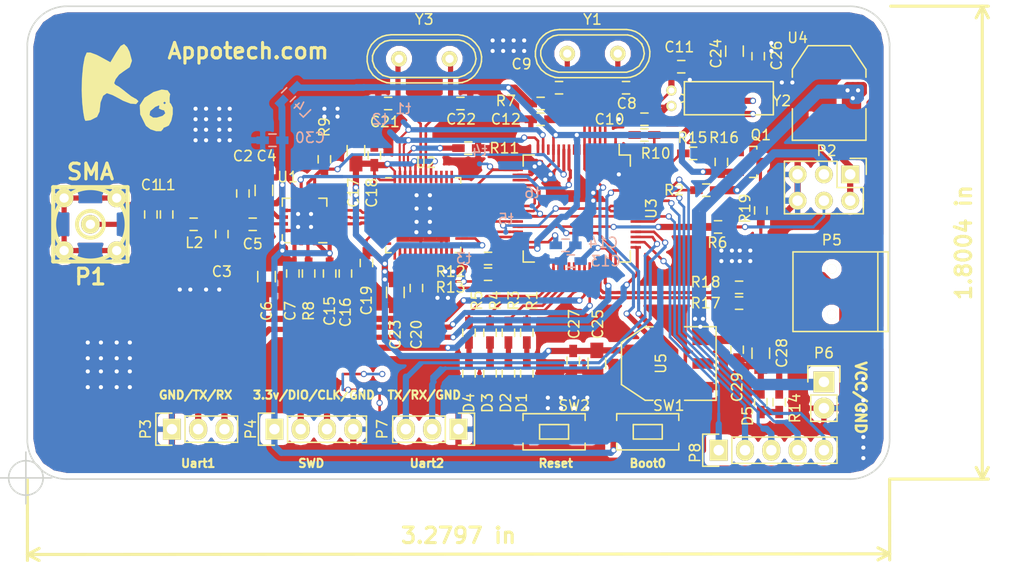
<source format=kicad_pcb>
(kicad_pcb (version 4) (host pcbnew 4.0.4-stable)
  (title_block (title Ubertoothp) (date 2016-11-11) (rev "V 1.0"))
  (layers (0 F.Cu signal) (31 B.Cu signal) (34 B.Paste user) (35 F.Paste user) (36 B.SilkS user) (37 F.SilkS user) (38 B.Mask user) (39 F.Mask user) (44 Edge.Cuts user))
  (net 0 "")
  (net 1 GND)
  (net 2 "Net-(C1-Pad2)")
  (net 3 +3V3)
  (net 4 "Net-(C3-Pad2)")
  (net 5 "Net-(C5-Pad1)")
  (net 6 "Net-(C8-Pad1)")
  (net 7 "Net-(C9-Pad1)")
  (net 8 "Net-(C10-Pad1)")
  (net 9 "Net-(C11-Pad1)")
  (net 10 /NRST)
  (net 11 "Net-(C13-Pad1)")
  (net 12 "Net-(C14-Pad1)")
  (net 13 +1V8)
  (net 14 "Net-(C21-Pad1)")
  (net 15 "Net-(C22-Pad1)")
  (net 16 "Net-(D1-Pad2)")
  (net 17 "Net-(D2-Pad2)")
  (net 18 "Net-(D3-Pad2)")
  (net 19 "Net-(D4-Pad2)")
  (net 20 "Net-(L3-Pad1)")
  (net 21 "Net-(L3-Pad2)")
  (net 22 "Net-(P2-Pad3)")
  (net 23 "Net-(P2-Pad4)")
  (net 24 /UAER1_TX)
  (net 25 /UAER1_RX)
  (net 26 "Net-(P4-Pad2)")
  (net 27 "Net-(P4-Pad3)")
  (net 28 "Net-(P5-Pad2)")
  (net 29 /VBUS)
  (net 30 "Net-(P5-Pad3)")
  (net 31 "Net-(Q1-Pad1)")
  (net 32 "Net-(Q1-Pad3)")
  (net 33 /BOOT0)
  (net 34 /BOOT1)
  (net 35 "Net-(R8-Pad1)")
  (net 36 /PAEN)
  (net 37 "Net-(R10-Pad1)")
  (net 38 "Net-(R11-Pad1)")
  (net 39 /USBEN)
  (net 40 "Net-(U1-Pad3)")
  (net 41 /HGM)
  (net 42 "Net-(U2-Pad11)")
  (net 43 "Net-(U2-Pad12)")
  (net 44 "Net-(U2-Pad13)")
  (net 45 /GR)
  (net 46 /GIO1)
  (net 47 /GPIO3.3)
  (net 48 /RX)
  (net 49 /TX)
  (net 50 /DIO)
  (net 51 /DCLK)
  (net 52 /CSn)
  (net 53 /SCLK)
  (net 54 /SI)
  (net 55 /SO)
  (net 56 /GIO6)
  (net 57 "Net-(U2-Pad36)")
  (net 58 "Net-(U2-Pad37)")
  (net 59 "Net-(U2-Pad38)")
  (net 60 "Net-(U2-Pad39)")
  (net 61 "Net-(U2-Pad40)")
  (net 62 /ATEST2)
  (net 63 /ATEST1)
  (net 64 "Net-(U3-Pad2)")
  (net 65 "Net-(U3-Pad8)")
  (net 66 "Net-(U3-Pad9)")
  (net 67 "Net-(U3-Pad14)")
  (net 68 "Net-(U3-Pad40)")
  (net 69 "Net-(U3-Pad41)")
  (net 70 "Net-(U3-Pad53)")
  (net 71 "Net-(R17-Pad1)")
  (net 72 "Net-(D5-Pad2)")
  (net 73 "Net-(R12-Pad1)")
  (net 74 "Net-(R18-Pad1)")
  (net 75 /LED1)
  (net 76 /LED2)
  (net 77 /LED3)
  (net 78 /LED4)
  (net 79 /UAER2_RX)
  (net 80 /UAER2_TX)
  (net 81 /debug4)
  (net 82 /debug5)
  (net 83 /debug1)
  (net 84 /debug2)
  (net 85 /debug3)
  (net 86 +3.3VADC)
  (module Capacitors_SMD:C_0603_HandSoldering (layer F.Cu) (at 123.698 98.232 90)
    (fp_text reference C3 (at -3.622 0 180) (layer F.SilkS))
    (fp_text value 1pf)
    (pad 1 smd rect (at -0.95 0 90) (size 1.2 0.75) (layers F.Cu F.Paste F.Mask) (net 1 GND))
    (pad 2 smd rect (at 0.95 0 90) (size 1.2 0.75) (layers F.Cu F.Paste F.Mask) (net 4 "Net-(C3-Pad2)"))
  )
  (module t3:logo (layer F.Cu) (at 114.554 84.074)
    (fp_text reference G*** hide)
    (fp_text value LOGO hide)
  )
  (module Housings_QFP:LQFP-64_10x10mm_Pitch0.5mm (layer F.Cu) (at 157.988 95.758 270)
    (fp_text reference U3 (at 0 -7.2 270) (layer F.SilkS))
    (fp_text value STM32F405RGTx)
    (pad 1 smd rect (at -5.7 -3.75 270) (size 1 0.25) (layers F.Cu F.Paste F.Mask) (net 37 "Net-(R10-Pad1)"))
    (pad 2 smd rect (at -5.7 -3.25 270) (size 1 0.25) (layers F.Cu F.Paste F.Mask) (net 64 "Net-(U3-Pad2)"))
    (pad 3 smd rect (at -5.7 -2.75 270) (size 1 0.25) (layers F.Cu F.Paste F.Mask) (net 8 "Net-(C10-Pad1)"))
    (pad 4 smd rect (at -5.7 -2.25 270) (size 1 0.25) (layers F.Cu F.Paste F.Mask) (net 9 "Net-(C11-Pad1)"))
    (pad 5 smd rect (at -5.7 -1.75 270) (size 1 0.25) (layers F.Cu F.Paste F.Mask) (net 6 "Net-(C8-Pad1)"))
    (pad 6 smd rect (at -5.7 -1.25 270) (size 1 0.25) (layers F.Cu F.Paste F.Mask) (net 7 "Net-(C9-Pad1)"))
    (pad 7 smd rect (at -5.7 -0.75 270) (size 1 0.25) (layers F.Cu F.Paste F.Mask) (net 10 /NRST))
    (pad 8 smd rect (at -5.7 -0.25 270) (size 1 0.25) (layers F.Cu F.Paste F.Mask) (net 65 "Net-(U3-Pad8)"))
    (pad 9 smd rect (at -5.7 0.25 270) (size 1 0.25) (layers F.Cu F.Paste F.Mask) (net 66 "Net-(U3-Pad9)"))
    (pad 10 smd rect (at -5.7 0.75 270) (size 1 0.25) (layers F.Cu F.Paste F.Mask) (net 41 /HGM))
    (pad 11 smd rect (at -5.7 1.25 270) (size 1 0.25) (layers F.Cu F.Paste F.Mask) (net 36 /PAEN))
    (pad 12 smd rect (at -5.7 1.75 270) (size 1 0.25) (layers F.Cu F.Paste F.Mask) (net 1 GND))
    (pad 13 smd rect (at -5.7 2.25 270) (size 1 0.25) (layers F.Cu F.Paste F.Mask) (net 3 +3V3))
    (pad 14 smd rect (at -5.7 2.75 270) (size 1 0.25) (layers F.Cu F.Paste F.Mask) (net 67 "Net-(U3-Pad14)"))
    (pad 15 smd rect (at -5.7 3.25 270) (size 1 0.25) (layers F.Cu F.Paste F.Mask) (net 63 /ATEST1))
    (pad 16 smd rect (at -5.7 3.75 270) (size 1 0.25) (layers F.Cu F.Paste F.Mask) (net 62 /ATEST2))
    (pad 17 smd rect (at -3.75 5.7) (size 1 0.25) (layers F.Cu F.Paste F.Mask) (net 56 /GIO6))
    (pad 18 smd rect (at -3.25 5.7) (size 1 0.25) (layers F.Cu F.Paste F.Mask) (net 1 GND))
    (pad 19 smd rect (at -2.75 5.7) (size 1 0.25) (layers F.Cu F.Paste F.Mask) (net 3 +3V3))
    (pad 20 smd rect (at -2.25 5.7) (size 1 0.25) (layers F.Cu F.Paste F.Mask) (net 52 /CSn))
    (pad 21 smd rect (at -1.75 5.7) (size 1 0.25) (layers F.Cu F.Paste F.Mask) (net 53 /SCLK))
    (pad 22 smd rect (at -1.25 5.7) (size 1 0.25) (layers F.Cu F.Paste F.Mask) (net 55 /SO))
    (pad 23 smd rect (at -0.75 5.7) (size 1 0.25) (layers F.Cu F.Paste F.Mask) (net 54 /SI))
    (pad 24 smd rect (at -0.25 5.7) (size 1 0.25) (layers F.Cu F.Paste F.Mask) (net 53 /SCLK))
    (pad 25 smd rect (at 0.25 5.7) (size 1 0.25) (layers F.Cu F.Paste F.Mask) (net 52 /CSn))
    (pad 26 smd rect (at 0.75 5.7) (size 1 0.25) (layers F.Cu F.Paste F.Mask) (net 51 /DCLK))
    (pad 27 smd rect (at 1.25 5.7) (size 1 0.25) (layers F.Cu F.Paste F.Mask) (net 50 /DIO))
    (pad 28 smd rect (at 1.75 5.7) (size 1 0.25) (layers F.Cu F.Paste F.Mask) (net 34 /BOOT1))
    (pad 29 smd rect (at 2.25 5.7) (size 1 0.25) (layers F.Cu F.Paste F.Mask) (net 49 /TX))
    (pad 30 smd rect (at 2.75 5.7) (size 1 0.25) (layers F.Cu F.Paste F.Mask) (net 48 /RX))
    (pad 31 smd rect (at 3.25 5.7) (size 1 0.25) (layers F.Cu F.Paste F.Mask) (net 11 "Net-(C13-Pad1)"))
    (pad 32 smd rect (at 3.75 5.7) (size 1 0.25) (layers F.Cu F.Paste F.Mask) (net 3 +3V3))
    (pad 33 smd rect (at 5.7 3.75 270) (size 1 0.25) (layers F.Cu F.Paste F.Mask) (net 47 /GPIO3.3))
    (pad 34 smd rect (at 5.7 3.25 270) (size 1 0.25) (layers F.Cu F.Paste F.Mask) (net 46 /GIO1))
    (pad 35 smd rect (at 5.7 2.75 270) (size 1 0.25) (layers F.Cu F.Paste F.Mask) (net 45 /GR))
    (pad 36 smd rect (at 5.7 2.25 270) (size 1 0.25) (layers F.Cu F.Paste F.Mask) (net 78 /LED4))
    (pad 37 smd rect (at 5.7 1.75 270) (size 1 0.25) (layers F.Cu F.Paste F.Mask) (net 77 /LED3))
    (pad 38 smd rect (at 5.7 1.25 270) (size 1 0.25) (layers F.Cu F.Paste F.Mask) (net 76 /LED2))
    (pad 39 smd rect (at 5.7 0.75 270) (size 1 0.25) (layers F.Cu F.Paste F.Mask) (net 75 /LED1))
    (pad 40 smd rect (at 5.7 0.25 270) (size 1 0.25) (layers F.Cu F.Paste F.Mask) (net 68 "Net-(U3-Pad40)"))
    (pad 41 smd rect (at 5.7 -0.25 270) (size 1 0.25) (layers F.Cu F.Paste F.Mask) (net 69 "Net-(U3-Pad41)"))
    (pad 42 smd rect (at 5.7 -0.75 270) (size 1 0.25) (layers F.Cu F.Paste F.Mask) (net 24 /UAER1_TX))
    (pad 43 smd rect (at 5.7 -1.25 270) (size 1 0.25) (layers F.Cu F.Paste F.Mask) (net 25 /UAER1_RX))
    (pad 44 smd rect (at 5.7 -1.75 270) (size 1 0.25) (layers F.Cu F.Paste F.Mask) (net 71 "Net-(R17-Pad1)"))
    (pad 45 smd rect (at 5.7 -2.25 270) (size 1 0.25) (layers F.Cu F.Paste F.Mask) (net 74 "Net-(R18-Pad1)"))
    (pad 46 smd rect (at 5.7 -2.75 270) (size 1 0.25) (layers F.Cu F.Paste F.Mask) (net 26 "Net-(P4-Pad2)"))
    (pad 47 smd rect (at 5.7 -3.25 270) (size 1 0.25) (layers F.Cu F.Paste F.Mask) (net 12 "Net-(C14-Pad1)"))
    (pad 48 smd rect (at 5.7 -3.75 270) (size 1 0.25) (layers F.Cu F.Paste F.Mask) (net 3 +3V3))
    (pad 49 smd rect (at 3.75 -5.7) (size 1 0.25) (layers F.Cu F.Paste F.Mask) (net 27 "Net-(P4-Pad3)"))
    (pad 50 smd rect (at 3.25 -5.7) (size 1 0.25) (layers F.Cu F.Paste F.Mask) (net 81 /debug4))
    (pad 51 smd rect (at 2.75 -5.7) (size 1 0.25) (layers F.Cu F.Paste F.Mask) (net 80 /UAER2_TX))
    (pad 52 smd rect (at 2.25 -5.7) (size 1 0.25) (layers F.Cu F.Paste F.Mask) (net 79 /UAER2_RX))
    (pad 53 smd rect (at 1.75 -5.7) (size 1 0.25) (layers F.Cu F.Paste F.Mask) (net 70 "Net-(U3-Pad53)"))
    (pad 54 smd rect (at 1.25 -5.7) (size 1 0.25) (layers F.Cu F.Paste F.Mask) (net 82 /debug5))
    (pad 55 smd rect (at 0.75 -5.7) (size 1 0.25) (layers F.Cu F.Paste F.Mask) (net 51 /DCLK))
    (pad 56 smd rect (at 0.25 -5.7) (size 1 0.25) (layers F.Cu F.Paste F.Mask) (net 50 /DIO))
    (pad 57 smd rect (at -0.25 -5.7) (size 1 0.25) (layers F.Cu F.Paste F.Mask) (net 50 /DIO))
    (pad 58 smd rect (at -0.75 -5.7) (size 1 0.25) (layers F.Cu F.Paste F.Mask) (net 83 /debug1))
    (pad 59 smd rect (at -1.25 -5.7) (size 1 0.25) (layers F.Cu F.Paste F.Mask) (net 84 /debug2))
    (pad 60 smd rect (at -1.75 -5.7) (size 1 0.25) (layers F.Cu F.Paste F.Mask) (net 33 /BOOT0))
    (pad 61 smd rect (at -2.25 -5.7) (size 1 0.25) (layers F.Cu F.Paste F.Mask) (net 85 /debug3))
    (pad 62 smd rect (at -2.75 -5.7) (size 1 0.25) (layers F.Cu F.Paste F.Mask) (net 39 /USBEN))
    (pad 63 smd rect (at -3.25 -5.7) (size 1 0.25) (layers F.Cu F.Paste F.Mask) (net 1 GND))
    (pad 64 smd rect (at -3.75 -5.7) (size 1 0.25) (layers F.Cu F.Paste F.Mask) (net 3 +3V3))
  )
  (module TO_SOT_Packages_SMD:SOT-223 (layer F.Cu) (at 166.878 110.744 90)
    (fp_text reference U5 (at 0 -0.762 90) (layer F.SilkS))
    (fp_text value LM1117-1.8)
    (pad 4 smd rect (at 0 -3.302 90) (size 3.6576 2.032) (layers F.Cu F.Paste F.Mask) (net 13 +1V8))
    (pad 2 smd rect (at 0 3.302 90) (size 1.016 2.032) (layers F.Cu F.Paste F.Mask) (net 13 +1V8))
    (pad 3 smd rect (at 2.286 3.302 90) (size 1.016 2.032) (layers F.Cu F.Paste F.Mask) (net 29 /VBUS))
    (pad 1 smd rect (at -2.286 3.302 90) (size 1.016 2.032) (layers F.Cu F.Paste F.Mask) (net 1 GND))
  )
  (module Capacitors_SMD:C_0603_HandSoldering (layer F.Cu) (at 169.23 90.424 180)
    (fp_text reference R15 (at 0.066 1.524 180) (layer F.SilkS))
    (fp_text value 2k2)
    (pad 1 smd rect (at -0.95 0 180) (size 1.2 0.75) (layers F.Cu F.Paste F.Mask) (net 31 "Net-(Q1-Pad1)"))
    (pad 2 smd rect (at 0.95 0 180) (size 1.2 0.75) (layers F.Cu F.Paste F.Mask) (net 39 /USBEN))
  )
  (module Connect:USB_Mini-B (layer F.Cu) (at 183.4769 103.79964 180)
    (fp_text reference P5 (at 0.8509 4.99364 180) (layer F.SilkS))
    (fp_text value USB_B)
    (pad 1 smd rect (at 3.44932 -1.6002 180) (size 2.30124 0.50038) (layers F.Cu F.Paste F.Mask) (net 29 /VBUS))
    (pad 2 smd rect (at 3.44932 -0.8001 180) (size 2.30124 0.50038) (layers F.Cu F.Paste F.Mask) (net 28 "Net-(P5-Pad2)"))
    (pad 3 smd rect (at 3.44932 0 180) (size 2.30124 0.50038) (layers F.Cu F.Paste F.Mask) (net 30 "Net-(P5-Pad3)"))
    (pad 4 smd rect (at 3.44932 0.8001 180) (size 2.30124 0.50038) (layers F.Cu F.Paste F.Mask) (net 1 GND))
    (pad 5 smd rect (at 3.44932 1.6002 180) (size 2.30124 0.50038) (layers F.Cu F.Paste F.Mask) (net 1 GND))
    (pad 6 smd rect (at 3.35026 -4.45008 180) (size 2.49936 1.99898) (layers F.Cu F.Paste F.Mask))
    (pad 6 smd rect (at -2.14884 -4.45008 180) (size 2.49936 1.99898) (layers F.Cu F.Paste F.Mask))
    (pad 6 smd rect (at 3.35026 4.45008 180) (size 2.49936 1.99898) (layers F.Cu F.Paste F.Mask))
    (pad 6 smd rect (at -2.14884 4.45008 180) (size 2.49936 1.99898) (layers F.Cu F.Paste F.Mask))
    (pad "" np_thru_hole circle (at 0.8509 -2.19964 180) (size 0.89916 0.89916) (drill 0.89916) (layers *.Cu *.Mask F.SilkS))
    (pad "" np_thru_hole circle (at 0.8509 2.19964 180) (size 0.89916 0.89916) (drill 0.89916) (layers *.Cu *.Mask F.SilkS))
  )
  (module Housings_DFN_QFN:QFN-16-1EP_4x4mm_Pitch0.65mm (layer F.Cu) (at 131.689 96.911 180)
    (fp_text reference U1 (at 1.641 4.201 180) (layer F.SilkS))
    (fp_text value CC2591)
    (pad 1 smd rect (at -2 -0.975 180) (size 0.8 0.35) (layers F.Cu F.Paste F.Mask) (net 86 +3.3VADC))
    (pad 2 smd rect (at -2 -0.325 180) (size 0.8 0.35) (layers F.Cu F.Paste F.Mask) (net 21 "Net-(L3-Pad2)"))
    (pad 3 smd rect (at -2 0.325 180) (size 0.8 0.35) (layers F.Cu F.Paste F.Mask) (net 40 "Net-(U1-Pad3)"))
    (pad 4 smd rect (at -2 0.975 180) (size 0.8 0.35) (layers F.Cu F.Paste F.Mask) (net 20 "Net-(L3-Pad1)"))
    (pad 5 smd rect (at -0.975 2 270) (size 0.8 0.35) (layers F.Cu F.Paste F.Mask) (net 36 /PAEN))
    (pad 6 smd rect (at -0.325 2 270) (size 0.8 0.35) (layers F.Cu F.Paste F.Mask) (net 36 /PAEN))
    (pad 7 smd rect (at 0.325 2 270) (size 0.8 0.35) (layers F.Cu F.Paste F.Mask) (net 41 /HGM))
    (pad 8 smd rect (at 0.975 2 270) (size 0.8 0.35) (layers F.Cu F.Paste F.Mask) (net 1 GND))
    (pad 9 smd rect (at 2 0.975 180) (size 0.8 0.35) (layers F.Cu F.Paste F.Mask) (net 1 GND))
    (pad 10 smd rect (at 2 0.325 180) (size 0.8 0.35) (layers F.Cu F.Paste F.Mask) (net 86 +3.3VADC))
    (pad 11 smd rect (at 2 -0.325 180) (size 0.8 0.35) (layers F.Cu F.Paste F.Mask) (net 5 "Net-(C5-Pad1)"))
    (pad 12 smd rect (at 2 -0.975 180) (size 0.8 0.35) (layers F.Cu F.Paste F.Mask) (net 1 GND))
    (pad 13 smd rect (at 0.975 -2 270) (size 0.8 0.35) (layers F.Cu F.Paste F.Mask) (net 86 +3.3VADC))
    (pad 14 smd rect (at 0.325 -2 270) (size 0.8 0.35) (layers F.Cu F.Paste F.Mask) (net 1 GND))
    (pad 15 smd rect (at -0.325 -2 270) (size 0.8 0.35) (layers F.Cu F.Paste F.Mask) (net 35 "Net-(R8-Pad1)"))
    (pad 16 smd rect (at -0.975 -2 270) (size 0.8 0.35) (layers F.Cu F.Paste F.Mask) (net 86 +3.3VADC))
    (pad 17 smd rect (at 0.625 0.625 180) (size 1.25 1.25) (layers F.Cu F.Paste F.Mask) (net 1 GND))
    (pad 17 smd rect (at 0.625 -0.625 180) (size 1.25 1.25) (layers F.Cu F.Paste F.Mask) (net 1 GND))
    (pad 17 smd rect (at -0.625 0.625 180) (size 1.25 1.25) (layers F.Cu F.Paste F.Mask) (net 1 GND))
    (pad 17 smd rect (at -0.625 -0.625 180) (size 1.25 1.25) (layers F.Cu F.Paste F.Mask) (net 1 GND))
  )
  (module Capacitors_SMD:C_0603_HandSoldering (layer F.Cu) (at 168.082 82.042)
    (fp_text reference C11 (at -0.188 -1.9) (layer F.SilkS))
    (fp_text value 6pf)
    (pad 1 smd rect (at -0.95 0) (size 1.2 0.75) (layers F.Cu F.Paste F.Mask) (net 9 "Net-(C11-Pad1)"))
    (pad 2 smd rect (at 0.95 0) (size 1.2 0.75) (layers F.Cu F.Paste F.Mask) (net 1 GND))
  )
  (module Capacitors_SMD:C_0603_HandSoldering (layer F.Cu) (at 118.364 96.332 270)
    (fp_text reference L1 (at -2.86 0 360) (layer F.SilkS))
    (fp_text value 3nH)
    (pad 1 smd rect (at -0.95 0 270) (size 1.2 0.75) (layers F.Cu F.Paste F.Mask) (net 1 GND))
    (pad 2 smd rect (at 0.95 0 270) (size 1.2 0.75) (layers F.Cu F.Paste F.Mask) (net 2 "Net-(C1-Pad2)"))
  )
  (module Capacitors_SMD:C_0603_HandSoldering (layer F.Cu) (at 116.84 96.332 270)
    (fp_text reference C1 (at -2.86 0 360) (layer F.SilkS))
    (fp_text value 2p2)
    (pad 1 smd rect (at -0.95 0 270) (size 1.2 0.75) (layers F.Cu F.Paste F.Mask) (net 1 GND))
    (pad 2 smd rect (at 0.95 0 270) (size 1.2 0.75) (layers F.Cu F.Paste F.Mask) (net 2 "Net-(C1-Pad2)"))
  )
  (module w_conn_rf:lemo_epb00250ntn (layer F.Cu) (at 110.998 97.282)
    (fp_text reference P1 (at 0 5.08) (layer F.SilkS) (effects (font (thickness 0.3048))))
    (fp_text value SMA (at 0 -5.08) (layer F.SilkS) (effects (font (thickness 0.3048))))
    (pad 1 thru_hole circle (at 0 0) (size 1.79832 1.79832) (drill 0.89916) (layers *.Cu *.Mask F.SilkS) (net 2 "Net-(C1-Pad2)"))
    (pad 2 thru_hole circle (at 2.54 -2.54) (size 1.79578 1.79578) (drill 0.89916) (layers *.Cu *.Mask F.SilkS) (net 1 GND))
    (pad 2 thru_hole circle (at -2.54 -2.54) (size 1.79578 1.79578) (drill 0.89916) (layers *.Cu *.Mask F.SilkS) (net 1 GND))
    (pad 2 thru_hole circle (at -2.54 2.54) (size 1.79578 1.79578) (drill 0.89916) (layers *.Cu *.Mask F.SilkS) (net 1 GND))
    (pad 2 thru_hole circle (at 2.54 2.54) (size 1.79578 1.79578) (drill 0.89916) (layers *.Cu *.Mask F.SilkS) (net 1 GND))
  )
  (module Pin_Headers:Pin_Header_Straight_2x03 (layer F.Cu) (at 184.404 92.456 270)
    (fp_text reference P2 (at -2.286 2.286 540) (layer F.SilkS))
    (fp_text value CON)
    (pad 1 thru_hole rect (at 0 0 270) (size 1.7272 1.7272) (drill 1.016) (layers *.Cu *.Mask F.SilkS) (net 3 +3V3))
    (pad 2 thru_hole oval (at 2.54 0 270) (size 1.7272 1.7272) (drill 1.016) (layers *.Cu *.Mask F.SilkS) (net 3 +3V3))
    (pad 3 thru_hole oval (at 0 2.54 270) (size 1.7272 1.7272) (drill 1.016) (layers *.Cu *.Mask F.SilkS) (net 22 "Net-(P2-Pad3)"))
    (pad 4 thru_hole oval (at 2.54 2.54 270) (size 1.7272 1.7272) (drill 1.016) (layers *.Cu *.Mask F.SilkS) (net 23 "Net-(P2-Pad4)"))
    (pad 5 thru_hole oval (at 0 5.08 270) (size 1.7272 1.7272) (drill 1.016) (layers *.Cu *.Mask F.SilkS) (net 1 GND))
    (pad 6 thru_hole oval (at 2.54 5.08 270) (size 1.7272 1.7272) (drill 1.016) (layers *.Cu *.Mask F.SilkS) (net 1 GND))
  )
  (module Buttons_Switches_SMD:SW_SPST_EVQPE1 (layer F.Cu) (at 155.796 117.348)
    (fp_text reference SW2 (at 1.938 -2.54 180) (layer F.SilkS))
    (fp_text value SW_PUSH)
    (pad 2 smd rect (at 2.7 0) (size 2 1.6) (layers F.Cu F.Paste F.Mask) (net 10 /NRST))
    (pad 1 smd rect (at -2.7 0) (size 2 1.6) (layers F.Cu F.Paste F.Mask) (net 1 GND))
  )
  (module TO_SOT_Packages_SMD:SOT-223 (layer F.Cu) (at 182.372 84.582)
    (fp_text reference U4 (at -3.048 -5.334 180) (layer F.SilkS))
    (fp_text value LM1117-3.3)
    (pad 4 smd rect (at 0 -3.302) (size 3.6576 2.032) (layers F.Cu F.Paste F.Mask) (net 3 +3V3))
    (pad 2 smd rect (at 0 3.302) (size 1.016 2.032) (layers F.Cu F.Paste F.Mask) (net 3 +3V3))
    (pad 3 smd rect (at 2.286 3.302) (size 1.016 2.032) (layers F.Cu F.Paste F.Mask) (net 29 /VBUS))
    (pad 1 smd rect (at -2.286 3.302) (size 1.016 2.032) (layers F.Cu F.Paste F.Mask) (net 1 GND))
  )
  (module Crystals:Crystal_Round_Horizontal_3mm (layer F.Cu) (at 167.132 85.09 270)
    (fp_text reference Y2 (at 0.254 -10.668 360) (layer F.SilkS))
    (fp_text value 32.768k)
    (pad 1 thru_hole circle (at -0.7493 0 270) (size 1.00076 1.00076) (drill 0.59944) (layers *.Cu *.Mask F.SilkS) (net 9 "Net-(C11-Pad1)"))
    (pad 2 thru_hole circle (at 0.7493 0 270) (size 1.00076 1.00076) (drill 0.59944) (layers *.Cu *.Mask F.SilkS) (net 8 "Net-(C10-Pad1)"))
  )
  (module Capacitors_SMD:C_0603_HandSoldering (layer F.Cu) (at 125.73 94.3 270)
    (fp_text reference C2 (at -3.622 0 360) (layer F.SilkS))
    (fp_text value 18pf)
    (pad 1 smd rect (at -0.95 0 270) (size 1.2 0.75) (layers F.Cu F.Paste F.Mask) (net 1 GND))
    (pad 2 smd rect (at 0.95 0 270) (size 1.2 0.75) (layers F.Cu F.Paste F.Mask) (net 86 +3.3VADC))
  )
  (module Capacitors_SMD:C_0603_HandSoldering (layer F.Cu) (at 126.68 97.282 180)
    (fp_text reference C5 (at 0 -1.9 180) (layer F.SilkS))
    (fp_text value 6p8)
    (pad 1 smd rect (at -0.95 0 180) (size 1.2 0.75) (layers F.Cu F.Paste F.Mask) (net 5 "Net-(C5-Pad1)"))
    (pad 2 smd rect (at 0.95 0 180) (size 1.2 0.75) (layers F.Cu F.Paste F.Mask) (net 4 "Net-(C3-Pad2)"))
  )
  (module Capacitors_SMD:C_0603_HandSoldering (layer F.Cu) (at 130.556 102.042 270)
    (fp_text reference C7 (at 3.622 0.254 270) (layer F.SilkS))
    (fp_text value 10pf)
    (pad 1 smd rect (at -0.95 0 270) (size 1.2 0.75) (layers F.Cu F.Paste F.Mask) (net 86 +3.3VADC))
    (pad 2 smd rect (at 0.95 0 270) (size 1.2 0.75) (layers F.Cu F.Paste F.Mask) (net 1 GND))
  )
  (module Capacitors_SMD:C_0603_HandSoldering (layer F.Cu) (at 162.748 84.074)
    (fp_text reference C8 (at 0.066 1.524) (layer F.SilkS))
    (fp_text value 22pf)
    (pad 1 smd rect (at -0.95 0) (size 1.2 0.75) (layers F.Cu F.Paste F.Mask) (net 6 "Net-(C8-Pad1)"))
    (pad 2 smd rect (at 0.95 0) (size 1.2 0.75) (layers F.Cu F.Paste F.Mask) (net 1 GND))
  )
  (module Capacitors_SMD:C_0603_HandSoldering (layer F.Cu) (at 156.276 84.074 180)
    (fp_text reference C9 (at 3.622 2.286 180) (layer F.SilkS))
    (fp_text value 22pf)
    (pad 1 smd rect (at -0.95 0 180) (size 1.2 0.75) (layers F.Cu F.Paste F.Mask) (net 7 "Net-(C9-Pad1)"))
    (pad 2 smd rect (at 0.95 0 180) (size 1.2 0.75) (layers F.Cu F.Paste F.Mask) (net 1 GND))
  )
  (module Capacitors_SMD:C_0603_HandSoldering (layer F.Cu) (at 164.526 87.122 180)
    (fp_text reference C10 (at 3.368 0 180) (layer F.SilkS))
    (fp_text value 6pf)
    (pad 1 smd rect (at -0.95 0 180) (size 1.2 0.75) (layers F.Cu F.Paste F.Mask) (net 8 "Net-(C10-Pad1)"))
    (pad 2 smd rect (at 0.95 0 180) (size 1.2 0.75) (layers F.Cu F.Paste F.Mask) (net 1 GND))
  )
  (module Capacitors_SMD:C_0603_HandSoldering (layer F.Cu) (at 154.498 87.122 180)
    (fp_text reference C12 (at 3.368 0 180) (layer F.SilkS))
    (fp_text value 100nf)
    (pad 1 smd rect (at -0.95 0 180) (size 1.2 0.75) (layers F.Cu F.Paste F.Mask) (net 10 /NRST))
    (pad 2 smd rect (at 0.95 0 180) (size 1.2 0.75) (layers F.Cu F.Paste F.Mask) (net 1 GND))
  )
  (module Capacitors_SMD:C_0603_HandSoldering (layer B.Cu) (at 156.906 99.314)
    (fp_text reference C13 (at 3.876 1.524) (layer B.SilkS) (effects (justify mirror)))
    (fp_text value 2.2uf)
    (pad 1 smd rect (at -0.95 0) (size 1.2 0.75) (layers B.Cu B.Paste B.Mask) (net 11 "Net-(C13-Pad1)"))
    (pad 2 smd rect (at 0.95 0) (size 1.2 0.75) (layers B.Cu B.Paste B.Mask) (net 1 GND))
  )
  (module Capacitors_SMD:C_0603_HandSoldering (layer B.Cu) (at 157.414 100.838 180)
    (fp_text reference C14 (at -3.114 1.778 180) (layer B.SilkS) (effects (justify mirror)))
    (fp_text value 2.2uf)
    (pad 1 smd rect (at -0.95 0 180) (size 1.2 0.75) (layers B.Cu B.Paste B.Mask) (net 12 "Net-(C14-Pad1)"))
    (pad 2 smd rect (at 0.95 0 180) (size 1.2 0.75) (layers B.Cu B.Paste B.Mask) (net 1 GND))
  )
  (module Capacitors_SMD:C_0603_HandSoldering (layer F.Cu) (at 134.112 102.042 270)
    (fp_text reference C15 (at 3.622 0 270) (layer F.SilkS))
    (fp_text value 1nf)
    (pad 1 smd rect (at -0.95 0 270) (size 1.2 0.75) (layers F.Cu F.Paste F.Mask) (net 86 +3.3VADC))
    (pad 2 smd rect (at 0.95 0 270) (size 1.2 0.75) (layers F.Cu F.Paste F.Mask) (net 1 GND))
  )
  (module Capacitors_SMD:C_0603_HandSoldering (layer F.Cu) (at 135.636 102.042 270)
    (fp_text reference C16 (at 3.744 0 270) (layer F.SilkS))
    (fp_text value 1nf)
    (pad 1 smd rect (at -0.95 0 270) (size 1.2 0.75) (layers F.Cu F.Paste F.Mask) (net 86 +3.3VADC))
    (pad 2 smd rect (at 0.95 0 270) (size 1.2 0.75) (layers F.Cu F.Paste F.Mask) (net 1 GND))
  )
  (module Capacitors_SMD:C_0603_HandSoldering (layer F.Cu) (at 138.43 90.612 90)
    (fp_text reference C18 (at -3.622 -0.254 270) (layer F.SilkS))
    (fp_text value 68pf)
    (pad 1 smd rect (at -0.95 0 90) (size 1.2 0.75) (layers F.Cu F.Paste F.Mask) (net 13 +1V8))
    (pad 2 smd rect (at 0.95 0 90) (size 1.2 0.75) (layers F.Cu F.Paste F.Mask) (net 1 GND))
  )
  (module Capacitors_SMD:C_0603_HandSoldering (layer F.Cu) (at 137.668 101.026 270)
    (fp_text reference C19 (at 3.622 0 270) (layer F.SilkS))
    (fp_text value 10nf)
    (pad 1 smd rect (at -0.95 0 270) (size 1.2 0.75) (layers F.Cu F.Paste F.Mask) (net 13 +1V8))
    (pad 2 smd rect (at 0.95 0 270) (size 1.2 0.75) (layers F.Cu F.Paste F.Mask) (net 1 GND))
  )
  (module Capacitors_SMD:C_0603_HandSoldering (layer F.Cu) (at 142.494 103.444 270)
    (fp_text reference C20 (at 4.506 0 270) (layer F.SilkS))
    (fp_text value 68pf)
    (pad 1 smd rect (at -0.95 0 270) (size 1.2 0.75) (layers F.Cu F.Paste F.Mask) (net 13 +1V8))
    (pad 2 smd rect (at 0.95 0 270) (size 1.2 0.75) (layers F.Cu F.Paste F.Mask) (net 1 GND))
  )
  (module Capacitors_SMD:C_0603_HandSoldering (layer F.Cu) (at 139.766 85.598 180)
    (fp_text reference C21 (at 0.32 -1.778 180) (layer F.SilkS))
    (fp_text value 27pf)
    (pad 1 smd rect (at -0.95 0 180) (size 1.2 0.75) (layers F.Cu F.Paste F.Mask) (net 14 "Net-(C21-Pad1)"))
    (pad 2 smd rect (at 0.95 0 180) (size 1.2 0.75) (layers F.Cu F.Paste F.Mask) (net 1 GND))
  )
  (module Capacitors_SMD:C_0603_HandSoldering (layer F.Cu) (at 146.746 85.598)
    (fp_text reference C22 (at 0.066 1.524) (layer F.SilkS))
    (fp_text value 27pf)
    (pad 1 smd rect (at -0.95 0) (size 1.2 0.75) (layers F.Cu F.Paste F.Mask) (net 15 "Net-(C22-Pad1)"))
    (pad 2 smd rect (at 0.95 0) (size 1.2 0.75) (layers F.Cu F.Paste F.Mask) (net 1 GND))
  )
  (module Capacitors_SMD:C_0603_HandSoldering (layer F.Cu) (at 175.514 81.026 90)
    (fp_text reference C26 (at 0.066 1.778 90) (layer F.SilkS))
    (fp_text value 100nf)
    (pad 1 smd rect (at -0.95 0 90) (size 1.2 0.75) (layers F.Cu F.Paste F.Mask) (net 3 +3V3))
    (pad 2 smd rect (at 0.95 0 90) (size 1.2 0.75) (layers F.Cu F.Paste F.Mask) (net 1 GND))
  )
  (module Capacitors_SMD:C_0603_HandSoldering (layer F.Cu) (at 157.642808 110.478914 90)
    (fp_text reference C27 (at 3.544914 0.091192 90) (layer F.SilkS))
    (fp_text value 100nf)
    (pad 1 smd rect (at -0.95 0 90) (size 1.2 0.75) (layers F.Cu F.Paste F.Mask) (net 1 GND))
    (pad 2 smd rect (at 0.95 0 90) (size 1.2 0.75) (layers F.Cu F.Paste F.Mask) (net 13 +1V8))
  )
  (module Capacitors_SMD:C_0603_HandSoldering (layer F.Cu) (at 173.482 109.408 90)
    (fp_text reference C29 (at -3.622 0 90) (layer F.SilkS))
    (fp_text value 100nf)
    (pad 1 smd rect (at -0.95 0 90) (size 1.2 0.75) (layers F.Cu F.Paste F.Mask) (net 1 GND))
    (pad 2 smd rect (at 0.95 0 90) (size 1.2 0.75) (layers F.Cu F.Paste F.Mask) (net 29 /VBUS))
  )
  (module Capacitors_SMD:C_0603_HandSoldering (layer F.Cu) (at 153.162 111.694 90)
    (fp_text reference D1 (at -2.86 -0.508 90) (layer F.SilkS))
    (fp_text value LED)
    (pad 1 smd rect (at -0.95 0 90) (size 1.2 0.75) (layers F.Cu F.Paste F.Mask) (net 1 GND))
    (pad 2 smd rect (at 0.95 0 90) (size 1.2 0.75) (layers F.Cu F.Paste F.Mask) (net 16 "Net-(D1-Pad2)"))
  )
  (module Capacitors_SMD:C_0603_HandSoldering (layer F.Cu) (at 151.384 111.694 90)
    (fp_text reference D2 (at -2.86 -0.254 90) (layer F.SilkS))
    (fp_text value LED)
    (pad 1 smd rect (at -0.95 0 90) (size 1.2 0.75) (layers F.Cu F.Paste F.Mask) (net 1 GND))
    (pad 2 smd rect (at 0.95 0 90) (size 1.2 0.75) (layers F.Cu F.Paste F.Mask) (net 17 "Net-(D2-Pad2)"))
  )
  (module Capacitors_SMD:C_0603_HandSoldering (layer F.Cu) (at 149.606 111.694 90)
    (fp_text reference D3 (at -2.86 -0.254 90) (layer F.SilkS))
    (fp_text value LED)
    (pad 1 smd rect (at -0.95 0 90) (size 1.2 0.75) (layers F.Cu F.Paste F.Mask) (net 1 GND))
    (pad 2 smd rect (at 0.95 0 90) (size 1.2 0.75) (layers F.Cu F.Paste F.Mask) (net 18 "Net-(D3-Pad2)"))
  )
  (module Capacitors_SMD:C_0603_HandSoldering (layer F.Cu) (at 147.574 111.694 90)
    (fp_text reference D4 (at -2.86 0 90) (layer F.SilkS))
    (fp_text value LED)
    (pad 1 smd rect (at -0.95 0 90) (size 1.2 0.75) (layers F.Cu F.Paste F.Mask) (net 1 GND))
    (pad 2 smd rect (at 0.95 0 90) (size 1.2 0.75) (layers F.Cu F.Paste F.Mask) (net 19 "Net-(D4-Pad2)"))
  )
  (module Capacitors_SMD:C_0603_HandSoldering (layer F.Cu) (at 120.97 97.282)
    (fp_text reference L2 (at 0.066 1.778 180) (layer F.SilkS))
    (fp_text value 2n2)
    (pad 1 smd rect (at -0.95 0) (size 1.2 0.75) (layers F.Cu F.Paste F.Mask) (net 2 "Net-(C1-Pad2)"))
    (pad 2 smd rect (at 0.95 0) (size 1.2 0.75) (layers F.Cu F.Paste F.Mask) (net 4 "Net-(C3-Pad2)"))
  )
  (module Capacitors_SMD:C_0603_HandSoldering (layer F.Cu) (at 153.162 107.762 270)
    (fp_text reference R1 (at -3.114 -0.508 270) (layer F.SilkS))
    (fp_text value 330)
    (pad 1 smd rect (at -0.95 0 270) (size 1.2 0.75) (layers F.Cu F.Paste F.Mask) (net 75 /LED1))
    (pad 2 smd rect (at 0.95 0 270) (size 1.2 0.75) (layers F.Cu F.Paste F.Mask) (net 16 "Net-(D1-Pad2)"))
  )
  (module Capacitors_SMD:C_0603_HandSoldering (layer F.Cu) (at 170.5 93.98 180)
    (fp_text reference R2 (at 3.114 0 180) (layer F.SilkS))
    (fp_text value 10K)
    (pad 1 smd rect (at -0.95 0 180) (size 1.2 0.75) (layers F.Cu F.Paste F.Mask) (net 22 "Net-(P2-Pad3)"))
    (pad 2 smd rect (at 0.95 0 180) (size 1.2 0.75) (layers F.Cu F.Paste F.Mask) (net 33 /BOOT0))
  )
  (module Capacitors_SMD:C_0603_HandSoldering (layer F.Cu) (at 151.384 107.762 270)
    (fp_text reference R3 (at -3.114 -0.508 270) (layer F.SilkS))
    (fp_text value 330)
    (pad 1 smd rect (at -0.95 0 270) (size 1.2 0.75) (layers F.Cu F.Paste F.Mask) (net 76 /LED2))
    (pad 2 smd rect (at 0.95 0 270) (size 1.2 0.75) (layers F.Cu F.Paste F.Mask) (net 17 "Net-(D2-Pad2)"))
  )
  (module Capacitors_SMD:C_0603_HandSoldering (layer F.Cu) (at 149.606 107.762 270)
    (fp_text reference R4 (at -3.114 -0.508 270) (layer F.SilkS))
    (fp_text value 330)
    (pad 1 smd rect (at -0.95 0 270) (size 1.2 0.75) (layers F.Cu F.Paste F.Mask) (net 77 /LED3))
    (pad 2 smd rect (at 0.95 0 270) (size 1.2 0.75) (layers F.Cu F.Paste F.Mask) (net 18 "Net-(D3-Pad2)"))
  )
  (module Capacitors_SMD:C_0603_HandSoldering (layer F.Cu) (at 147.574 107.762 270)
    (fp_text reference R5 (at -3.114 -0.762 270) (layer F.SilkS))
    (fp_text value 330)
    (pad 1 smd rect (at -0.95 0 270) (size 1.2 0.75) (layers F.Cu F.Paste F.Mask) (net 78 /LED4))
    (pad 2 smd rect (at 0.95 0 270) (size 1.2 0.75) (layers F.Cu F.Paste F.Mask) (net 19 "Net-(D4-Pad2)"))
  )
  (module Capacitors_SMD:C_0603_HandSoldering (layer F.Cu) (at 171.638 97.536)
    (fp_text reference R6 (at -0.066 1.524) (layer F.SilkS))
    (fp_text value 10K)
    (pad 1 smd rect (at -0.95 0) (size 1.2 0.75) (layers F.Cu F.Paste F.Mask) (net 34 /BOOT1))
    (pad 2 smd rect (at 0.95 0) (size 1.2 0.75) (layers F.Cu F.Paste F.Mask) (net 23 "Net-(P2-Pad4)"))
  )
  (module Capacitors_SMD:C_0603_HandSoldering (layer F.Cu) (at 154.498 85.598)
    (fp_text reference R7 (at -3.368 -0.254) (layer F.SilkS))
    (fp_text value 100K)
    (pad 1 smd rect (at -0.95 0) (size 1.2 0.75) (layers F.Cu F.Paste F.Mask) (net 3 +3V3))
    (pad 2 smd rect (at 0.95 0) (size 1.2 0.75) (layers F.Cu F.Paste F.Mask) (net 10 /NRST))
  )
  (module Capacitors_SMD:C_0603_HandSoldering (layer F.Cu) (at 132.08 102.042 270)
    (fp_text reference R8 (at 3.622 0 270) (layer F.SilkS))
    (fp_text value 4k3)
    (pad 1 smd rect (at -0.95 0 270) (size 1.2 0.75) (layers F.Cu F.Paste F.Mask) (net 35 "Net-(R8-Pad1)"))
    (pad 2 smd rect (at 0.95 0 270) (size 1.2 0.75) (layers F.Cu F.Paste F.Mask) (net 1 GND))
  )
  (module Capacitors_SMD:C_0603_HandSoldering (layer F.Cu) (at 133.604 90.998 90)
    (fp_text reference R9 (at 3.114 0 270) (layer F.SilkS))
    (fp_text value 10k)
    (pad 1 smd rect (at -0.95 0 90) (size 1.2 0.75) (layers F.Cu F.Paste F.Mask) (net 36 /PAEN))
    (pad 2 smd rect (at 0.95 0 90) (size 1.2 0.75) (layers F.Cu F.Paste F.Mask) (net 1 GND))
  )
  (module Capacitors_SMD:C_0603_HandSoldering (layer F.Cu) (at 164.526 88.646)
    (fp_text reference R10 (at 1.082 1.778) (layer F.SilkS))
    (fp_text value 0R)
    (pad 1 smd rect (at -0.95 0) (size 1.2 0.75) (layers F.Cu F.Paste F.Mask) (net 37 "Net-(R10-Pad1)"))
    (pad 2 smd rect (at 0.95 0) (size 1.2 0.75) (layers F.Cu F.Paste F.Mask) (net 3 +3V3))
  )
  (module Capacitors_SMD:C_0603_HandSoldering (layer F.Cu) (at 147.508 89.916)
    (fp_text reference R11 (at 3.49 0) (layer F.SilkS))
    (fp_text value 43k)
    (pad 1 smd rect (at -0.95 0) (size 1.2 0.75) (layers F.Cu F.Paste F.Mask) (net 38 "Net-(R11-Pad1)"))
    (pad 2 smd rect (at 0.95 0) (size 1.2 0.75) (layers F.Cu F.Paste F.Mask) (net 1 GND))
  )
  (module Capacitors_SMD:C_0603_HandSoldering (layer F.Cu) (at 149.418 100.584)
    (fp_text reference R12 (at -3.622 1.27) (layer F.SilkS))
    (fp_text value "0R(NC)")
    (pad 1 smd rect (at -0.95 0) (size 1.2 0.75) (layers F.Cu F.Paste F.Mask) (net 73 "Net-(R12-Pad1)"))
    (pad 2 smd rect (at 0.95 0) (size 1.2 0.75) (layers F.Cu F.Paste F.Mask) (net 3 +3V3))
  )
  (module Capacitors_SMD:C_0603_HandSoldering (layer F.Cu) (at 149.418 102.108 180)
    (fp_text reference R13 (at 3.622 -1.27 180) (layer F.SilkS))
    (fp_text value 0R)
    (pad 1 smd rect (at -0.95 0 180) (size 1.2 0.75) (layers F.Cu F.Paste F.Mask) (net 47 /GPIO3.3))
    (pad 2 smd rect (at 0.95 0 180) (size 1.2 0.75) (layers F.Cu F.Paste F.Mask) (net 73 "Net-(R12-Pad1)"))
  )
  (module Capacitors_SMD:C_0603_HandSoldering (layer F.Cu) (at 177.546 114.488 270)
    (fp_text reference R14 (at 0.574 -1.524 270) (layer F.SilkS))
    (fp_text value 330)
    (pad 1 smd rect (at -0.95 0 270) (size 1.2 0.75) (layers F.Cu F.Paste F.Mask) (net 29 /VBUS))
    (pad 2 smd rect (at 0.95 0 270) (size 1.2 0.75) (layers F.Cu F.Paste F.Mask) (net 72 "Net-(D5-Pad2)"))
  )
  (module Capacitors_SMD:C_0603_HandSoldering (layer F.Cu) (at 171.958 91.252 270)
    (fp_text reference R16 (at -2.352 -0.254 360) (layer F.SilkS))
    (fp_text value 10k)
    (pad 1 smd rect (at -0.95 0 270) (size 1.2 0.75) (layers F.Cu F.Paste F.Mask) (net 31 "Net-(Q1-Pad1)"))
    (pad 2 smd rect (at 0.95 0 270) (size 1.2 0.75) (layers F.Cu F.Paste F.Mask) (net 3 +3V3))
  )
  (module TO_SOT_Packages_SMD:SOT-23 (layer F.Cu) (at 174.73676 91.252 270)
    (fp_text reference Q1 (at -2.606 -1.03124 540) (layer F.SilkS))
    (fp_text value 9012)
    (pad 1 smd rect (at -0.95 1.00076 270) (size 0.8001 0.8001) (layers F.Cu F.Paste F.Mask) (net 31 "Net-(Q1-Pad1)"))
    (pad 2 smd rect (at 0.95 1.00076 270) (size 0.8001 0.8001) (layers F.Cu F.Paste F.Mask) (net 3 +3V3))
    (pad 3 smd rect (at 0 -0.99822 270) (size 0.8001 0.8001) (layers F.Cu F.Paste F.Mask) (net 32 "Net-(Q1-Pad3)"))
  )
  (module Capacitors_SMD:C_0805_HandSoldering (layer F.Cu) (at 127.762 94 270)
    (fp_text reference C4 (at -3.322 -0.254 540) (layer F.SilkS))
    (fp_text value 1nf)
    (pad 1 smd rect (at -1.25 0 270) (size 1.5 1.25) (layers F.Cu F.Paste F.Mask) (net 1 GND))
    (pad 2 smd rect (at 1.25 0 270) (size 1.5 1.25) (layers F.Cu F.Paste F.Mask) (net 86 +3.3VADC))
  )
  (module Capacitors_SMD:C_0805_HandSoldering (layer F.Cu) (at 128.016 102.342 270)
    (fp_text reference C6 (at 3.322 0 270) (layer F.SilkS))
    (fp_text value 1nf)
    (pad 1 smd rect (at -1.25 0 270) (size 1.5 1.25) (layers F.Cu F.Paste F.Mask) (net 86 +3.3VADC))
    (pad 2 smd rect (at 1.25 0 270) (size 1.5 1.25) (layers F.Cu F.Paste F.Mask) (net 1 GND))
  )
  (module Capacitors_SMD:C_0805_HandSoldering (layer F.Cu) (at 136.652 90.17 90)
    (fp_text reference C17 (at -4.064 -0.254 270) (layer F.SilkS))
    (fp_text value 100nf)
    (pad 1 smd rect (at -1.25 0 90) (size 1.5 1.25) (layers F.Cu F.Paste F.Mask) (net 13 +1V8))
    (pad 2 smd rect (at 1.25 0 90) (size 1.5 1.25) (layers F.Cu F.Paste F.Mask) (net 1 GND))
  )
  (module Capacitors_SMD:C_0603_HandSoldering (layer F.Cu) (at 173.67 104.902)
    (fp_text reference R17 (at -3.236 0) (layer F.SilkS))
    (fp_text value 22R)
    (pad 1 smd rect (at -0.95 0) (size 1.2 0.75) (layers F.Cu F.Paste F.Mask) (net 71 "Net-(R17-Pad1)"))
    (pad 2 smd rect (at 0.95 0) (size 1.2 0.75) (layers F.Cu F.Paste F.Mask) (net 28 "Net-(P5-Pad2)"))
  )
  (module Capacitors_SMD:C_0603_HandSoldering (layer F.Cu) (at 173.67 103.378)
    (fp_text reference R18 (at -3.236 -0.508) (layer F.SilkS))
    (fp_text value 22R)
    (pad 1 smd rect (at -0.95 0) (size 1.2 0.75) (layers F.Cu F.Paste F.Mask) (net 74 "Net-(R18-Pad1)"))
    (pad 2 smd rect (at 0.95 0) (size 1.2 0.75) (layers F.Cu F.Paste F.Mask) (net 30 "Net-(P5-Pad3)"))
  )
  (module Capacitors_SMD:C_0805_HandSoldering (layer F.Cu) (at 140.462 103.866 270)
    (fp_text reference C23 (at 4.084 0 270) (layer F.SilkS))
    (fp_text value 100nf)
    (pad 1 smd rect (at -1.25 0 270) (size 1.5 1.25) (layers F.Cu F.Paste F.Mask) (net 13 +1V8))
    (pad 2 smd rect (at 1.25 0 270) (size 1.5 1.25) (layers F.Cu F.Paste F.Mask) (net 1 GND))
  )
  (module Capacitors_SMD:C_0805_HandSoldering (layer F.Cu) (at 159.928808 110.724 90)
    (fp_text reference C25 (at 3.79 0.091192 90) (layer F.SilkS))
    (fp_text value 10uf)
    (pad 1 smd rect (at -1.25 0 90) (size 1.5 1.25) (layers F.Cu F.Paste F.Mask) (net 1 GND))
    (pad 2 smd rect (at 1.25 0 90) (size 1.5 1.25) (layers F.Cu F.Paste F.Mask) (net 13 +1V8))
  )
  (module Capacitors_SMD:C_0805_HandSoldering (layer F.Cu) (at 175.768 109.748 90)
    (fp_text reference C28 (at 0.02 2.032 90) (layer F.SilkS))
    (fp_text value 10uf)
    (pad 1 smd rect (at -1.25 0 90) (size 1.5 1.25) (layers F.Cu F.Paste F.Mask) (net 1 GND))
    (pad 2 smd rect (at 1.25 0 90) (size 1.5 1.25) (layers F.Cu F.Paste F.Mask) (net 29 /VBUS))
  )
  (module Capacitors_SMD:C_0603_HandSoldering (layer F.Cu) (at 175.768 114.488 270)
    (fp_text reference D5 (at 1.336 1.27 270) (layer F.SilkS))
    (fp_text value LED)
    (pad 1 smd rect (at -0.95 0 270) (size 1.2 0.75) (layers F.Cu F.Paste F.Mask) (net 1 GND))
    (pad 2 smd rect (at 0.95 0 270) (size 1.2 0.75) (layers F.Cu F.Paste F.Mask) (net 72 "Net-(D5-Pad2)"))
  )
  (module Capacitors_SMD:C_0603_HandSoldering (layer F.Cu) (at 175.768 95.946 90)
    (fp_text reference R19 (at 0.188 -1.524 90) (layer F.SilkS))
    (fp_text value 1K5)
    (pad 1 smd rect (at -0.95 0 90) (size 1.2 0.75) (layers F.Cu F.Paste F.Mask) (net 30 "Net-(P5-Pad3)"))
    (pad 2 smd rect (at 0.95 0 90) (size 1.2 0.75) (layers F.Cu F.Paste F.Mask) (net 32 "Net-(Q1-Pad3)"))
  )
  (module Capacitors_SMD:C_0805_HandSoldering (layer F.Cu) (at 173.228 80.538 90)
    (fp_text reference C24 (at -0.234 -1.778 270) (layer F.SilkS))
    (fp_text value 10uf)
    (pad 1 smd rect (at -1.25 0 90) (size 1.5 1.25) (layers F.Cu F.Paste F.Mask) (net 3 +3V3))
    (pad 2 smd rect (at 1.25 0 90) (size 1.5 1.25) (layers F.Cu F.Paste F.Mask) (net 1 GND))
  )
  (module Pin_Headers:Pin_Header_Straight_1x02 (layer F.Cu) (at 181.864 112.522)
    (fp_text reference P6 (at 0 -2.794) (layer F.SilkS))
    (fp_text value power)
    (pad 1 thru_hole rect (at 0 0) (size 2.032 2.032) (drill 1.016) (layers *.Cu *.Mask F.SilkS) (net 29 /VBUS))
    (pad 2 thru_hole oval (at 0 2.54) (size 2.032 2.032) (drill 1.016) (layers *.Cu *.Mask F.SilkS) (net 1 GND))
  )
  (module Pin_Headers:Pin_Header_Straight_1x05 (layer F.Cu) (at 171.704 119.126 90)
    (fp_text reference P8 (at -0.254 -2.286 90) (layer F.SilkS))
    (fp_text value Debug)
    (pad 1 thru_hole rect (at 0 0 90) (size 2.032 1.7272) (drill 1.016) (layers *.Cu *.Mask F.SilkS) (net 81 /debug4))
    (pad 2 thru_hole oval (at 0 2.54 90) (size 2.032 1.7272) (drill 1.016) (layers *.Cu *.Mask F.SilkS) (net 82 /debug5))
    (pad 3 thru_hole oval (at 0 5.08 90) (size 2.032 1.7272) (drill 1.016) (layers *.Cu *.Mask F.SilkS) (net 83 /debug1))
    (pad 4 thru_hole oval (at 0 7.62 90) (size 2.032 1.7272) (drill 1.016) (layers *.Cu *.Mask F.SilkS) (net 84 /debug2))
    (pad 5 thru_hole oval (at 0 10.16 90) (size 2.032 1.7272) (drill 1.016) (layers *.Cu *.Mask F.SilkS) (net 85 /debug3))
  )
  (module Crystals:Crystal_HC49-U_Vertical (layer F.Cu) (at 159.512 80.772)
    (fp_text reference Y1 (at 0 -3.302) (layer F.SilkS))
    (fp_text value 16MHz)
    (pad 1 thru_hole circle (at -2.44094 0) (size 1.50114 1.50114) (drill 0.8001) (layers *.Cu *.Mask F.SilkS) (net 7 "Net-(C9-Pad1)"))
    (pad 2 thru_hole circle (at 2.44094 0) (size 1.50114 1.50114) (drill 0.8001) (layers *.Cu *.Mask F.SilkS) (net 6 "Net-(C8-Pad1)"))
  )
  (module Crystals:Crystal_HC49-U_Vertical (layer F.Cu) (at 143.256 81.28)
    (fp_text reference Y3 (at 0 -3.81) (layer F.SilkS))
    (fp_text value 16MHz)
    (pad 1 thru_hole circle (at -2.44094 0) (size 1.50114 1.50114) (drill 0.8001) (layers *.Cu *.Mask F.SilkS) (net 14 "Net-(C21-Pad1)"))
    (pad 2 thru_hole circle (at 2.44094 0) (size 1.50114 1.50114) (drill 0.8001) (layers *.Cu *.Mask F.SilkS) (net 15 "Net-(C22-Pad1)"))
  )
  (module Capacitors_SMD:C_0603_HandSoldering (layer B.Cu) (at 128.59 89.154 180)
    (fp_text reference C30 (at -3.622 0.254 180) (layer B.SilkS) (effects (justify mirror)))
    (fp_text value 2.2pf)
    (pad 1 smd rect (at -0.95 0 180) (size 1.2 0.75) (layers B.Cu B.Paste B.Mask) (net 86 +3.3VADC))
    (pad 2 smd rect (at 0.95 0 180) (size 1.2 0.75) (layers B.Cu B.Paste B.Mask) (net 1 GND))
  )
  (module Capacitors_SMD:C_0603_HandSoldering (layer B.Cu) (at 130.138249 84.745751 45)
    (fp_text reference L4 (at -0.066 1.9 135) (layer B.SilkS) (effects (justify mirror)))
    (fp_text value 1Kohms)
    (pad 1 smd rect (at -0.95 0 45) (size 1.2 0.75) (layers B.Cu B.Paste B.Mask) (net 86 +3.3VADC))
    (pad 2 smd rect (at 0.95 0 45) (size 1.2 0.75) (layers B.Cu B.Paste B.Mask) (net 3 +3V3))
  )
  (module Pin_Headers:Pin_Header_Straight_1x03 (layer F.Cu) (at 118.872 117.094 90)
    (fp_text reference P3 (at 0 -2.54 270) (layer F.SilkS))
    (fp_text value UART1)
    (pad 1 thru_hole rect (at 0 0 90) (size 2.032 1.7272) (drill 1.016) (layers *.Cu *.Mask F.SilkS) (net 1 GND))
    (pad 2 thru_hole oval (at 0 2.54 90) (size 2.032 1.7272) (drill 1.016) (layers *.Cu *.Mask F.SilkS) (net 24 /UAER1_TX))
    (pad 3 thru_hole oval (at 0 5.08 90) (size 2.032 1.7272) (drill 1.016) (layers *.Cu *.Mask F.SilkS) (net 25 /UAER1_RX))
  )
  (module Pin_Headers:Pin_Header_Straight_1x04 (layer F.Cu) (at 128.778 117.094 90)
    (fp_text reference P4 (at 0 -2.286 90) (layer F.SilkS))
    (fp_text value SWD)
    (pad 1 thru_hole rect (at 0 0 90) (size 2.032 1.7272) (drill 1.016) (layers *.Cu *.Mask F.SilkS) (net 86 +3.3VADC))
    (pad 2 thru_hole oval (at 0 2.54 90) (size 2.032 1.7272) (drill 1.016) (layers *.Cu *.Mask F.SilkS) (net 26 "Net-(P4-Pad2)"))
    (pad 3 thru_hole oval (at 0 5.08 90) (size 2.032 1.7272) (drill 1.016) (layers *.Cu *.Mask F.SilkS) (net 27 "Net-(P4-Pad3)"))
    (pad 4 thru_hole oval (at 0 7.62 90) (size 2.032 1.7272) (drill 1.016) (layers *.Cu *.Mask F.SilkS) (net 1 GND))
  )
  (module Pin_Headers:Pin_Header_Straight_1x03 (layer F.Cu) (at 146.558 117.094 270)
    (fp_text reference P7 (at 0 7.366 450) (layer F.SilkS))
    (fp_text value UART2)
    (pad 1 thru_hole rect (at 0 0 270) (size 2.032 1.7272) (drill 1.016) (layers *.Cu *.Mask F.SilkS) (net 1 GND))
    (pad 2 thru_hole oval (at 0 2.54 270) (size 2.032 1.7272) (drill 1.016) (layers *.Cu *.Mask F.SilkS) (net 79 /UAER2_RX))
    (pad 3 thru_hole oval (at 0 5.08 270) (size 2.032 1.7272) (drill 1.016) (layers *.Cu *.Mask F.SilkS) (net 80 /UAER2_TX))
  )
  (module Buttons_Switches_SMD:SW_SPST_EVQPE1 (layer F.Cu) (at 164.846 117.348)
    (fp_text reference SW1 (at 2.032 -2.54) (layer F.SilkS))
    (fp_text value SW_PUSH)
    (pad 2 smd rect (at 2.7 0) (size 2 1.6) (layers F.Cu F.Paste F.Mask) (net 33 /BOOT0))
    (pad 1 smd rect (at -2.7 0) (size 2 1.6) (layers F.Cu F.Paste F.Mask) (net 86 +3.3VADC))
  )
  (module t3:test_pin (layer B.Cu) (at 141.224 87.376)
    (fp_text reference t1 (at 0 -1.27) (layer B.SilkS) (effects (justify mirror)))
    (fp_text value TST)
    (pad 1 smd circle (at 0 0) (size 0.5 0.5) (layers B.Cu B.Paste B.Mask) (net 63 /ATEST1))
  )
  (module t3:test_pin (layer B.Cu) (at 139.954 88.392)
    (fp_text reference t2 (at -1.016 -1.27) (layer B.SilkS) (effects (justify mirror)))
    (fp_text value TST)
    (pad 1 smd circle (at 0 0) (size 0.5 0.5) (layers B.Cu B.Paste B.Mask) (net 62 /ATEST2))
  )
  (module t3:test_pin (layer B.Cu) (at 147.066 101.854)
    (fp_text reference t3 (at 0 -1.27) (layer B.SilkS) (effects (justify mirror)))
    (fp_text value TST)
    (pad 1 smd circle (at 0 0) (size 0.5 0.5) (layers B.Cu B.Paste B.Mask) (net 46 /GIO1))
  )
  (module t3:test_pin (layer B.Cu) (at 148.59 91.44)
    (fp_text reference t4 (at 0 -1.27) (layer B.SilkS) (effects (justify mirror)))
    (fp_text value TST)
    (pad 1 smd circle (at 0 0) (size 0.5 0.5) (layers B.Cu B.Paste B.Mask) (net 56 /GIO6))
  )
  (module t3:test_pin (layer B.Cu) (at 151.13 98.044)
    (fp_text reference t5 (at 0 -1.27) (layer B.SilkS) (effects (justify mirror)))
    (fp_text value TST)
    (pad 1 smd circle (at 0 0) (size 0.5 0.5) (layers B.Cu B.Paste B.Mask) (net 50 /DIO))
  )
  (module t3:test_pin (layer B.Cu) (at 153.67 95.504)
    (fp_text reference t6 (at 0 -1.27) (layer B.SilkS) (effects (justify mirror)))
    (fp_text value TST)
    (pad 1 smd circle (at 0 0) (size 0.5 0.5) (layers B.Cu B.Paste B.Mask) (net 51 /DCLK))
  )
  (module t3:cc2400_Soldering (layer F.Cu) (at 140.10725 93.35375)
    (fp_text reference U2 (at 3.302 -2.032) (layer F.SilkS))
    (fp_text value CC2400)
    (pad 1 smd rect (at -0.652 0.298) (size 1.2 0.25) (layers F.Cu F.Paste F.Mask) (net 13 +1V8))
    (pad 2 smd rect (at -0.652 0.798) (size 1.2 0.25) (layers F.Cu F.Paste F.Mask) (net 13 +1V8))
    (pad 3 smd rect (at -0.652 1.298) (size 1.2 0.25) (layers F.Cu F.Paste F.Mask) (net 13 +1V8))
    (pad 4 smd rect (at -0.652 1.798) (size 1.2 0.25) (layers F.Cu F.Paste F.Mask) (net 13 +1V8))
    (pad 5 smd rect (at -0.652 2.298) (size 1.2 0.25) (layers F.Cu F.Paste F.Mask) (net 1 GND))
    (pad 6 smd rect (at -0.652 2.798) (size 1.2 0.25) (layers F.Cu F.Paste F.Mask) (net 20 "Net-(L3-Pad1)"))
    (pad 7 smd rect (at -0.652 3.298) (size 1.2 0.25) (layers F.Cu F.Paste F.Mask) (net 40 "Net-(U1-Pad3)"))
    (pad 8 smd rect (at -0.652 3.798) (size 1.2 0.25) (layers F.Cu F.Paste F.Mask) (net 21 "Net-(L3-Pad2)"))
    (pad 9 smd rect (at -0.652 4.298) (size 1.2 0.25) (layers F.Cu F.Paste F.Mask) (net 1 GND))
    (pad 10 smd rect (at -0.652 4.798) (size 1.2 0.25) (layers F.Cu F.Paste F.Mask) (net 13 +1V8))
    (pad 11 smd rect (at -0.652 5.298) (size 1.2 0.25) (layers F.Cu F.Paste F.Mask) (net 42 "Net-(U2-Pad11)"))
    (pad 12 smd rect (at -0.652 5.798) (size 1.2 0.25) (layers F.Cu F.Paste F.Mask) (net 43 "Net-(U2-Pad12)"))
    (pad 13 smd rect (at 0.298 6.748 90) (size 1.2 0.25) (layers F.Cu F.Paste F.Mask) (net 44 "Net-(U2-Pad13)"))
    (pad 14 smd rect (at 0.798 6.748 90) (size 1.2 0.25) (layers F.Cu F.Paste F.Mask) (net 13 +1V8))
    (pad 15 smd rect (at 1.298 6.748 90) (size 1.2 0.25) (layers F.Cu F.Paste F.Mask) (net 13 +1V8))
    (pad 16 smd rect (at 1.798 6.748 90) (size 1.2 0.25) (layers F.Cu F.Paste F.Mask) (net 13 +1V8))
    (pad 17 smd rect (at 2.298 6.748 90) (size 1.2 0.25) (layers F.Cu F.Paste F.Mask) (net 13 +1V8))
    (pad 18 smd rect (at 2.798 6.748 90) (size 1.2 0.25) (layers F.Cu F.Paste F.Mask) (net 1 GND))
    (pad 19 smd rect (at 3.298 6.748 90) (size 1.2 0.25) (layers F.Cu F.Paste F.Mask) (net 13 +1V8))
    (pad 20 smd rect (at 3.798 6.748 90) (size 1.2 0.25) (layers F.Cu F.Paste F.Mask) (net 45 /GR))
    (pad 21 smd rect (at 4.298 6.748 90) (size 1.2 0.25) (layers F.Cu F.Paste F.Mask) (net 46 /GIO1))
    (pad 22 smd rect (at 4.798 6.748 90) (size 1.2 0.25) (layers F.Cu F.Paste F.Mask) (net 1 GND))
    (pad 23 smd rect (at 5.298 6.748 90) (size 1.2 0.25) (layers F.Cu F.Paste F.Mask) (net 1 GND))
    (pad 24 smd rect (at 5.798 6.748 90) (size 1.2 0.25) (layers F.Cu F.Paste F.Mask) (net 1 GND))
    (pad 25 smd rect (at 6.748 5.798) (size 1.2 0.25) (layers F.Cu F.Paste F.Mask) (net 73 "Net-(R12-Pad1)"))
    (pad 26 smd rect (at 6.748 5.298) (size 1.2 0.25) (layers F.Cu F.Paste F.Mask) (net 13 +1V8))
    (pad 27 smd rect (at 6.748 4.798) (size 1.2 0.25) (layers F.Cu F.Paste F.Mask) (net 48 /RX))
    (pad 28 smd rect (at 6.748 4.298) (size 1.2 0.25) (layers F.Cu F.Paste F.Mask) (net 49 /TX))
    (pad 29 smd rect (at 6.748 3.798) (size 1.2 0.25) (layers F.Cu F.Paste F.Mask) (net 50 /DIO))
    (pad 30 smd rect (at 6.748 3.298) (size 1.2 0.25) (layers F.Cu F.Paste F.Mask) (net 51 /DCLK))
    (pad 31 smd rect (at 6.748 2.798) (size 1.2 0.25) (layers F.Cu F.Paste F.Mask) (net 52 /CSn))
    (pad 32 smd rect (at 6.748 2.298) (size 1.2 0.25) (layers F.Cu F.Paste F.Mask) (net 53 /SCLK))
    (pad 33 smd rect (at 6.748 1.798) (size 1.2 0.25) (layers F.Cu F.Paste F.Mask) (net 54 /SI))
    (pad 34 smd rect (at 6.748 1.298) (size 1.2 0.25) (layers F.Cu F.Paste F.Mask) (net 55 /SO))
    (pad 35 smd rect (at 6.748 0.798) (size 1.2 0.25) (layers F.Cu F.Paste F.Mask) (net 56 /GIO6))
    (pad 36 smd rect (at 6.748 0.298) (size 1.2 0.25) (layers F.Cu F.Paste F.Mask) (net 57 "Net-(U2-Pad36)"))
    (pad 37 smd rect (at 5.798 -0.652 90) (size 1.2 0.25) (layers F.Cu F.Paste F.Mask) (net 58 "Net-(U2-Pad37)"))
    (pad 38 smd rect (at 5.298 -0.652 90) (size 1.2 0.25) (layers F.Cu F.Paste F.Mask) (net 59 "Net-(U2-Pad38)"))
    (pad 39 smd rect (at 4.798 -0.652 90) (size 1.2 0.25) (layers F.Cu F.Paste F.Mask) (net 60 "Net-(U2-Pad39)"))
    (pad 40 smd rect (at 4.298 -0.652 90) (size 1.2 0.25) (layers F.Cu F.Paste F.Mask) (net 61 "Net-(U2-Pad40)"))
    (pad 41 smd rect (at 3.798 -0.652 90) (size 1.2 0.25) (layers F.Cu F.Paste F.Mask) (net 13 +1V8))
    (pad 42 smd rect (at 3.298 -0.652 90) (size 1.2 0.25) (layers F.Cu F.Paste F.Mask) (net 15 "Net-(C22-Pad1)"))
    (pad 43 smd rect (at 2.798 -0.652 90) (size 1.2 0.25) (layers F.Cu F.Paste F.Mask) (net 14 "Net-(C21-Pad1)"))
    (pad 44 smd rect (at 2.298 -0.652 90) (size 1.2 0.25) (layers F.Cu F.Paste F.Mask) (net 13 +1V8))
    (pad 45 smd rect (at 1.798 -0.652 90) (size 1.2 0.25) (layers F.Cu F.Paste F.Mask) (net 38 "Net-(R11-Pad1)"))
    (pad 46 smd rect (at 1.298 -0.652 90) (size 1.2 0.25) (layers F.Cu F.Paste F.Mask) (net 62 /ATEST2))
    (pad 47 smd rect (at 0.798 -0.652 90) (size 1.2 0.25) (layers F.Cu F.Paste F.Mask) (net 63 /ATEST1))
    (pad 48 smd rect (at 0.298 -0.652 90) (size 1.2 0.25) (layers F.Cu F.Paste F.Mask) (net 13 +1V8))
    (pad 49 smd rect (at 4.97925 4.97925) (size 1.2875 1.2875) (layers F.Cu F.Paste F.Mask) (net 1 GND))
    (pad 49 smd rect (at 4.97925 3.69175) (size 1.2875 1.2875) (layers F.Cu F.Paste F.Mask) (net 1 GND))
    (pad 49 smd rect (at 4.97925 2.40425) (size 1.2875 1.2875) (layers F.Cu F.Paste F.Mask) (net 1 GND))
    (pad 49 smd rect (at 4.97925 1.11675) (size 1.2875 1.2875) (layers F.Cu F.Paste F.Mask) (net 1 GND))
    (pad 49 smd rect (at 3.69175 4.97925) (size 1.2875 1.2875) (layers F.Cu F.Paste F.Mask) (net 1 GND))
    (pad 49 smd rect (at 3.69175 3.69175) (size 1.2875 1.2875) (layers F.Cu F.Paste F.Mask) (net 1 GND))
    (pad 49 smd rect (at 3.69175 2.40425) (size 1.2875 1.2875) (layers F.Cu F.Paste F.Mask) (net 1 GND))
    (pad 49 smd rect (at 3.69175 1.11675) (size 1.2875 1.2875) (layers F.Cu F.Paste F.Mask) (net 1 GND))
    (pad 49 smd rect (at 2.40425 4.97925) (size 1.2875 1.2875) (layers F.Cu F.Paste F.Mask) (net 1 GND))
    (pad 49 smd rect (at 2.40425 3.69175) (size 1.2875 1.2875) (layers F.Cu F.Paste F.Mask) (net 1 GND))
    (pad 49 smd rect (at 2.40425 2.40425) (size 1.2875 1.2875) (layers F.Cu F.Paste F.Mask) (net 1 GND))
    (pad 49 smd rect (at 2.40425 1.11675) (size 1.2875 1.2875) (layers F.Cu F.Paste F.Mask) (net 1 GND))
    (pad 49 smd rect (at 1.11675 4.97925) (size 1.2875 1.2875) (layers F.Cu F.Paste F.Mask) (net 1 GND))
    (pad 49 smd rect (at 1.11675 3.69175) (size 1.2875 1.2875) (layers F.Cu F.Paste F.Mask) (net 1 GND))
    (pad 49 smd rect (at 1.11675 2.40425) (size 1.2875 1.2875) (layers F.Cu F.Paste F.Mask) (net 1 GND))
    (pad 49 smd rect (at 1.11675 1.11675) (size 1.2875 1.2875) (layers F.Cu F.Paste F.Mask) (net 1 GND))
  )
  (gr_text Appotech.com (at 126.238 80.518) (layer F.SilkS) (effects (font (size 1.5 1.5) (thickness 0.3))))
  (gr_arc (start 184.404 80.01) (end 184.404 76.2) (angle 90) (layer Edge.Cuts) (width 0.15))
  (gr_arc (start 184.404 118.11) (end 188.214 118.11) (angle 90) (layer Edge.Cuts) (width 0.15))
  (gr_arc (start 108.712 118.11) (end 108.712 121.92) (angle 90) (layer Edge.Cuts) (width 0.15))
  (gr_arc (start 108.712 80.01) (end 104.902 80.01) (angle 90) (layer Edge.Cuts) (width 0.15))
  (target plus (at 104.763917 121.808123) (size 5) (width 0.15) (layer Edge.Cuts))
  (gr_text Boot0 (at 164.846 120.396) (layer F.SilkS) (effects (font (size 0.8 0.8) (thickness 0.2))))
  (gr_text Reset (at 155.956 120.396) (layer F.SilkS) (effects (font (size 0.8 0.8) (thickness 0.2))))
  (gr_text SWD (at 132.334 120.396) (layer F.SilkS) (effects (font (size 0.8 0.8) (thickness 0.2))))
  (gr_text Uart2 (at 143.51 120.396) (layer F.SilkS) (effects (font (size 0.8 0.8) (thickness 0.2))))
  (gr_text Uart1 (at 121.412 120.396) (layer F.SilkS) (effects (font (size 0.8 0.8) (thickness 0.2))))
  (gr_text VCC/GND (at 185.42 114.046 270) (layer F.SilkS) (effects (font (size 1 1) (thickness 0.25))))
  (gr_text TX/RX/GND (at 143.256 113.792) (layer F.SilkS) (effects (font (size 0.8 0.8) (thickness 0.2))))
  (gr_text GND/TX/RX (at 121.158 113.792) (layer F.SilkS) (effects (font (size 0.8 0.8) (thickness 0.2))))
  (gr_text 3.3v/DIO/CLK/GND (at 132.588 113.792) (layer F.SilkS) (effects (font (size 0.8 0.8) (thickness 0.2))))
  (dimension 45.730328 (width 0.3) (layer F.SilkS) (gr_text "45.730 mm" (at 198.513244 99.055062 90) (layer F.SilkS) (effects (font (size 1.5 1.5) (thickness 0.3)))) (feature1 (pts (xy 188.324109 76.189898) (xy 199.863244 76.189898))) (feature2 (pts (xy 188.324109 121.920226) (xy 199.863244 121.920226))) (crossbar (pts (xy 197.163244 121.920226) (xy 197.163244 76.189898))) (arrow1a (pts (xy 197.163244 76.189898) (xy 197.749665 77.316402))) (arrow1b (pts (xy 197.163244 76.189898) (xy 196.576823 77.316402))) (arrow2a (pts (xy 197.163244 121.920226) (xy 197.749665 120.793722))) (arrow2b (pts (xy 197.163244 121.920226) (xy 196.576823 120.793722))))
  (dimension 83.305058 (width 0.3) (layer F.SilkS) (gr_text "83.305 mm" (at 146.567884 130.528808 0.04276083123) (layer F.SilkS) (effects (font (size 1.5 1.5) (thickness 0.3)))) (feature1 (pts (xy 188.214 121.92) (xy 188.221409 131.847722))) (feature2 (pts (xy 104.908965 121.982172) (xy 104.916374 131.909894))) (crossbar (pts (xy 104.914359 129.209895) (xy 188.219394 129.147723))) (arrow1a (pts (xy 188.219394 129.147723) (xy 187.093328 129.734984))) (arrow1b (pts (xy 188.219394 129.147723) (xy 187.092453 128.562143))) (arrow2a (pts (xy 104.914359 129.209895) (xy 106.0413 129.795475))) (arrow2b (pts (xy 104.914359 129.209895) (xy 106.040425 128.622634))))
  (gr_line (start 104.902 118.364) (end 104.902 79.756) (layer Edge.Cuts) (width 0.15))
  (gr_line (start 188.214 118.11) (end 188.214 114.3) (layer Edge.Cuts) (width 0.15))
  (gr_line (start 108.712 121.92) (end 184.404 121.92) (layer Edge.Cuts) (width 0.15))
  (gr_line (start 184.404 76.2) (end 108.458 76.2) (layer Edge.Cuts) (width 0.15))
  (gr_line (start 188.214 114.3) (end 188.214 79.756) (layer Edge.Cuts) (width 0.15))
  (segment (start 180.12664 108.24972) (end 182.41772 108.24972) (width 0.5) (layer F.Cu) (net 0))
  (segment (start 185.62574 99.34956) (end 185.62574 108.24972) (width 0.5) (layer F.Cu) (net 0))
  (segment (start 180.12664 99.34956) (end 185.62574 99.34956) (width 0.5) (layer F.Cu) (net 0))
  (segment (start 180.12664 99.34956) (end 182.15356 99.34956) (width 0.25) (layer F.Cu) (net 0))
  (segment (start 173.736 85.344) (end 175.006 85.344) (width 0.6) (layer F.Cu) (net 0))
  (segment (start 173.736 86.614) (end 175.006 86.614) (width 0.6) (layer F.Cu) (net 0))
  (via (at 175.006 85.344) (size 0.6) (drill 0.4) (layers F.Cu B.Cu) (net 0))
  (via (at 175.006 86.614) (size 0.6) (drill 0.4) (layers F.Cu B.Cu) (net 0))
  (segment (start 137.414 111.76) (end 139.192 111.76) (width 0.25) (layer B.Cu) (net 0))
  (via (at 139.192 111.76) (size 0.6) (drill 0.4) (layers F.Cu B.Cu) (net 0))
  (segment (start 135.382 111.76) (end 137.414 111.76) (width 0.25) (layer F.Cu) (net 0))
  (via (at 137.414 111.76) (size 0.6) (drill 0.4) (layers F.Cu B.Cu) (net 0))
  (segment (start 135.382 113.284) (end 135.382 111.76) (width 0.25) (layer B.Cu) (net 0))
  (via (at 138.938 114.554) (size 0.6) (drill 0.4) (layers F.Cu B.Cu) (net 0))
  (via (at 135.89 113.284) (size 0.6) (drill 0.4) (layers F.Cu B.Cu) (net 0))
  (segment (start 131.064 97.536) (end 131.064 96.286) (width 0.25) (layer F.Cu) (net 1))
  (via (at 131.064 96.286) (size 0.6) (drill 0.4) (layers F.Cu B.Cu) (net 1))
  (segment (start 132.314 97.536) (end 131.064 97.536) (width 0.25) (layer F.Cu) (net 1))
  (via (at 131.064 97.536) (size 0.6) (drill 0.4) (layers F.Cu B.Cu) (net 1))
  (segment (start 132.314 96.286) (end 132.314 97.536) (width 0.25) (layer F.Cu) (net 1))
  (via (at 132.314 97.536) (size 0.6) (drill 0.4) (layers F.Cu B.Cu) (net 1))
  (segment (start 131.064 96.286) (end 132.314 96.286) (width 0.25) (layer F.Cu) (net 1))
  (via (at 132.314 96.286) (size 0.6) (drill 0.4) (layers F.Cu B.Cu) (net 1))
  (segment (start 143.799 95.758) (end 143.799 94.4705) (width 0.25) (layer F.Cu) (net 1))
  (via (at 143.799 94.4705) (size 0.6) (drill 0.4) (layers F.Cu B.Cu) (net 1))
  (segment (start 143.799 97.0455) (end 143.799 95.758) (width 0.25) (layer B.Cu) (net 1))
  (via (at 143.799 95.758) (size 0.6) (drill 0.4) (layers F.Cu B.Cu) (net 1))
  (via (at 143.799 97.0455) (size 0.6) (drill 0.4) (layers F.Cu B.Cu) (net 1))
  (segment (start 142.494 98.298) (end 143.764 98.298) (width 0.25) (layer F.Cu) (net 1))
  (via (at 143.764 98.044) (size 0.6) (drill 0.4) (layers F.Cu B.Cu) (net 1))
  (segment (start 143.764 98.298) (end 143.799 98.333) (width 0.25) (layer F.Cu) (net 1))
  (segment (start 142.5115 97.0455) (end 142.5115 98.2805) (width 0.25) (layer B.Cu) (net 1))
  (segment (start 142.5115 98.2805) (end 142.494 98.298) (width 0.25) (layer B.Cu) (net 1))
  (via (at 142.494 98.044) (size 0.6) (drill 0.4) (layers F.Cu B.Cu) (net 1))
  (segment (start 142.5115 95.758) (end 142.5115 97.0455) (width 0.25) (layer F.Cu) (net 1))
  (via (at 142.5115 97.0455) (size 0.6) (drill 0.4) (layers F.Cu B.Cu) (net 1))
  (segment (start 142.5115 94.4705) (end 142.5115 95.758) (width 0.25) (layer F.Cu) (net 1))
  (via (at 142.5115 95.758) (size 0.6) (drill 0.4) (layers F.Cu B.Cu) (net 1))
  (segment (start 141.224 94.4705) (end 142.5115 94.4705) (width 0.25) (layer F.Cu) (net 1))
  (via (at 142.5115 94.4705) (size 0.6) (drill 0.4) (layers F.Cu B.Cu) (net 1))
  (segment (start 154.94 92.964) (end 156.672001 94.696001) (width 0.5) (layer F.Cu) (net 1))
  (segment (start 156.672001 94.696001) (end 159.277992 94.696001) (width 0.5) (layer F.Cu) (net 1))
  (segment (start 156.972 94.488) (end 158.242 94.488) (width 0.5) (layer F.Cu) (net 1))
  (segment (start 156.801736 94.317736) (end 156.972 94.488) (width 0.5) (layer F.Cu) (net 1))
  (segment (start 156.801736 94.234) (end 156.801736 94.317736) (width 0.5) (layer F.Cu) (net 1))
  (segment (start 155.448 92.456) (end 155.448 92.880264) (width 0.5) (layer F.Cu) (net 1))
  (segment (start 155.448 92.880264) (end 156.801736 94.234) (width 0.5) (layer F.Cu) (net 1))
  (segment (start 156.801736 94.234) (end 159.153727 94.234) (width 0.5) (layer F.Cu) (net 1))
  (segment (start 159.153727 94.234) (end 159.577991 94.234) (width 0.5) (layer F.Cu) (net 1))
  (segment (start 137.16 113.284) (end 135.382 113.284) (width 0.25) (layer F.Cu) (net 1))
  (segment (start 138.938 113.284) (end 137.16 113.284) (width 0.25) (layer B.Cu) (net 1))
  (via (at 137.16 113.284) (size 0.6) (drill 0.4) (layers F.Cu B.Cu) (net 1))
  (segment (start 138.938 120.142) (end 145.542 120.142) (width 0.6) (layer F.Cu) (net 1))
  (segment (start 135.89 120.142) (end 138.938 120.142) (width 0.6) (layer F.Cu) (net 1))
  (segment (start 138.938 120.142) (end 138.938 113.284) (width 0.25) (layer F.Cu) (net 1))
  (via (at 138.938 113.284) (size 0.6) (drill 0.4) (layers F.Cu B.Cu) (net 1))
  (segment (start 114.808 110.236) (end 114.808 111.506) (width 0.5) (layer F.Cu) (net 1))
  (segment (start 113.538 113.03) (end 114.808 113.03) (width 0.5) (layer B.Cu) (net 1))
  (segment (start 110.744 113.03) (end 112.014 113.03) (width 0.5) (layer B.Cu) (net 1))
  (segment (start 112.014 111.506) (end 110.744 111.506) (width 0.5) (layer B.Cu) (net 1))
  (segment (start 114.808 111.506) (end 113.538 111.506) (width 0.5) (layer B.Cu) (net 1))
  (segment (start 112.014 113.03) (end 113.538 113.03) (width 0.5) (layer F.Cu) (net 1))
  (segment (start 110.744 111.506) (end 110.744 113.03) (width 0.5) (layer F.Cu) (net 1))
  (segment (start 113.538 111.506) (end 112.014 111.506) (width 0.5) (layer F.Cu) (net 1))
  (via (at 114.808 113.03) (size 0.6) (drill 0.4) (layers F.Cu B.Cu) (net 1))
  (via (at 113.538 113.03) (size 0.6) (drill 0.4) (layers F.Cu B.Cu) (net 1))
  (via (at 112.014 113.03) (size 0.6) (drill 0.4) (layers F.Cu B.Cu) (net 1))
  (via (at 110.744 113.03) (size 0.6) (drill 0.4) (layers F.Cu B.Cu) (net 1))
  (via (at 110.744 111.506) (size 0.6) (drill 0.4) (layers F.Cu B.Cu) (net 1))
  (via (at 112.014 111.506) (size 0.6) (drill 0.4) (layers F.Cu B.Cu) (net 1))
  (via (at 113.538 111.506) (size 0.6) (drill 0.4) (layers F.Cu B.Cu) (net 1))
  (via (at 114.808 111.506) (size 0.6) (drill 0.4) (layers F.Cu B.Cu) (net 1))
  (segment (start 113.538 110.236) (end 114.808 110.236) (width 0.5) (layer B.Cu) (net 1))
  (via (at 114.808 110.236) (size 0.6) (drill 0.4) (layers F.Cu B.Cu) (net 1))
  (segment (start 112.014 110.236) (end 113.538 110.236) (width 0.5) (layer F.Cu) (net 1))
  (via (at 113.538 110.236) (size 0.6) (drill 0.4) (layers F.Cu B.Cu) (net 1))
  (segment (start 110.744 110.236) (end 112.014 110.236) (width 0.5) (layer B.Cu) (net 1))
  (via (at 112.014 110.236) (size 0.6) (drill 0.4) (layers F.Cu B.Cu) (net 1))
  (segment (start 110.744 108.712) (end 110.744 110.236) (width 0.5) (layer F.Cu) (net 1))
  (via (at 110.744 110.236) (size 0.6) (drill 0.4) (layers F.Cu B.Cu) (net 1))
  (segment (start 112.014 108.712) (end 110.744 108.712) (width 0.5) (layer B.Cu) (net 1))
  (via (at 110.744 108.712) (size 0.6) (drill 0.4) (layers F.Cu B.Cu) (net 1))
  (segment (start 113.538 108.712) (end 112.014 108.712) (width 0.5) (layer F.Cu) (net 1))
  (via (at 112.014 108.712) (size 0.6) (drill 0.4) (layers F.Cu B.Cu) (net 1))
  (segment (start 114.808 108.712) (end 113.538 108.712) (width 0.5) (layer B.Cu) (net 1))
  (via (at 113.538 108.712) (size 0.6) (drill 0.4) (layers F.Cu B.Cu) (net 1))
  (segment (start 118.872 107.696) (end 118.872 106.68) (width 0.6) (layer F.Cu) (net 1))
  (segment (start 118.872 111.511) (end 118.872 107.696) (width 0.6) (layer F.Cu) (net 1))
  (segment (start 118.872 107.696) (end 115.824 107.696) (width 0.5) (layer F.Cu) (net 1))
  (segment (start 115.824 107.696) (end 114.808 108.712) (width 0.5) (layer F.Cu) (net 1))
  (via (at 114.808 108.712) (size 0.6) (drill 0.4) (layers F.Cu B.Cu) (net 1))
  (segment (start 125.73 93.35) (end 124.46 93.35) (width 0.5) (layer F.Cu) (net 1))
  (segment (start 124.46 93.35) (end 120.171 93.35) (width 0.5) (layer F.Cu) (net 1))
  (segment (start 124.46 89.154) (end 124.46 93.35) (width 0.5) (layer F.Cu) (net 1))
  (segment (start 122.174 89.154) (end 121.158 89.154) (width 0.5) (layer F.Cu) (net 1))
  (via (at 121.158 89.154) (size 0.6) (drill 0.4) (layers F.Cu B.Cu) (net 1))
  (segment (start 123.444 89.154) (end 122.174 89.154) (width 0.5) (layer F.Cu) (net 1))
  (via (at 122.174 89.154) (size 0.6) (drill 0.4) (layers F.Cu B.Cu) (net 1))
  (segment (start 122.174 86.106) (end 121.158 86.106) (width 0.5) (layer B.Cu) (net 1))
  (segment (start 122.174 88.138) (end 122.174 87.122) (width 0.5) (layer B.Cu) (net 1))
  (segment (start 121.158 87.122) (end 121.158 88.138) (width 0.5) (layer B.Cu) (net 1))
  (segment (start 122.174 89.154) (end 122.174 88.138) (width 0.5) (layer F.Cu) (net 1))
  (segment (start 121.158 86.106) (end 121.158 87.122) (width 0.5) (layer F.Cu) (net 1))
  (segment (start 122.174 87.122) (end 122.174 86.106) (width 0.5) (layer F.Cu) (net 1))
  (segment (start 121.158 88.138) (end 121.158 89.154) (width 0.5) (layer F.Cu) (net 1))
  (via (at 121.158 87.122) (size 0.6) (drill 0.4) (layers F.Cu B.Cu) (net 1))
  (via (at 121.158 86.106) (size 0.6) (drill 0.4) (layers F.Cu B.Cu) (net 1))
  (via (at 121.158 88.138) (size 0.6) (drill 0.4) (layers F.Cu B.Cu) (net 1))
  (via (at 122.174 86.106) (size 0.6) (drill 0.4) (layers F.Cu B.Cu) (net 1))
  (via (at 122.174 87.122) (size 0.6) (drill 0.4) (layers F.Cu B.Cu) (net 1))
  (via (at 122.174 88.138) (size 0.6) (drill 0.4) (layers F.Cu B.Cu) (net 1))
  (segment (start 123.444 88.138) (end 123.444 89.154) (width 0.5) (layer F.Cu) (net 1))
  (via (at 123.444 89.154) (size 0.6) (drill 0.4) (layers F.Cu B.Cu) (net 1))
  (segment (start 123.444 87.122) (end 123.444 88.138) (width 0.5) (layer B.Cu) (net 1))
  (via (at 123.444 88.138) (size 0.6) (drill 0.4) (layers F.Cu B.Cu) (net 1))
  (segment (start 123.444 86.106) (end 123.444 87.122) (width 0.5) (layer F.Cu) (net 1))
  (via (at 123.444 87.122) (size 0.6) (drill 0.4) (layers F.Cu B.Cu) (net 1))
  (segment (start 124.46 86.106) (end 123.444 86.106) (width 0.5) (layer B.Cu) (net 1))
  (via (at 123.444 86.106) (size 0.6) (drill 0.4) (layers F.Cu B.Cu) (net 1))
  (segment (start 124.46 87.122) (end 124.46 86.106) (width 0.5) (layer F.Cu) (net 1))
  (via (at 124.46 86.106) (size 0.6) (drill 0.4) (layers F.Cu B.Cu) (net 1))
  (segment (start 124.46 88.138) (end 124.46 87.122) (width 0.5) (layer B.Cu) (net 1))
  (via (at 124.46 87.122) (size 0.6) (drill 0.4) (layers F.Cu B.Cu) (net 1))
  (segment (start 124.46 89.154) (end 124.46 88.138) (width 0.5) (layer F.Cu) (net 1))
  (via (at 124.46 88.138) (size 0.6) (drill 0.4) (layers F.Cu B.Cu) (net 1))
  (segment (start 126.44 89.154) (end 124.46 89.154) (width 0.5) (layer B.Cu) (net 1))
  (via (at 124.46 89.154) (size 0.6) (drill 0.4) (layers F.Cu B.Cu) (net 1))
  (segment (start 123.698 99.182) (end 123.698 103.338) (width 0.5) (layer F.Cu) (net 1))
  (segment (start 123.698 103.338) (end 123.444 103.592) (width 0.5) (layer F.Cu) (net 1))
  (segment (start 108.458 99.822) (end 109.727808 99.822) (width 0.5) (layer F.Cu) (net 1))
  (segment (start 109.727808 99.822) (end 113.538 99.822) (width 0.5) (layer F.Cu) (net 1))
  (segment (start 108.458 99.822) (end 108.458 94.742) (width 0.5) (layer F.Cu) (net 1))
  (segment (start 113.538 94.742) (end 112.268192 94.742) (width 0.5) (layer F.Cu) (net 1))
  (segment (start 112.268192 94.742) (end 108.458 94.742) (width 0.5) (layer F.Cu) (net 1))
  (segment (start 116.84 95.382) (end 114.178 95.382) (width 0.5) (layer F.Cu) (net 1))
  (segment (start 114.178 95.382) (end 113.538 94.742) (width 0.5) (layer F.Cu) (net 1))
  (segment (start 118.364 95.382) (end 116.84 95.382) (width 0.5) (layer F.Cu) (net 1))
  (segment (start 120.171 93.35) (end 118.364 95.157) (width 0.5) (layer F.Cu) (net 1))
  (segment (start 118.364 95.157) (end 118.364 95.382) (width 0.5) (layer F.Cu) (net 1))
  (segment (start 150.876 80.518) (end 149.86 80.518) (width 0.5) (layer B.Cu) (net 1))
  (via (at 149.86 80.518) (size 0.6) (drill 0.4) (layers F.Cu B.Cu) (net 1))
  (segment (start 151.892 80.518) (end 150.876 80.518) (width 0.5) (layer F.Cu) (net 1))
  (via (at 150.876 80.518) (size 0.6) (drill 0.4) (layers F.Cu B.Cu) (net 1))
  (segment (start 152.908 80.518) (end 151.892 80.518) (width 0.5) (layer B.Cu) (net 1))
  (via (at 151.892 80.518) (size 0.6) (drill 0.4) (layers F.Cu B.Cu) (net 1))
  (segment (start 152.908 79.502) (end 152.908 80.518) (width 0.5) (layer F.Cu) (net 1))
  (via (at 152.908 80.518) (size 0.6) (drill 0.4) (layers F.Cu B.Cu) (net 1))
  (segment (start 151.892 79.502) (end 152.908 79.502) (width 0.5) (layer B.Cu) (net 1))
  (via (at 152.908 79.502) (size 0.6) (drill 0.4) (layers F.Cu B.Cu) (net 1))
  (segment (start 150.876 79.502) (end 151.892 79.502) (width 0.5) (layer F.Cu) (net 1))
  (via (at 151.892 79.502) (size 0.6) (drill 0.4) (layers F.Cu B.Cu) (net 1))
  (segment (start 149.86 79.502) (end 150.876 79.502) (width 0.5) (layer B.Cu) (net 1))
  (via (at 150.876 79.502) (size 0.6) (drill 0.4) (layers F.Cu B.Cu) (net 1))
  (segment (start 149.86 78.486) (end 139.7 78.486) (width 0.6) (layer F.Cu) (net 1))
  (segment (start 155.448 78.486) (end 149.86 78.486) (width 0.6) (layer F.Cu) (net 1))
  (via (at 149.86 79.502) (size 0.6) (drill 0.4) (layers F.Cu B.Cu) (net 1))
  (segment (start 149.86 78.486) (end 149.86 79.502) (width 0.5) (layer F.Cu) (net 1))
  (segment (start 185.674 118.872) (end 185.674 119.888) (width 0.5) (layer F.Cu) (net 1))
  (via (at 185.674 119.888) (size 0.6) (drill 0.4) (layers F.Cu B.Cu) (net 1))
  (segment (start 185.674 117.856) (end 185.674 118.872) (width 0.5) (layer B.Cu) (net 1))
  (via (at 185.674 118.872) (size 0.6) (drill 0.4) (layers F.Cu B.Cu) (net 1))
  (segment (start 185.674 115.316) (end 185.674 117.856) (width 0.5) (layer F.Cu) (net 1))
  (via (at 185.674 117.856) (size 0.6) (drill 0.4) (layers F.Cu B.Cu) (net 1))
  (segment (start 185.674 114.3) (end 185.674 115.316) (width 0.5) (layer B.Cu) (net 1))
  (via (at 185.674 115.316) (size 0.6) (drill 0.4) (layers F.Cu B.Cu) (net 1))
  (segment (start 185.674 113.284) (end 185.674 114.3) (width 0.5) (layer F.Cu) (net 1))
  (via (at 185.674 114.3) (size 0.6) (drill 0.4) (layers F.Cu B.Cu) (net 1))
  (segment (start 185.674 112.268) (end 185.674 113.284) (width 0.5) (layer B.Cu) (net 1))
  (via (at 185.674 113.284) (size 0.6) (drill 0.4) (layers F.Cu B.Cu) (net 1))
  (segment (start 183.642 112.268) (end 183.642 114.046) (width 0.6) (layer F.Cu) (net 1))
  (segment (start 183.642 104.06324) (end 183.642 112.268) (width 0.6) (layer F.Cu) (net 1))
  (via (at 185.674 112.268) (size 0.6) (drill 0.4) (layers F.Cu B.Cu) (net 1))
  (segment (start 183.642 112.268) (end 185.674 112.268) (width 0.5) (layer F.Cu) (net 1))
  (segment (start 156.464 115.062) (end 155.194 115.062) (width 0.5) (layer B.Cu) (net 1))
  (via (at 155.194 115.062) (size 0.6) (drill 0.4) (layers F.Cu B.Cu) (net 1))
  (segment (start 157.734 115.062) (end 156.464 115.062) (width 0.5) (layer F.Cu) (net 1))
  (via (at 156.464 115.062) (size 0.6) (drill 0.4) (layers F.Cu B.Cu) (net 1))
  (segment (start 159.004 115.062) (end 157.734 115.062) (width 0.5) (layer B.Cu) (net 1))
  (via (at 157.734 115.062) (size 0.6) (drill 0.4) (layers F.Cu B.Cu) (net 1))
  (segment (start 159.004 114.046) (end 159.004 115.062) (width 0.5) (layer F.Cu) (net 1))
  (via (at 159.004 115.062) (size 0.6) (drill 0.4) (layers F.Cu B.Cu) (net 1))
  (segment (start 157.734 114.046) (end 159.004 114.046) (width 0.5) (layer B.Cu) (net 1))
  (via (at 159.004 114.046) (size 0.6) (drill 0.4) (layers F.Cu B.Cu) (net 1))
  (segment (start 156.464 114.046) (end 157.734 114.046) (width 0.5) (layer F.Cu) (net 1))
  (via (at 157.734 114.046) (size 0.6) (drill 0.4) (layers F.Cu B.Cu) (net 1))
  (segment (start 155.194 114.046) (end 156.464 114.046) (width 0.5) (layer B.Cu) (net 1))
  (via (at 156.464 114.046) (size 0.6) (drill 0.4) (layers F.Cu B.Cu) (net 1))
  (segment (start 153.096 114.046) (end 153.096 112.71) (width 0.6) (layer F.Cu) (net 1))
  (segment (start 153.096 117.348) (end 153.096 114.046) (width 0.6) (layer F.Cu) (net 1))
  (segment (start 153.096 114.046) (end 155.194 114.046) (width 0.5) (layer F.Cu) (net 1))
  (via (at 155.194 114.046) (size 0.6) (drill 0.4) (layers F.Cu B.Cu) (net 1))
  (segment (start 121.92 103.592) (end 122.174 103.592) (width 0.6) (layer B.Cu) (net 1))
  (segment (start 120.65 103.592) (end 121.92 103.592) (width 0.6) (layer B.Cu) (net 1))
  (segment (start 119.634 103.592) (end 120.65 103.592) (width 0.6) (layer F.Cu) (net 1))
  (segment (start 122.174 103.592) (end 123.444 103.592) (width 0.6) (layer F.Cu) (net 1))
  (via (at 120.65 103.592) (size 0.6) (drill 0.4) (layers F.Cu B.Cu) (net 1))
  (via (at 123.444 103.592) (size 0.6) (drill 0.4) (layers F.Cu B.Cu) (net 1))
  (via (at 122.174 103.592) (size 0.6) (drill 0.4) (layers F.Cu B.Cu) (net 1))
  (via (at 119.634 103.592) (size 0.6) (drill 0.4) (layers F.Cu B.Cu) (net 1))
  (segment (start 139.75525 95.65175) (end 140.208 95.65175) (width 0.25) (layer F.Cu) (net 1))
  (segment (start 140.208 95.65175) (end 141.11775 95.65175) (width 0.25) (layer F.Cu) (net 1))
  (segment (start 139.45525 95.65175) (end 140.208 95.65175) (width 0.25) (layer F.Cu) (net 1))
  (segment (start 142.90525 98.72675) (end 142.90525 99.314) (width 0.25) (layer F.Cu) (net 1))
  (segment (start 142.90525 99.314) (end 142.90525 99.80175) (width 0.25) (layer F.Cu) (net 1))
  (segment (start 142.90525 100.10175) (end 142.90525 99.314) (width 0.25) (layer F.Cu) (net 1))
  (segment (start 141 96.586) (end 141.028 96.614) (width 0.25) (layer F.Cu) (net 1))
  (segment (start 140.208 97.65175) (end 140.54275 97.65175) (width 0.25) (layer F.Cu) (net 1))
  (segment (start 139.75525 97.65175) (end 140.208 97.65175) (width 0.25) (layer F.Cu) (net 1))
  (segment (start 140.208 97.65175) (end 139.45525 97.65175) (width 0.25) (layer F.Cu) (net 1))
  (segment (start 171.958 100.838) (end 171.958 99.822) (width 0.6) (layer B.Cu) (net 1))
  (segment (start 172.974 100.838) (end 171.958 100.838) (width 0.6) (layer F.Cu) (net 1))
  (via (at 171.958 100.838) (size 0.6) (drill 0.4) (layers F.Cu B.Cu) (net 1))
  (segment (start 173.736 100.838) (end 172.974 100.838) (width 0.6) (layer B.Cu) (net 1))
  (via (at 172.974 100.838) (size 0.6) (drill 0.4) (layers F.Cu B.Cu) (net 1))
  (segment (start 174.752 100.838) (end 173.736 100.838) (width 0.6) (layer F.Cu) (net 1))
  (via (at 173.736 100.838) (size 0.6) (drill 0.4) (layers F.Cu B.Cu) (net 1))
  (segment (start 174.752 99.822) (end 174.752 100.838) (width 0.6) (layer B.Cu) (net 1))
  (via (at 174.752 100.838) (size 0.6) (drill 0.4) (layers F.Cu B.Cu) (net 1))
  (segment (start 173.736 99.822) (end 174.752 99.822) (width 0.6) (layer F.Cu) (net 1))
  (via (at 174.752 99.822) (size 0.6) (drill 0.4) (layers F.Cu B.Cu) (net 1))
  (segment (start 172.974 99.822) (end 173.736 99.822) (width 0.6) (layer B.Cu) (net 1))
  (via (at 173.736 99.822) (size 0.6) (drill 0.4) (layers F.Cu B.Cu) (net 1))
  (segment (start 171.958 99.822) (end 172.974 99.822) (width 0.6) (layer F.Cu) (net 1))
  (via (at 172.974 99.822) (size 0.6) (drill 0.4) (layers F.Cu B.Cu) (net 1))
  (segment (start 174.752 94.996) (end 171.958 97.79) (width 0.6) (layer B.Cu) (net 1))
  (segment (start 171.958 97.79) (end 171.958 99.822) (width 0.6) (layer B.Cu) (net 1))
  (via (at 171.958 99.822) (size 0.6) (drill 0.4) (layers F.Cu B.Cu) (net 1))
  (segment (start 179.324 94.996) (end 174.752 94.996) (width 0.6) (layer B.Cu) (net 1))
  (segment (start 133.604 86.106) (end 133.604 86.868) (width 0.6) (layer B.Cu) (net 1))
  (segment (start 134.874 86.106) (end 133.604 86.106) (width 0.6) (layer F.Cu) (net 1))
  (via (at 133.604 86.106) (size 0.6) (drill 0.4) (layers F.Cu B.Cu) (net 1))
  (segment (start 134.874 86.868) (end 134.874 86.106) (width 0.6) (layer B.Cu) (net 1))
  (via (at 134.874 86.106) (size 0.6) (drill 0.4) (layers F.Cu B.Cu) (net 1))
  (segment (start 133.604 86.868) (end 134.874 86.868) (width 0.6) (layer F.Cu) (net 1))
  (via (at 134.874 86.868) (size 0.6) (drill 0.4) (layers F.Cu B.Cu) (net 1))
  (segment (start 133.604 90.048) (end 133.604 86.868) (width 0.6) (layer F.Cu) (net 1))
  (via (at 133.604 86.868) (size 0.6) (drill 0.4) (layers F.Cu B.Cu) (net 1))
  (segment (start 145.288 101.854) (end 146.05 101.854) (width 0.3) (layer B.Cu) (net 1))
  (segment (start 177.8 83.566) (end 178.816 83.566) (width 0.5) (layer B.Cu) (net 1))
  (segment (start 175.3 79.288) (end 175.514 79.502) (width 0.5) (layer F.Cu) (net 1))
  (segment (start 174.726 79.288) (end 175.3 79.288) (width 0.5) (layer F.Cu) (net 1))
  (segment (start 142.5115 95.758) (end 143.799 95.758) (width 0.5) (layer F.Cu) (net 1))
  (segment (start 141.224 95.758) (end 142.5115 95.758) (width 0.5) (layer F.Cu) (net 1))
  (segment (start 145.0865 97.0455) (end 145.0865 95.758) (width 0.5) (layer F.Cu) (net 1))
  (segment (start 145.0865 98.333) (end 145.0865 97.0455) (width 0.5) (layer F.Cu) (net 1))
  (segment (start 143.799 97.0455) (end 143.799 98.333) (width 0.5) (layer F.Cu) (net 1))
  (segment (start 143.799 95.758) (end 143.799 97.0455) (width 0.5) (layer F.Cu) (net 1))
  (segment (start 142.5115 97.0455) (end 142.5115 98.333) (width 0.5) (layer F.Cu) (net 1))
  (segment (start 179.578 85.09) (end 179.324 84.836) (width 0.6) (layer F.Cu) (net 1))
  (segment (start 179.324 84.836) (end 178.562 84.074) (width 0.6) (layer F.Cu) (net 1))
  (segment (start 179.324 85.598) (end 179.324 84.836) (width 0.6) (layer F.Cu) (net 1))
  (segment (start 179.324 89.154) (end 179.324 88.646) (width 0.6) (layer F.Cu) (net 1))
  (segment (start 179.324 92.456) (end 179.324 89.154) (width 0.6) (layer F.Cu) (net 1))
  (segment (start 179.324 89.154) (end 179.324 85.598) (width 0.6) (layer F.Cu) (net 1))
  (segment (start 180.086 87.884) (end 179.578 87.884) (width 0.6) (layer F.Cu) (net 1))
  (segment (start 179.578 87.884) (end 179.578 85.09) (width 0.6) (layer F.Cu) (net 1))
  (segment (start 178.562 84.074) (end 178.308 84.074) (width 0.6) (layer F.Cu) (net 1))
  (segment (start 178.308 84.074) (end 177.8 83.566) (width 0.6) (layer F.Cu) (net 1))
  (segment (start 180.02758 102.99954) (end 180.02758 102.19944) (width 0.6) (layer F.Cu) (net 1))
  (segment (start 173.482 110.358) (end 173.482 112.776) (width 0.6) (layer F.Cu) (net 1))
  (segment (start 173.482 112.776) (end 173.228 113.03) (width 0.6) (layer F.Cu) (net 1))
  (segment (start 173.228 113.03) (end 170.18 113.03) (width 0.6) (layer F.Cu) (net 1))
  (segment (start 175.768 110.998) (end 174.122 110.998) (width 0.6) (layer F.Cu) (net 1))
  (segment (start 174.122 110.998) (end 173.482 110.358) (width 0.6) (layer F.Cu) (net 1))
  (segment (start 175.768 113.538) (end 175.768 110.998) (width 0.6) (layer F.Cu) (net 1))
  (segment (start 144.526 104.394) (end 145.542 104.394) (width 0.6) (layer F.Cu) (net 1))
  (segment (start 145.034 102.108) (end 145.034 101.6) (width 0.6) (layer F.Cu) (net 1))
  (segment (start 145.034 101.6) (end 145.03026 101.59626) (width 0.6) (layer F.Cu) (net 1))
  (segment (start 146.05 102.108) (end 146.05 101.854) (width 0.6) (layer F.Cu) (net 1))
  (segment (start 145.034 102.108) (end 146.05 102.108) (width 0.6) (layer F.Cu) (net 1))
  (segment (start 145.288 101.854) (end 145.034 102.108) (width 0.6) (layer F.Cu) (net 1))
  (segment (start 159.277992 94.696001) (end 159.87799 94.696001) (width 0.6) (layer F.Cu) (net 1))
  (segment (start 159.87799 94.696001) (end 160.02 94.553991) (width 0.6) (layer F.Cu) (net 1))
  (segment (start 160.02 94.553991) (end 159.577991 94.996) (width 0.6) (layer F.Cu) (net 1))
  (segment (start 160.02 94.402002) (end 160.02 94.553991) (width 0.6) (layer F.Cu) (net 1))
  (segment (start 159.851998 94.234) (end 160.02 94.402002) (width 0.6) (layer F.Cu) (net 1))
  (segment (start 159.577991 94.234) (end 159.851998 94.234) (width 0.6) (layer F.Cu) (net 1))
  (segment (start 155.127948 92.643948) (end 155.315896 92.456) (width 0.6) (layer F.Cu) (net 1))
  (segment (start 154.94 92.831896) (end 155.127948 92.643948) (width 0.6) (layer F.Cu) (net 1))
  (segment (start 154.94 92.964) (end 154.94 92.831896) (width 0.6) (layer F.Cu) (net 1))
  (segment (start 155.448 92.456) (end 155.194 92.71) (width 0.6) (layer F.Cu) (net 1))
  (segment (start 154.94 92.964) (end 155.194 92.71) (width 0.6) (layer F.Cu) (net 1))
  (segment (start 178.308 83.312) (end 178.816 83.312) (width 0.6) (layer F.Cu) (net 1))
  (segment (start 177.8 83.312) (end 178.308 83.312) (width 0.6) (layer F.Cu) (net 1))
  (segment (start 177.8 83.566) (end 177.8 83.312) (width 0.6) (layer F.Cu) (net 1))
  (segment (start 177.038 80.264) (end 177.038 80.01) (width 0.6) (layer F.Cu) (net 1))
  (segment (start 177.038 80.772) (end 177.038 80.264) (width 0.6) (layer F.Cu) (net 1))
  (segment (start 176.784 80.518) (end 177.038 80.772) (width 0.6) (layer F.Cu) (net 1))
  (segment (start 176.784 80.518) (end 176.784 80.01) (width 0.6) (layer F.Cu) (net 1))
  (segment (start 126.44 89.154) (end 127.64 89.154) (width 0.6) (layer B.Cu) (net 1))
  (segment (start 136.144 117.094) (end 136.144 116.9416) (width 0.25) (layer B.Cu) (net 1))
  (segment (start 130.714 94.911) (end 130.714 95.936) (width 0.3) (layer F.Cu) (net 1))
  (segment (start 130.714 95.936) (end 131.064 96.286) (width 0.3) (layer F.Cu) (net 1))
  (segment (start 129.689 95.936) (end 130.714 95.936) (width 0.3) (layer F.Cu) (net 1))
  (segment (start 131.364 98.911) (end 131.364 97.836) (width 0.3) (layer F.Cu) (net 1))
  (segment (start 131.364 97.836) (end 131.064 97.536) (width 0.3) (layer F.Cu) (net 1))
  (segment (start 118.872 106.68) (end 118.872 106.172) (width 0.6) (layer F.Cu) (net 1))
  (segment (start 126.791 103.592) (end 121.92 103.592) (width 0.6) (layer F.Cu) (net 1))
  (segment (start 118.872 106.68) (end 118.872 106.64) (width 0.6) (layer F.Cu) (net 1))
  (segment (start 121.92 103.592) (end 121.412 103.592) (width 0.6) (layer F.Cu) (net 1))
  (segment (start 118.872 106.64) (end 121.92 103.592) (width 0.6) (layer F.Cu) (net 1))
  (segment (start 118.872 106.172) (end 118.872 105.41) (width 0.6) (layer F.Cu) (net 1))
  (segment (start 121.412 103.592) (end 120.904 103.592) (width 0.6) (layer F.Cu) (net 1))
  (segment (start 118.872 106.172) (end 118.872 106.132) (width 0.6) (layer F.Cu) (net 1))
  (segment (start 118.872 106.132) (end 121.412 103.592) (width 0.6) (layer F.Cu) (net 1))
  (segment (start 118.872 105.41) (end 118.872 104.902) (width 0.6) (layer F.Cu) (net 1))
  (segment (start 119.086 105.41) (end 120.904 103.592) (width 0.6) (layer F.Cu) (net 1))
  (segment (start 120.904 103.592) (end 120.142 103.592) (width 0.6) (layer F.Cu) (net 1))
  (segment (start 118.872 105.41) (end 119.086 105.41) (width 0.6) (layer F.Cu) (net 1))
  (segment (start 118.872 104.394) (end 118.872 103.886) (width 0.6) (layer F.Cu) (net 1))
  (segment (start 118.872 104.902) (end 118.872 104.394) (width 0.6) (layer F.Cu) (net 1))
  (segment (start 120.142 103.592) (end 119.38 103.592) (width 0.6) (layer F.Cu) (net 1))
  (segment (start 119.38 103.592) (end 119.166 103.592) (width 0.6) (layer F.Cu) (net 1))
  (segment (start 118.872 104.394) (end 118.872 104.1) (width 0.6) (layer F.Cu) (net 1))
  (segment (start 118.872 104.1) (end 119.38 103.592) (width 0.6) (layer F.Cu) (net 1))
  (segment (start 118.872 104.902) (end 118.872 104.862) (width 0.6) (layer F.Cu) (net 1))
  (segment (start 118.872 104.862) (end 120.142 103.592) (width 0.6) (layer F.Cu) (net 1))
  (segment (start 119.166 103.592) (end 118.872 103.886) (width 0.6) (layer F.Cu) (net 1))
  (segment (start 139.7 78.486) (end 138.816 79.37) (width 0.6) (layer F.Cu) (net 1))
  (segment (start 138.816 79.37) (end 138.816 85.598) (width 0.6) (layer F.Cu) (net 1))
  (segment (start 154.432 91.186) (end 154.178 91.186) (width 0.3) (layer F.Cu) (net 1))
  (segment (start 154.686 91.44) (end 154.432 91.186) (width 0.3) (layer F.Cu) (net 1))
  (segment (start 154.432 91.694) (end 154.686 91.44) (width 0.3) (layer F.Cu) (net 1))
  (segment (start 154.086002 92.039998) (end 154.432 91.694) (width 0.3) (layer F.Cu) (net 1))
  (segment (start 154.386001 91.394001) (end 154.086002 91.694) (width 0.3) (layer F.Cu) (net 1))
  (segment (start 154.086002 91.694) (end 154.086002 92.039998) (width 0.3) (layer F.Cu) (net 1))
  (segment (start 154.086002 92.039998) (end 153.924 92.202) (width 0.3) (layer F.Cu) (net 1))
  (segment (start 154.386001 91.485999) (end 154.178 91.694) (width 0.3) (layer F.Cu) (net 1))
  (segment (start 154.386001 91.394001) (end 154.386001 91.485999) (width 0.3) (layer F.Cu) (net 1))
  (segment (start 154.386001 91.394001) (end 154.223999 91.394001) (width 0.3) (layer F.Cu) (net 1))
  (segment (start 154.223999 91.394001) (end 153.924 91.694) (width 0.3) (layer F.Cu) (net 1))
  (segment (start 153.67 90.932) (end 152.654 89.916) (width 0.3) (layer F.Cu) (net 1))
  (segment (start 153.832002 91.094002) (end 153.67 90.932) (width 0.3) (layer F.Cu) (net 1))
  (segment (start 153.67 90.932) (end 153.924 91.186) (width 0.3) (layer F.Cu) (net 1))
  (segment (start 152.654 89.916) (end 152.146 89.916) (width 0.3) (layer F.Cu) (net 1))
  (segment (start 154.386001 91.394001) (end 154.086002 91.094002) (width 0.3) (layer F.Cu) (net 1))
  (segment (start 154.086002 91.094002) (end 153.832002 91.094002) (width 0.3) (layer F.Cu) (net 1))
  (segment (start 153.67 91.186) (end 153.924 91.44) (width 0.3) (layer F.Cu) (net 1))
  (segment (start 152.4 89.916) (end 153.67 91.186) (width 0.3) (layer F.Cu) (net 1))
  (segment (start 152.146 89.916) (end 152.4 89.916) (width 0.3) (layer F.Cu) (net 1))
  (via (at 154.386001 91.394001) (size 0.6) (drill 0.4) (layers F.Cu B.Cu) (net 1))
  (segment (start 154.132001 91.394001) (end 154.386001 91.394001) (width 0.3) (layer F.Cu) (net 1))
  (segment (start 148.458 89.916) (end 149.658 89.916) (width 0.6) (layer F.Cu) (net 1))
  (segment (start 149.658 89.916) (end 152.146 89.916) (width 0.6) (layer F.Cu) (net 1))
  (segment (start 155.448 92.456) (end 154.386001 91.394001) (width 0.6) (layer B.Cu) (net 1))
  (segment (start 154.94 92.964) (end 154.94 92.71) (width 0.6) (layer B.Cu) (net 1))
  (segment (start 154.94 92.71) (end 153.924 91.694) (width 0.6) (layer B.Cu) (net 1))
  (segment (start 156.238 91.666) (end 155.448 92.456) (width 0.25) (layer F.Cu) (net 1))
  (via (at 155.448 92.456) (size 0.6) (drill 0.4) (layers F.Cu B.Cu) (net 1))
  (segment (start 159.577991 94.996) (end 159.277992 94.696001) (width 0.6) (layer F.Cu) (net 1))
  (segment (start 159.577991 94.234) (end 159.577991 93.492007) (width 0.6) (layer B.Cu) (net 1))
  (via (at 159.577991 94.234) (size 0.6) (drill 0.4) (layers F.Cu B.Cu) (net 1))
  (segment (start 159.577991 96.111007) (end 159.577991 94.996) (width 0.6) (layer B.Cu) (net 1))
  (via (at 159.577991 94.996) (size 0.6) (drill 0.4) (layers F.Cu B.Cu) (net 1))
  (segment (start 162.052 87.122) (end 168.148 87.122) (width 0.6) (layer B.Cu) (net 1))
  (segment (start 168.91 83.312) (end 168.91 82.164) (width 0.6) (layer F.Cu) (net 1))
  (segment (start 168.91 82.164) (end 169.032 82.042) (width 0.6) (layer F.Cu) (net 1))
  (segment (start 168.91 86.36) (end 168.91 83.312) (width 0.6) (layer B.Cu) (net 1))
  (via (at 168.91 83.312) (size 0.6) (drill 0.4) (layers F.Cu B.Cu) (net 1))
  (segment (start 168.148 87.122) (end 168.91 86.36) (width 0.6) (layer B.Cu) (net 1))
  (segment (start 163.576 87.122) (end 162.052 87.122) (width 0.6) (layer F.Cu) (net 1))
  (via (at 162.052 87.122) (size 0.6) (drill 0.4) (layers F.Cu B.Cu) (net 1))
  (segment (start 163.688 92.508) (end 162.104 92.508) (width 0.3) (layer F.Cu) (net 1))
  (segment (start 162.104 92.508) (end 162.052 92.456) (width 0.3) (layer F.Cu) (net 1))
  (segment (start 160.613998 92.456) (end 162.052 92.456) (width 0.6) (layer B.Cu) (net 1))
  (via (at 162.052 92.456) (size 0.6) (drill 0.4) (layers F.Cu B.Cu) (net 1))
  (segment (start 157.856 99.314) (end 157.856 97.832998) (width 0.6) (layer B.Cu) (net 1))
  (segment (start 157.856 97.832998) (end 159.577991 96.111007) (width 0.6) (layer B.Cu) (net 1))
  (segment (start 159.577991 93.492007) (end 160.613998 92.456) (width 0.6) (layer B.Cu) (net 1))
  (segment (start 156.464 100.838) (end 156.464 100.706) (width 0.6) (layer B.Cu) (net 1))
  (segment (start 156.464 100.706) (end 157.856 99.314) (width 0.6) (layer B.Cu) (net 1))
  (via (at 153.924 91.694) (size 0.6) (drill 0.4) (layers F.Cu B.Cu) (net 1))
  (segment (start 156.238 90.058) (end 156.238 91.666) (width 0.25) (layer F.Cu) (net 1))
  (via (at 154.94 92.964) (size 0.6) (drill 0.4) (layers F.Cu B.Cu) (net 1))
  (segment (start 176.784 80.518) (end 176.784 79.756) (width 0.6) (layer B.Cu) (net 1))
  (segment (start 178.308 81.788) (end 178.308 83.566) (width 0.6) (layer B.Cu) (net 1))
  (segment (start 178.054 81.534) (end 178.308 81.788) (width 0.6) (layer B.Cu) (net 1))
  (segment (start 178.054 81.026) (end 178.816 81.788) (width 0.6) (layer B.Cu) (net 1))
  (segment (start 176.784 79.756) (end 178.054 81.026) (width 0.6) (layer B.Cu) (net 1))
  (segment (start 178.054 81.026) (end 178.054 81.534) (width 0.6) (layer B.Cu) (net 1))
  (segment (start 178.816 81.788) (end 178.816 83.566) (width 0.6) (layer B.Cu) (net 1))
  (segment (start 176.321999 80.218001) (end 176.179998 80.076) (width 0.6) (layer F.Cu) (net 1))
  (segment (start 176.179998 80.076) (end 175.514 80.076) (width 0.6) (layer F.Cu) (net 1))
  (segment (start 176.784 80.518) (end 176.484001 80.218001) (width 0.6) (layer F.Cu) (net 1))
  (segment (start 176.484001 80.218001) (end 176.321999 80.218001) (width 0.6) (layer F.Cu) (net 1))
  (segment (start 176.784 79.756) (end 175.834 79.756) (width 0.6) (layer F.Cu) (net 1))
  (segment (start 175.834 79.756) (end 175.514 80.076) (width 0.6) (layer F.Cu) (net 1))
  (via (at 176.784 79.756) (size 0.6) (drill 0.4) (layers F.Cu B.Cu) (net 1))
  (segment (start 177.8 83.566) (end 177.8 81.534) (width 0.6) (layer B.Cu) (net 1))
  (segment (start 177.8 81.534) (end 176.784 80.518) (width 0.6) (layer B.Cu) (net 1))
  (via (at 176.784 80.518) (size 0.6) (drill 0.4) (layers F.Cu B.Cu) (net 1))
  (via (at 177.8 83.566) (size 0.6) (drill 0.4) (layers F.Cu B.Cu) (net 1))
  (segment (start 180.086 87.884) (end 180.086 84.836) (width 0.6) (layer F.Cu) (net 1))
  (segment (start 180.086 84.836) (end 178.816 83.566) (width 0.6) (layer F.Cu) (net 1))
  (via (at 178.816 83.566) (size 0.6) (drill 0.4) (layers F.Cu B.Cu) (net 1))
  (segment (start 145.0865 94.4705) (end 145.0865 95.758) (width 0.25) (layer F.Cu) (net 1))
  (segment (start 143.799 94.4705) (end 145.0865 94.4705) (width 0.25) (layer F.Cu) (net 1))
  (segment (start 139.75525 97.65175) (end 141.83025 97.65175) (width 0.25) (layer F.Cu) (net 1))
  (segment (start 141.83025 97.65175) (end 142.5115 98.333) (width 0.25) (layer F.Cu) (net 1))
  (segment (start 141.11775 95.65175) (end 141.224 95.758) (width 0.25) (layer F.Cu) (net 1))
  (segment (start 140.54275 97.65175) (end 141.224 98.333) (width 0.25) (layer F.Cu) (net 1))
  (segment (start 141.224 97.0455) (end 141.224 98.333) (width 0.25) (layer F.Cu) (net 1))
  (segment (start 141.224 95.758) (end 141.224 97.0455) (width 0.25) (layer F.Cu) (net 1))
  (segment (start 141.224 94.4705) (end 141.224 95.758) (width 0.25) (layer F.Cu) (net 1))
  (segment (start 143.799 94.4705) (end 142.5115 94.4705) (width 0.25) (layer F.Cu) (net 1))
  (segment (start 145.0865 95.758) (end 143.799 95.758) (width 0.25) (layer F.Cu) (net 1))
  (segment (start 143.799 97.0455) (end 145.0865 97.0455) (width 0.25) (layer F.Cu) (net 1))
  (segment (start 142.5115 97.0455) (end 143.799 97.0455) (width 0.25) (layer F.Cu) (net 1))
  (segment (start 141.224 97.0455) (end 142.5115 97.0455) (width 0.25) (layer F.Cu) (net 1))
  (segment (start 142.5115 98.333) (end 141.224 98.333) (width 0.25) (layer F.Cu) (net 1))
  (segment (start 142.5115 98.333) (end 142.90525 98.72675) (width 0.25) (layer F.Cu) (net 1))
  (segment (start 143.799 98.333) (end 142.5115 98.333) (width 0.25) (layer F.Cu) (net 1))
  (segment (start 145.0865 98.333) (end 143.799 98.333) (width 0.25) (layer F.Cu) (net 1))
  (segment (start 145.40525 99.80175) (end 145.40525 98.65175) (width 0.25) (layer F.Cu) (net 1))
  (segment (start 145.40525 98.65175) (end 145.0865 98.333) (width 0.25) (layer F.Cu) (net 1))
  (segment (start 144.90525 99.80175) (end 144.90525 98.51425) (width 0.25) (layer F.Cu) (net 1))
  (segment (start 144.90525 98.51425) (end 145.0865 98.333) (width 0.25) (layer F.Cu) (net 1))
  (segment (start 145.966264 101.346) (end 145.15551 101.346) (width 0.6) (layer F.Cu) (net 1))
  (segment (start 145.15551 101.346) (end 145.03026 101.47125) (width 0.6) (layer F.Cu) (net 1))
  (segment (start 146.05 101.854) (end 146.05 101.429736) (width 0.6) (layer F.Cu) (net 1))
  (segment (start 146.05 101.429736) (end 145.966264 101.346) (width 0.6) (layer F.Cu) (net 1))
  (segment (start 144.90525 101.47125) (end 145.03026 101.47125) (width 0.25) (layer F.Cu) (net 1))
  (segment (start 145.288 101.854) (end 145.03026 101.59626) (width 0.6) (layer F.Cu) (net 1))
  (segment (start 145.03026 101.59626) (end 145.03026 101.47125) (width 0.6) (layer F.Cu) (net 1))
  (segment (start 145.034 102.616) (end 145.288 102.616) (width 0.6) (layer B.Cu) (net 1))
  (segment (start 145.288 102.616) (end 145.542 102.362) (width 0.6) (layer B.Cu) (net 1))
  (segment (start 145.034 104.394) (end 145.542 104.394) (width 0.6) (layer B.Cu) (net 1))
  (segment (start 144.526 104.394) (end 145.034 104.394) (width 0.6) (layer B.Cu) (net 1))
  (segment (start 145.034 104.394) (end 145.034 102.616) (width 0.6) (layer B.Cu) (net 1))
  (segment (start 145.542 104.394) (end 145.542 102.362) (width 0.6) (layer B.Cu) (net 1))
  (segment (start 145.542 102.362) (end 146.05 101.854) (width 0.6) (layer B.Cu) (net 1))
  (segment (start 144.526 104.394) (end 144.526 102.616) (width 0.6) (layer B.Cu) (net 1))
  (segment (start 144.526 102.616) (end 145.288 101.854) (width 0.6) (layer B.Cu) (net 1))
  (via (at 145.542 104.394) (size 0.6) (drill 0.4) (layers F.Cu B.Cu) (net 1))
  (segment (start 142.494 104.394) (end 144.526 104.394) (width 0.6) (layer F.Cu) (net 1))
  (via (at 144.526 104.394) (size 0.6) (drill 0.4) (layers F.Cu B.Cu) (net 1))
  (segment (start 145.90525 101.346) (end 145.90525 101.49075) (width 0.25) (layer F.Cu) (net 1))
  (segment (start 145.90525 101.346) (end 145.90525 101.70925) (width 0.25) (layer F.Cu) (net 1))
  (segment (start 145.90525 99.80175) (end 145.90525 101.346) (width 0.25) (layer F.Cu) (net 1))
  (segment (start 145.90525 101.70925) (end 146.05 101.854) (width 0.25) (layer F.Cu) (net 1))
  (via (at 146.05 101.854) (size 0.6) (drill 0.4) (layers F.Cu B.Cu) (net 1))
  (via (at 145.288 101.854) (size 0.6) (drill 0.4) (layers F.Cu B.Cu) (net 1))
  (segment (start 145.90525 101.49075) (end 145.542 101.854) (width 0.25) (layer F.Cu) (net 1))
  (segment (start 145.40525 99.80175) (end 145.40525 101.73675) (width 0.25) (layer F.Cu) (net 1))
  (segment (start 145.40525 101.73675) (end 145.288 101.854) (width 0.25) (layer F.Cu) (net 1))
  (segment (start 144.90525 99.80175) (end 144.90525 101.47125) (width 0.25) (layer F.Cu) (net 1))
  (segment (start 152.288 92.508) (end 153.618 92.508) (width 0.25) (layer F.Cu) (net 1))
  (segment (start 153.618 92.508) (end 153.924 92.202) (width 0.25) (layer F.Cu) (net 1))
  (segment (start 153.924 92.202) (end 153.924 91.694) (width 0.25) (layer F.Cu) (net 1))
  (segment (start 153.924 91.694) (end 152.146 89.916) (width 0.25) (layer F.Cu) (net 1))
  (segment (start 147.696 85.598) (end 148.896 85.598) (width 0.6) (layer F.Cu) (net 1))
  (segment (start 148.896 85.598) (end 150.42 87.122) (width 0.6) (layer F.Cu) (net 1))
  (segment (start 150.42 87.122) (end 152.348 87.122) (width 0.6) (layer F.Cu) (net 1))
  (segment (start 152.348 87.122) (end 153.548 87.122) (width 0.6) (layer F.Cu) (net 1))
  (segment (start 148.458 88.138) (end 148.458 89.916) (width 0.6) (layer F.Cu) (net 1))
  (segment (start 147.696 85.598) (end 147.696 87.376) (width 0.6) (layer F.Cu) (net 1))
  (segment (start 147.696 87.376) (end 148.458 88.138) (width 0.6) (layer F.Cu) (net 1))
  (segment (start 148.844 81.534) (end 147.696 82.682) (width 0.6) (layer F.Cu) (net 1))
  (segment (start 147.696 82.682) (end 147.696 85.598) (width 0.6) (layer F.Cu) (net 1))
  (segment (start 155.326 81.534) (end 155.326 84.074) (width 0.6) (layer F.Cu) (net 1))
  (segment (start 155.326 78.608) (end 155.326 81.534) (width 0.6) (layer F.Cu) (net 1))
  (segment (start 155.326 81.534) (end 148.844 81.534) (width 0.6) (layer F.Cu) (net 1))
  (segment (start 163.698 84.074) (end 163.698 83.099) (width 0.6) (layer F.Cu) (net 1))
  (segment (start 163.698 83.099) (end 164.632 82.165) (width 0.6) (layer F.Cu) (net 1))
  (segment (start 164.632 82.165) (end 164.632 79.288) (width 0.6) (layer F.Cu) (net 1))
  (segment (start 155.448 78.486) (end 155.326 78.608) (width 0.6) (layer F.Cu) (net 1))
  (segment (start 163.83 78.486) (end 155.448 78.486) (width 0.6) (layer F.Cu) (net 1))
  (segment (start 164.632 79.288) (end 163.83 78.486) (width 0.6) (layer F.Cu) (net 1))
  (segment (start 170.811 79.288) (end 164.632 79.288) (width 0.6) (layer F.Cu) (net 1))
  (segment (start 128.987 92.75) (end 129.54 92.197) (width 0.6) (layer F.Cu) (net 1))
  (segment (start 129.54 92.197) (end 131.689 90.048) (width 0.6) (layer F.Cu) (net 1))
  (segment (start 130.714 93.63) (end 129.54 92.456) (width 0.25) (layer F.Cu) (net 1))
  (segment (start 129.54 92.456) (end 129.54 92.197) (width 0.25) (layer F.Cu) (net 1))
  (segment (start 130.714 94.911) (end 130.714 93.63) (width 0.25) (layer F.Cu) (net 1))
  (segment (start 127.762 92.75) (end 128.987 92.75) (width 0.6) (layer F.Cu) (net 1))
  (segment (start 131.689 90.048) (end 132.629 90.048) (width 0.6) (layer F.Cu) (net 1))
  (segment (start 132.629 90.048) (end 133.604 90.048) (width 0.6) (layer F.Cu) (net 1))
  (segment (start 183.642 114.046) (end 183.642 114.72084) (width 0.6) (layer F.Cu) (net 1))
  (segment (start 167.894 120.142) (end 168.656 120.904) (width 0.6) (layer F.Cu) (net 1))
  (segment (start 168.656 120.904) (end 183.134 120.904) (width 0.6) (layer F.Cu) (net 1))
  (segment (start 183.134 120.904) (end 183.642 120.396) (width 0.6) (layer F.Cu) (net 1))
  (segment (start 183.642 120.396) (end 183.642 114.046) (width 0.6) (layer F.Cu) (net 1))
  (segment (start 167.894 120.142) (end 169.164 120.142) (width 0.6) (layer F.Cu) (net 1))
  (segment (start 145.542 120.142) (end 167.894 120.142) (width 0.6) (layer F.Cu) (net 1))
  (segment (start 183.642 114.72084) (end 183.30084 115.062) (width 0.6) (layer F.Cu) (net 1))
  (segment (start 183.30084 115.062) (end 181.864 115.062) (width 0.6) (layer F.Cu) (net 1))
  (segment (start 180.02758 102.19944) (end 181.7782 102.19944) (width 0.6) (layer F.Cu) (net 1))
  (segment (start 181.7782 102.19944) (end 183.642 104.06324) (width 0.6) (layer F.Cu) (net 1))
  (segment (start 169.164 120.142) (end 170.18 119.126) (width 0.6) (layer F.Cu) (net 1))
  (segment (start 170.18 119.126) (end 170.18 113.03) (width 0.6) (layer F.Cu) (net 1))
  (segment (start 145.542 120.142) (end 146.304 120.142) (width 0.6) (layer F.Cu) (net 1))
  (segment (start 146.304 120.142) (end 146.558 119.888) (width 0.6) (layer F.Cu) (net 1))
  (segment (start 146.558 119.888) (end 146.558 117.094) (width 0.6) (layer F.Cu) (net 1))
  (segment (start 135.89 120.142) (end 136.398 119.634) (width 0.6) (layer F.Cu) (net 1))
  (segment (start 136.398 119.634) (end 136.398 117.094) (width 0.6) (layer F.Cu) (net 1))
  (segment (start 120.304 120.142) (end 135.89 120.142) (width 0.6) (layer F.Cu) (net 1))
  (segment (start 118.872 117.094) (end 118.872 118.71) (width 0.6) (layer F.Cu) (net 1))
  (segment (start 118.872 118.71) (end 120.304 120.142) (width 0.6) (layer F.Cu) (net 1))
  (segment (start 128.016 103.592) (end 126.791 103.592) (width 0.6) (layer F.Cu) (net 1))
  (segment (start 118.872 111.511) (end 118.872 115.478) (width 0.6) (layer F.Cu) (net 1))
  (segment (start 118.872 115.478) (end 118.872 117.094) (width 0.6) (layer F.Cu) (net 1))
  (segment (start 146.558 117.094) (end 146.558 113.66) (width 0.6) (layer F.Cu) (net 1))
  (segment (start 146.558 113.66) (end 147.574 112.644) (width 0.6) (layer F.Cu) (net 1))
  (segment (start 179.324 94.996) (end 179.324 88.646) (width 0.6) (layer F.Cu) (net 1))
  (segment (start 179.324 88.646) (end 180.086 87.884) (width 0.6) (layer F.Cu) (net 1))
  (segment (start 177.546 100.61829) (end 177.546 101.41839) (width 0.6) (layer F.Cu) (net 1))
  (segment (start 177.546 101.41839) (end 179.12715 102.99954) (width 0.6) (layer F.Cu) (net 1))
  (segment (start 179.12715 102.99954) (end 180.02758 102.99954) (width 0.6) (layer F.Cu) (net 1))
  (segment (start 177.546 96.774) (end 177.546 100.61829) (width 0.6) (layer F.Cu) (net 1))
  (segment (start 177.546 100.61829) (end 179.12715 102.19944) (width 0.6) (layer F.Cu) (net 1))
  (segment (start 179.12715 102.19944) (end 180.02758 102.19944) (width 0.6) (layer F.Cu) (net 1))
  (segment (start 179.324 94.996) (end 177.546 96.774) (width 0.6) (layer F.Cu) (net 1))
  (segment (start 173.228 79.288) (end 174.726 79.288) (width 0.6) (layer F.Cu) (net 1))
  (segment (start 174.726 79.288) (end 175.514 80.076) (width 0.6) (layer F.Cu) (net 1))
  (segment (start 169.032 82.042) (end 169.032 81.067) (width 0.6) (layer F.Cu) (net 1))
  (segment (start 169.032 81.067) (end 170.811 79.288) (width 0.6) (layer F.Cu) (net 1))
  (segment (start 170.811 79.288) (end 173.228 79.288) (width 0.6) (layer F.Cu) (net 1))
  (segment (start 136.652 88.92) (end 136.652 87.762) (width 0.6) (layer F.Cu) (net 1))
  (segment (start 136.652 87.762) (end 138.816 85.598) (width 0.6) (layer F.Cu) (net 1))
  (segment (start 136.652 88.92) (end 137.688 88.92) (width 0.6) (layer F.Cu) (net 1))
  (segment (start 137.688 88.92) (end 138.43 89.662) (width 0.6) (layer F.Cu) (net 1))
  (segment (start 136.652 88.92) (end 134.732 88.92) (width 0.6) (layer F.Cu) (net 1))
  (segment (start 134.732 88.92) (end 133.604 90.048) (width 0.6) (layer F.Cu) (net 1))
  (segment (start 125.73 92.964) (end 125.944 92.75) (width 0.6) (layer F.Cu) (net 1))
  (segment (start 125.944 92.75) (end 127.762 92.75) (width 0.6) (layer F.Cu) (net 1))
  (segment (start 125.73 93.35) (end 125.73 92.964) (width 0.6) (layer F.Cu) (net 1))
  (segment (start 128.016 103.592) (end 128.016 103.717) (width 0.6) (layer F.Cu) (net 1))
  (segment (start 147.574 112.869) (end 147.574 112.644) (width 0.6) (layer F.Cu) (net 1))
  (segment (start 153.096 112.71) (end 153.162 112.644) (width 0.6) (layer F.Cu) (net 1))
  (segment (start 157.642808 111.428914) (end 159.383722 111.428914) (width 0.6) (layer F.Cu) (net 1))
  (segment (start 159.383722 111.428914) (end 159.928808 111.974) (width 0.6) (layer F.Cu) (net 1))
  (segment (start 153.162 112.644) (end 156.427722 112.644) (width 0.6) (layer F.Cu) (net 1))
  (segment (start 156.427722 112.644) (end 157.642808 111.428914) (width 0.6) (layer F.Cu) (net 1))
  (segment (start 153.162 112.644) (end 147.574 112.644) (width 0.6) (layer F.Cu) (net 1))
  (segment (start 151.384 112.644) (end 153.162 112.644) (width 0.6) (layer F.Cu) (net 1))
  (segment (start 149.606 112.644) (end 151.384 112.644) (width 0.6) (layer F.Cu) (net 1))
  (segment (start 147.574 112.644) (end 149.606 112.644) (width 0.6) (layer F.Cu) (net 1))
  (segment (start 140.462 105.116) (end 141.772 105.116) (width 0.6) (layer F.Cu) (net 1))
  (segment (start 141.772 105.116) (end 142.494 104.394) (width 0.6) (layer F.Cu) (net 1))
  (segment (start 137.668 101.976) (end 137.668 102.322) (width 0.6) (layer F.Cu) (net 1))
  (segment (start 137.668 102.322) (end 140.462 105.116) (width 0.6) (layer F.Cu) (net 1))
  (segment (start 135.636 102.992) (end 136.652 102.992) (width 0.6) (layer F.Cu) (net 1))
  (segment (start 136.652 102.992) (end 137.668 101.976) (width 0.6) (layer F.Cu) (net 1))
  (segment (start 134.112 102.992) (end 135.636 102.992) (width 0.6) (layer F.Cu) (net 1))
  (segment (start 132.08 102.992) (end 134.112 102.992) (width 0.6) (layer F.Cu) (net 1))
  (segment (start 130.556 102.992) (end 132.08 102.992) (width 0.6) (layer F.Cu) (net 1))
  (segment (start 128.016 103.592) (end 129.956 103.592) (width 0.6) (layer F.Cu) (net 1))
  (segment (start 129.956 103.592) (end 130.556 102.992) (width 0.6) (layer F.Cu) (net 1))
  (segment (start 179.324 94.996) (end 179.324 92.456) (width 0.3) (layer F.Cu) (net 1))
  (segment (start 129.689 97.886) (end 130.714 97.886) (width 0.3) (layer F.Cu) (net 1))
  (segment (start 130.714 97.886) (end 131.064 97.536) (width 0.3) (layer F.Cu) (net 1))
  (segment (start 116.84 97.282) (end 110.998 97.282) (width 0.5) (layer F.Cu) (net 2))
  (segment (start 118.364 97.282) (end 116.84 97.282) (width 0.5) (layer F.Cu) (net 2))
  (segment (start 120.02 97.282) (end 118.364 97.282) (width 0.5) (layer F.Cu) (net 2))
  (segment (start 150.368 100.584) (end 150.368 99.909) (width 0.3) (layer F.Cu) (net 3))
  (segment (start 150.368 99.909) (end 150.769 99.508) (width 0.3) (layer F.Cu) (net 3))
  (segment (start 150.769 99.508) (end 152.288 99.508) (width 0.3) (layer F.Cu) (net 3))
  (segment (start 173.228 81.788) (end 175.326 81.788) (width 0.6) (layer F.Cu) (net 3))
  (segment (start 175.326 81.788) (end 175.514 81.976) (width 0.6) (layer F.Cu) (net 3))
  (segment (start 169.418 85.723) (end 173.228 81.913) (width 0.6) (layer F.Cu) (net 3))
  (segment (start 173.228 81.913) (end 173.228 81.788) (width 0.6) (layer F.Cu) (net 3))
  (segment (start 137.414 84.028001) (end 136.697999 84.028001) (width 0.6) (layer B.Cu) (net 3))
  (segment (start 151.338001 84.028001) (end 137.414 84.028001) (width 0.6) (layer B.Cu) (net 3))
  (segment (start 137.414 84.028001) (end 137.368001 84.074) (width 0.6) (layer B.Cu) (net 3))
  (segment (start 137.368001 84.074) (end 130.81 84.074) (width 0.6) (layer B.Cu) (net 3))
  (segment (start 136.652 84.074) (end 134.62 84.074) (width 0.6) (layer B.Cu) (net 3))
  (segment (start 134.62 84.074) (end 130.81 84.074) (width 0.6) (layer B.Cu) (net 3))
  (segment (start 155.956 88.646) (end 151.338001 84.028001) (width 0.6) (layer B.Cu) (net 3))
  (segment (start 136.697999 84.028001) (end 136.652 84.074) (width 0.6) (layer B.Cu) (net 3))
  (segment (start 156.972 98.133) (end 155.956 97.117) (width 0.4) (layer B.Cu) (net 3))
  (segment (start 155.956 97.117) (end 155.956 97.113998) (width 0.4) (layer B.Cu) (net 3))
  (segment (start 155.738 90.058) (end 155.738 91.15) (width 0.25) (layer F.Cu) (net 3))
  (segment (start 155.738 91.15) (end 153.88 93.008) (width 0.25) (layer F.Cu) (net 3))
  (segment (start 153.88 93.008) (end 152.288 93.008) (width 0.25) (layer F.Cu) (net 3))
  (segment (start 151.384 84.074) (end 152.024 84.074) (width 0.6) (layer F.Cu) (net 3))
  (segment (start 152.024 84.074) (end 153.548 85.598) (width 0.6) (layer F.Cu) (net 3))
  (segment (start 156.511997 96.558001) (end 155.956 97.113998) (width 0.6) (layer B.Cu) (net 3))
  (segment (start 155.956 97.113998) (end 154.178 98.891998) (width 0.6) (layer B.Cu) (net 3))
  (segment (start 161.738 101.458) (end 161.738 99.852235) (width 0.25) (layer F.Cu) (net 3))
  (via (at 156.972 98.133) (size 0.6) (drill 0.4) (layers F.Cu B.Cu) (net 3))
  (segment (start 161.738 99.852235) (end 160.018765 98.133) (width 0.25) (layer F.Cu) (net 3))
  (segment (start 160.018765 98.133) (end 156.972 98.133) (width 0.25) (layer F.Cu) (net 3))
  (segment (start 154.178 98.891998) (end 154.178 99.633) (width 0.6) (layer B.Cu) (net 3))
  (segment (start 152.288 99.508) (end 154.053 99.508) (width 0.25) (layer F.Cu) (net 3))
  (segment (start 154.053 99.508) (end 154.178 99.633) (width 0.25) (layer F.Cu) (net 3))
  (via (at 154.178 99.633) (size 0.6) (drill 0.4) (layers F.Cu B.Cu) (net 3))
  (segment (start 157.988 95.504) (end 156.933999 96.558001) (width 0.6) (layer B.Cu) (net 3))
  (segment (start 156.933999 96.558001) (end 156.511997 96.558001) (width 0.6) (layer B.Cu) (net 3))
  (segment (start 157.988 94.651002) (end 157.988 95.504) (width 0.6) (layer B.Cu) (net 3))
  (segment (start 157.988 88.646) (end 157.988 89.070264) (width 0.6) (layer B.Cu) (net 3))
  (segment (start 158.026001 94.613001) (end 157.988 94.651002) (width 0.6) (layer B.Cu) (net 3))
  (segment (start 157.988 89.070264) (end 158.026001 89.108265) (width 0.6) (layer B.Cu) (net 3))
  (segment (start 158.026001 89.108265) (end 158.026001 94.613001) (width 0.6) (layer B.Cu) (net 3))
  (segment (start 157.988 88.646) (end 155.956 88.646) (width 0.6) (layer B.Cu) (net 3))
  (segment (start 168.148 88.646) (end 157.988 88.646) (width 0.6) (layer B.Cu) (net 3))
  (via (at 157.988 88.646) (size 0.6) (drill 0.4) (layers F.Cu B.Cu) (net 3))
  (segment (start 155.738 90.058) (end 155.738 88.864) (width 0.25) (layer F.Cu) (net 3))
  (segment (start 155.738 88.864) (end 155.956 88.646) (width 0.25) (layer F.Cu) (net 3))
  (via (at 155.956 88.646) (size 0.6) (drill 0.4) (layers F.Cu B.Cu) (net 3))
  (via (at 151.384 84.074) (size 0.6) (drill 0.4) (layers F.Cu B.Cu) (net 3))
  (segment (start 155.956 88.646) (end 153.67 86.36) (width 0.6) (layer B.Cu) (net 3))
  (segment (start 171.958 92.202) (end 173.736 92.202) (width 0.6) (layer F.Cu) (net 3))
  (segment (start 170.18 92.202) (end 171.958 92.202) (width 0.6) (layer F.Cu) (net 3))
  (segment (start 168.148 91.186) (end 169.164 92.202) (width 0.6) (layer B.Cu) (net 3))
  (segment (start 169.164 92.202) (end 170.18 92.202) (width 0.6) (layer B.Cu) (net 3))
  (via (at 170.18 92.202) (size 0.6) (drill 0.4) (layers F.Cu B.Cu) (net 3))
  (segment (start 168.148 88.646) (end 168.148 91.186) (width 0.6) (layer B.Cu) (net 3))
  (via (at 168.148 88.646) (size 0.6) (drill 0.4) (layers F.Cu B.Cu) (net 3))
  (segment (start 163.688 92.008) (end 164.846 92.008) (width 0.25) (layer F.Cu) (net 3))
  (segment (start 165.476 88.646) (end 165.476 91.378) (width 0.25) (layer F.Cu) (net 3))
  (segment (start 165.476 91.378) (end 164.846 92.008) (width 0.25) (layer F.Cu) (net 3))
  (segment (start 169.418 87.376) (end 168.148 88.646) (width 0.6) (layer F.Cu) (net 3))
  (segment (start 168.148 88.646) (end 165.476 88.646) (width 0.6) (layer F.Cu) (net 3))
  (segment (start 169.418 85.723) (end 169.418 87.376) (width 0.6) (layer F.Cu) (net 3))
  (segment (start 178.9812 82.042) (end 178.9152 81.976) (width 0.8) (layer F.Cu) (net 3))
  (segment (start 178.9152 81.976) (end 175.514 81.976) (width 0.8) (layer F.Cu) (net 3))
  (segment (start 182.372 81.28) (end 179.7432 81.28) (width 0.8) (layer F.Cu) (net 3))
  (segment (start 179.7432 81.28) (end 178.9812 82.042) (width 0.8) (layer F.Cu) (net 3))
  (segment (start 184.404 92.456) (end 184.404 94.996) (width 0.6) (layer F.Cu) (net 3))
  (segment (start 184.404 92.456) (end 184.404 91.694) (width 0.6) (layer F.Cu) (net 3))
  (segment (start 184.404 91.694) (end 182.372 89.662) (width 0.6) (layer F.Cu) (net 3))
  (segment (start 182.372 89.662) (end 182.372 87.884) (width 0.6) (layer F.Cu) (net 3))
  (segment (start 182.372 87.884) (end 182.372 89.5) (width 0.6) (layer F.Cu) (net 3))
  (segment (start 123.698 97.282) (end 121.92 97.282) (width 0.5) (layer F.Cu) (net 4))
  (segment (start 125.73 97.282) (end 123.698 97.282) (width 0.5) (layer F.Cu) (net 4))
  (segment (start 129.689 97.236) (end 127.676 97.236) (width 0.3) (layer F.Cu) (net 5))
  (segment (start 127.676 97.236) (end 127.63 97.282) (width 0.3) (layer F.Cu) (net 5))
  (segment (start 161.95294 82.55) (end 161.95294 80.772) (width 0.5) (layer F.Cu) (net 6))
  (segment (start 161.798 84.074) (end 161.798 83.199) (width 0.5) (layer F.Cu) (net 6))
  (segment (start 161.798 83.199) (end 161.95294 83.04406) (width 0.5) (layer F.Cu) (net 6))
  (segment (start 161.95294 83.04406) (end 161.95294 82.55) (width 0.5) (layer F.Cu) (net 6))
  (segment (start 161.798 84.074) (end 161.798 84.699) (width 0.25) (layer F.Cu) (net 6))
  (segment (start 161.798 84.699) (end 159.738 86.759) (width 0.25) (layer F.Cu) (net 6))
  (segment (start 159.738 86.759) (end 159.738 90.058) (width 0.25) (layer F.Cu) (net 6))
  (segment (start 159.738 89.308) (end 159.738 90.058) (width 0.25) (layer F.Cu) (net 6))
  (segment (start 157.07106 83.04406) (end 157.07106 80.772) (width 0.5) (layer F.Cu) (net 7))
  (segment (start 157.07106 80.772) (end 157.07106 82.804) (width 0.25) (layer F.Cu) (net 7))
  (segment (start 157.226 84.074) (end 157.226 83.199) (width 0.5) (layer F.Cu) (net 7))
  (segment (start 157.226 83.199) (end 157.07106 83.04406) (width 0.5) (layer F.Cu) (net 7))
  (segment (start 157.07106 83.04406) (end 157.07106 82.804) (width 0.5) (layer F.Cu) (net 7))
  (segment (start 157.226 84.074) (end 157.226 84.699) (width 0.25) (layer F.Cu) (net 7))
  (segment (start 157.226 84.699) (end 159.238 86.711) (width 0.25) (layer F.Cu) (net 7))
  (segment (start 159.238 86.711) (end 159.238 89.308) (width 0.25) (layer F.Cu) (net 7))
  (segment (start 159.238 89.308) (end 159.238 90.058) (width 0.25) (layer F.Cu) (net 7))
  (segment (start 159.238 88.997) (end 159.238 89.308) (width 0.25) (layer F.Cu) (net 7))
  (segment (start 160.738 90.058) (end 160.738 87.54841) (width 0.25) (layer F.Cu) (net 8))
  (segment (start 160.738 87.54841) (end 162.44711 85.8393) (width 0.25) (layer F.Cu) (net 8))
  (segment (start 162.44711 85.8393) (end 167.132 85.8393) (width 0.25) (layer F.Cu) (net 8))
  (segment (start 167.132 85.8393) (end 166.7587 85.8393) (width 0.6) (layer F.Cu) (net 8))
  (segment (start 166.7587 85.8393) (end 165.476 87.122) (width 0.6) (layer F.Cu) (net 8))
  (segment (start 167.132 84.3407) (end 167.132 82.042) (width 0.6) (layer F.Cu) (net 9))
  (segment (start 160.238 90.058) (end 160.238 89.942408) (width 0.25) (layer F.Cu) (net 9))
  (segment (start 160.237992 89.9424) (end 160.237992 87.412008) (width 0.25) (layer F.Cu) (net 9))
  (segment (start 160.238 89.942408) (end 160.237992 89.9424) (width 0.25) (layer F.Cu) (net 9))
  (segment (start 160.237992 87.412008) (end 162.306 85.344) (width 0.25) (layer F.Cu) (net 9))
  (segment (start 162.306 85.344) (end 166.1287 85.344) (width 0.25) (layer F.Cu) (net 9))
  (segment (start 166.1287 85.344) (end 167.132 84.3407) (width 0.25) (layer F.Cu) (net 9))
  (segment (start 155.448 87.122) (end 155.448 85.598) (width 0.5) (layer F.Cu) (net 10))
  (segment (start 165.692 114.47) (end 161.574 114.47) (width 0.5) (layer F.Cu) (net 10))
  (segment (start 161.574 114.47) (end 158.696 117.348) (width 0.5) (layer F.Cu) (net 10))
  (segment (start 158.696 117.348) (end 158.496 117.348) (width 0.5) (layer F.Cu) (net 10))
  (segment (start 166.37 109.474) (end 166.37 113.792) (width 0.5) (layer F.Cu) (net 10))
  (segment (start 166.37 113.792) (end 165.692 114.47) (width 0.5) (layer F.Cu) (net 10))
  (segment (start 165.862 108.966) (end 166.116 109.22) (width 0.5) (layer F.Cu) (net 10))
  (segment (start 165.042001 108.146001) (end 165.862 108.966) (width 0.5) (layer F.Cu) (net 10))
  (segment (start 165.862 108.966) (end 166.37 109.474) (width 0.5) (layer F.Cu) (net 10))
  (segment (start 162.814 105.918) (end 165.042001 108.146001) (width 0.5) (layer F.Cu) (net 10))
  (segment (start 160.220002 98.806) (end 163.464001 102.049999) (width 0.3) (layer B.Cu) (net 10))
  (segment (start 160.528 93.726) (end 160.228001 94.025999) (width 0.3) (layer B.Cu) (net 10))
  (segment (start 160.228001 94.025999) (end 160.228001 98.798001) (width 0.3) (layer B.Cu) (net 10))
  (segment (start 160.228001 98.798001) (end 160.220002 98.806) (width 0.3) (layer B.Cu) (net 10))
  (segment (start 163.464001 105.013999) (end 163.464001 105.267999) (width 0.3) (layer B.Cu) (net 10))
  (segment (start 163.464001 105.267999) (end 162.814 105.918) (width 0.3) (layer B.Cu) (net 10))
  (via (at 162.814 105.918) (size 0.6) (drill 0.4) (layers F.Cu B.Cu) (net 10))
  (segment (start 158.738 91.936) (end 160.528 93.726) (width 0.25) (layer F.Cu) (net 10))
  (via (at 160.528 93.726) (size 0.6) (drill 0.4) (layers F.Cu B.Cu) (net 10))
  (segment (start 158.738 90.058) (end 158.738 91.936) (width 0.25) (layer F.Cu) (net 10))
  (segment (start 163.464001 102.049999) (end 163.464001 105.013999) (width 0.3) (layer B.Cu) (net 10))
  (segment (start 158.738 87.618) (end 158.242 87.122) (width 0.25) (layer F.Cu) (net 10))
  (segment (start 158.242 87.122) (end 155.448 87.122) (width 0.25) (layer F.Cu) (net 10))
  (segment (start 158.738 90.058) (end 158.738 87.618) (width 0.25) (layer F.Cu) (net 10))
  (segment (start 155.956 99.314) (end 155.956 98.425148) (width 0.5) (layer B.Cu) (net 11))
  (segment (start 155.956 98.425148) (end 155.888712 98.35786) (width 0.5) (layer B.Cu) (net 11))
  (segment (start 152.288 99.008) (end 155.238572 99.008) (width 0.25) (layer F.Cu) (net 11))
  (segment (start 155.238572 99.008) (end 155.888712 98.35786) (width 0.25) (layer F.Cu) (net 11))
  (via (at 155.888712 98.35786) (size 0.6) (drill 0.4) (layers F.Cu B.Cu) (net 11))
  (segment (start 160.02 99.568) (end 159.634 99.568) (width 0.5) (layer B.Cu) (net 12))
  (segment (start 159.634 99.568) (end 158.364 100.838) (width 0.5) (layer B.Cu) (net 12))
  (segment (start 161.238 100.024) (end 160.782 99.568) (width 0.3) (layer F.Cu) (net 12))
  (segment (start 160.782 99.568) (end 160.02 99.568) (width 0.3) (layer F.Cu) (net 12))
  (via (at 160.02 99.568) (size 0.6) (drill 0.4) (layers F.Cu B.Cu) (net 12))
  (segment (start 161.238 101.458) (end 161.238 100.024) (width 0.3) (layer F.Cu) (net 12))
  (segment (start 142.28025 91.186) (end 144.272 91.186) (width 0.5) (layer B.Cu) (net 13))
  (segment (start 139.7 91.44) (end 142.02625 91.44) (width 0.5) (layer B.Cu) (net 13))
  (segment (start 142.02625 91.44) (end 142.28025 91.186) (width 0.5) (layer B.Cu) (net 13))
  (segment (start 141.40525 100.10175) (end 141.40525 100.95175) (width 0.25) (layer F.Cu) (net 13))
  (segment (start 141.40525 100.95175) (end 140.90525 101.45175) (width 0.25) (layer F.Cu) (net 13))
  (segment (start 140.90525 101.45175) (end 140.90525 101.6) (width 0.25) (layer F.Cu) (net 13))
  (segment (start 140.90525 100.10175) (end 140.90525 100.64875) (width 0.25) (layer F.Cu) (net 13))
  (segment (start 140.90525 100.64875) (end 140.90525 101.6) (width 0.25) (layer F.Cu) (net 13))
  (segment (start 142.40525 92.70175) (end 142.40525 93.12925) (width 0.25) (layer F.Cu) (net 13))
  (segment (start 142.748 101.6) (end 142.538 101.6) (width 0.25) (layer F.Cu) (net 13))
  (segment (start 142.538 101.6) (end 142.494 101.644) (width 0.25) (layer F.Cu) (net 13))
  (segment (start 142.494 101.644) (end 142.494 102.494) (width 0.25) (layer F.Cu) (net 13))
  (segment (start 142.748 101.6) (end 142.748 102.24) (width 0.25) (layer F.Cu) (net 13))
  (segment (start 142.748 102.24) (end 142.494 102.494) (width 0.25) (layer F.Cu) (net 13))
  (segment (start 142.748 101.6) (end 143.40525 100.94275) (width 0.25) (layer F.Cu) (net 13))
  (segment (start 142.494 101.854) (end 142.748 101.6) (width 0.25) (layer F.Cu) (net 13))
  (segment (start 141.40525 100.838) (end 141.478 100.838) (width 0.25) (layer F.Cu) (net 13))
  (segment (start 141.478 100.838) (end 141.90525 100.41075) (width 0.25) (layer F.Cu) (net 13))
  (segment (start 141.90525 100.41075) (end 141.90525 100.10175) (width 0.25) (layer F.Cu) (net 13))
  (segment (start 140.90525 101.346) (end 140.90525 101.6) (width 0.25) (layer F.Cu) (net 13))
  (segment (start 141.40525 100.838) (end 141.40525 101.1) (width 0.25) (layer F.Cu) (net 13))
  (segment (start 140.90525 101.346) (end 140.90525 101.338) (width 0.25) (layer F.Cu) (net 13))
  (segment (start 140.90525 101.338) (end 141.40525 100.838) (width 0.25) (layer F.Cu) (net 13))
  (segment (start 142.40525 101.346) (end 142.40525 100.92675) (width 0.25) (layer F.Cu) (net 13))
  (segment (start 142.40525 100.92675) (end 142.40525 100.10175) (width 0.25) (layer F.Cu) (net 13))
  (segment (start 143.40525 100.94275) (end 143.40525 100.10175) (width 0.25) (layer F.Cu) (net 13))
  (segment (start 142.40525 101.854) (end 142.40525 102.40525) (width 0.25) (layer F.Cu) (net 13))
  (segment (start 142.40525 101.6) (end 142.40525 101.854) (width 0.25) (layer F.Cu) (net 13))
  (segment (start 142.40525 101.854) (end 142.494 101.854) (width 0.25) (layer F.Cu) (net 13))
  (segment (start 140.40525 92.70175) (end 140.40525 92.14525) (width 0.2) (layer F.Cu) (net 13))
  (segment (start 140.40525 92.14525) (end 139.7 91.44) (width 0.2) (layer F.Cu) (net 13))
  (segment (start 142.40525 92.70175) (end 142.40525 91.311) (width 0.25) (layer F.Cu) (net 13))
  (segment (start 142.40525 91.311) (end 142.28025 91.186) (width 0.25) (layer F.Cu) (net 13))
  (segment (start 142.494 101.644) (end 142.792 101.346) (width 0.25) (layer F.Cu) (net 13))
  (segment (start 142.792 101.346) (end 143.002 101.346) (width 0.25) (layer F.Cu) (net 13))
  (segment (start 142.40525 101.346) (end 142.40525 101.6) (width 0.25) (layer F.Cu) (net 13))
  (segment (start 142.40525 101.092) (end 142.40525 101.346) (width 0.25) (layer F.Cu) (net 13))
  (segment (start 142.40525 101.346) (end 143.002 101.346) (width 0.25) (layer F.Cu) (net 13))
  (segment (start 143.002 101.346) (end 143.40525 100.94275) (width 0.25) (layer F.Cu) (net 13))
  (segment (start 141.40525 101.1) (end 141.40525 101.07675) (width 0.25) (layer F.Cu) (net 13))
  (segment (start 141.40525 101.07675) (end 141.90525 100.57675) (width 0.25) (layer F.Cu) (net 13))
  (segment (start 141.90525 100.57675) (end 141.90525 100.10175) (width 0.25) (layer F.Cu) (net 13))
  (segment (start 136.652 93.726) (end 136.652 98.298) (width 0.6) (layer B.Cu) (net 13))
  (segment (start 136.652 98.298) (end 139.446 101.092) (width 0.6) (layer B.Cu) (net 13))
  (segment (start 136.652 95.25) (end 136.652 93.726) (width 0.6) (layer F.Cu) (net 13))
  (segment (start 136.652 94.488) (end 136.652 95.25) (width 0.6) (layer B.Cu) (net 13))
  (via (at 136.652 95.25) (size 0.6) (drill 0.4) (layers F.Cu B.Cu) (net 13))
  (via (at 136.652 94.488) (size 0.6) (drill 0.4) (layers F.Cu B.Cu) (net 13))
  (segment (start 136.652 93.726) (end 136.652 94.488) (width 0.6) (layer B.Cu) (net 13))
  (segment (start 136.652 91.42) (end 136.652 93.726) (width 0.6) (layer F.Cu) (net 13))
  (via (at 136.652 93.726) (size 0.6) (drill 0.4) (layers F.Cu B.Cu) (net 13))
  (segment (start 148.082 99.314) (end 148.844 99.314) (width 0.6) (layer B.Cu) (net 13))
  (segment (start 146.85525 98.65175) (end 148.18175 98.65175) (width 0.25) (layer F.Cu) (net 13))
  (segment (start 148.18175 98.65175) (end 148.844 99.314) (width 0.25) (layer F.Cu) (net 13))
  (segment (start 139.45525 98.15175) (end 138.32225 98.15175) (width 0.25) (layer F.Cu) (net 13))
  (segment (start 138.32225 98.15175) (end 137.668 98.806) (width 0.25) (layer F.Cu) (net 13))
  (segment (start 137.668 98.806) (end 137.668 100.076) (width 0.25) (layer F.Cu) (net 13))
  (segment (start 139.45525 95.15175) (end 138.58575 95.15175) (width 0.25) (layer F.Cu) (net 13))
  (segment (start 138.58575 95.15175) (end 138.43 94.996) (width 0.25) (layer F.Cu) (net 13))
  (segment (start 138.43 94.996) (end 138.43 94.488) (width 0.25) (layer F.Cu) (net 13))
  (segment (start 139.45525 94.65175) (end 138.59375 94.65175) (width 0.25) (layer F.Cu) (net 13))
  (segment (start 138.59375 94.65175) (end 138.43 94.488) (width 0.25) (layer F.Cu) (net 13))
  (segment (start 139.45525 94.15175) (end 138.60175 94.15175) (width 0.25) (layer F.Cu) (net 13))
  (segment (start 138.60175 94.15175) (end 138.43 93.98) (width 0.25) (layer F.Cu) (net 13))
  (segment (start 138.43 92.456) (end 138.43 92.71) (width 0.25) (layer F.Cu) (net 13))
  (segment (start 138.43 92.71) (end 138.43 93.218) (width 0.25) (layer F.Cu) (net 13))
  (segment (start 139.45525 93.65175) (end 138.60525 93.65175) (width 0.25) (layer F.Cu) (net 13))
  (segment (start 138.60525 93.65175) (end 138.43 93.4765) (width 0.25) (layer F.Cu) (net 13))
  (segment (start 138.43 93.4765) (end 138.43 92.71) (width 0.25) (layer F.Cu) (net 13))
  (segment (start 140.716 99.314) (end 148.082 99.314) (width 0.6) (layer B.Cu) (net 13))
  (segment (start 139.446 101.092) (end 139.446 100.584) (width 0.6) (layer B.Cu) (net 13))
  (segment (start 139.446 100.584) (end 140.716 99.314) (width 0.6) (layer B.Cu) (net 13))
  (via (at 148.844 99.314) (size 0.6) (drill 0.4) (layers F.Cu B.Cu) (net 13))
  (via (at 139.446 101.092) (size 0.6) (drill 0.4) (layers F.Cu B.Cu) (net 13))
  (segment (start 138.43 94.6015) (end 138.43 92.412) (width 0.25) (layer F.Cu) (net 13))
  (segment (start 138.43 92.412) (end 138.43 91.562) (width 0.25) (layer F.Cu) (net 13))
  (segment (start 138.43 93.98) (end 138.43 91.562) (width 0.25) (layer F.Cu) (net 13))
  (segment (start 138.43 93.1015) (end 138.43 92.412) (width 0.25) (layer F.Cu) (net 13))
  (segment (start 140.90525 101.6) (end 140.90525 102.17275) (width 0.5) (layer F.Cu) (net 13))
  (segment (start 140.90525 102.17275) (end 140.462 102.616) (width 0.5) (layer F.Cu) (net 13))
  (segment (start 140.462 102.616) (end 142.372 102.616) (width 0.5) (layer F.Cu) (net 13))
  (segment (start 142.372 102.616) (end 142.494 102.494) (width 0.5) (layer F.Cu) (net 13))
  (segment (start 138.43 91.562) (end 139.578 91.562) (width 0.6) (layer F.Cu) (net 13))
  (segment (start 139.578 91.562) (end 139.7 91.44) (width 0.6) (layer F.Cu) (net 13))
  (segment (start 136.652 91.42) (end 138.288 91.42) (width 0.6) (layer F.Cu) (net 13))
  (segment (start 138.288 91.42) (end 138.43 91.562) (width 0.6) (layer F.Cu) (net 13))
  (via (at 139.7 91.44) (size 0.6) (drill 0.4) (layers F.Cu B.Cu) (net 13))
  (segment (start 143.90525 93.00175) (end 143.90525 91.55275) (width 0.25) (layer F.Cu) (net 13))
  (segment (start 143.90525 91.55275) (end 144.272 91.186) (width 0.25) (layer F.Cu) (net 13))
  (via (at 144.272 91.186) (size 0.6) (drill 0.4) (layers F.Cu B.Cu) (net 13))
  (segment (start 138.43 91.562) (end 138.43 92.456) (width 0.25) (layer F.Cu) (net 13))
  (segment (start 140.40525 93.00175) (end 138.97575 93.00175) (width 0.25) (layer F.Cu) (net 13))
  (segment (start 138.97575 93.00175) (end 138.43 92.456) (width 0.25) (layer F.Cu) (net 13))
  (via (at 142.28025 91.186) (size 0.6) (drill 0.4) (layers F.Cu B.Cu) (net 13))
  (segment (start 138.43 93.98) (end 138.43 94.488) (width 0.25) (layer F.Cu) (net 13))
  (segment (start 138.43 93.218) (end 138.43 93.98) (width 0.25) (layer F.Cu) (net 13))
  (segment (start 143.256 101.092) (end 143.40525 100.94275) (width 0.25) (layer F.Cu) (net 13))
  (segment (start 143.40525 100.94275) (end 143.40525 100.40175) (width 0.25) (layer F.Cu) (net 13))
  (segment (start 138.43 100.076) (end 137.668 100.076) (width 0.6) (layer F.Cu) (net 13))
  (segment (start 139.446 101.092) (end 138.43 100.076) (width 0.6) (layer F.Cu) (net 13))
  (segment (start 139.446 102.616) (end 139.446 101.092) (width 0.6) (layer F.Cu) (net 13))
  (segment (start 139.446 102.616) (end 139.446 101.854) (width 0.6) (layer B.Cu) (net 13))
  (via (at 139.446 101.854) (size 0.6) (drill 0.4) (layers F.Cu B.Cu) (net 13))
  (segment (start 140.208 102.616) (end 139.446 101.854) (width 0.6) (layer F.Cu) (net 13))
  (segment (start 140.462 102.616) (end 140.208 102.616) (width 0.6) (layer F.Cu) (net 13))
  (segment (start 139.446 108.458) (end 139.446 102.616) (width 0.6) (layer B.Cu) (net 13))
  (segment (start 140.462 102.616) (end 139.446 102.616) (width 0.6) (layer F.Cu) (net 13))
  (via (at 139.446 102.616) (size 0.6) (drill 0.4) (layers F.Cu B.Cu) (net 13))
  (segment (start 140.462 109.474) (end 139.446 108.458) (width 0.6) (layer B.Cu) (net 13))
  (segment (start 141.008008 110.020008) (end 140.462 109.474) (width 0.6) (layer B.Cu) (net 13))
  (segment (start 155.248914 109.528914) (end 154.75782 110.020008) (width 0.6) (layer B.Cu) (net 13))
  (segment (start 154.75782 110.020008) (end 141.008008 110.020008) (width 0.6) (layer B.Cu) (net 13))
  (via (at 155.248914 109.528914) (size 0.6) (drill 0.4) (layers F.Cu B.Cu) (net 13))
  (segment (start 157.642808 109.528914) (end 155.248914 109.528914) (width 0.6) (layer F.Cu) (net 13))
  (segment (start 157.642808 109.528914) (end 159.873894 109.528914) (width 0.6) (layer F.Cu) (net 13))
  (segment (start 159.873894 109.528914) (end 159.928808 109.474) (width 0.6) (layer F.Cu) (net 13))
  (segment (start 162.306 109.474) (end 159.928808 109.474) (width 0.6) (layer F.Cu) (net 13))
  (segment (start 163.576 110.744) (end 162.306 109.474) (width 0.6) (layer F.Cu) (net 13))
  (segment (start 142.40525 102.40525) (end 142.494 102.494) (width 0.25) (layer F.Cu) (net 13))
  (segment (start 141.40525 101.1) (end 140.90525 101.6) (width 0.25) (layer F.Cu) (net 13))
  (segment (start 140.716 85.598) (end 140.716 81.37906) (width 0.5) (layer F.Cu) (net 14))
  (segment (start 140.716 81.37906) (end 140.81506 81.28) (width 0.5) (layer F.Cu) (net 14))
  (segment (start 142.90525 91.118986) (end 142.90525 88.392) (width 0.25) (layer F.Cu) (net 14))
  (segment (start 140.716 85.598) (end 140.941 85.598) (width 0.25) (layer F.Cu) (net 14))
  (segment (start 140.941 85.598) (end 142.90525 87.56225) (width 0.25) (layer F.Cu) (net 14))
  (segment (start 142.90525 87.56225) (end 142.90525 88.392) (width 0.25) (layer F.Cu) (net 14))
  (segment (start 140.81506 81.28) (end 140.81506 85.44306) (width 0.25) (layer F.Cu) (net 14))
  (segment (start 140.81506 85.44306) (end 140.97 85.598) (width 0.25) (layer F.Cu) (net 14))
  (segment (start 142.90525 91.118986) (end 142.90525 92.202) (width 0.25) (layer F.Cu) (net 14))
  (segment (start 142.90525 92.202) (end 142.90525 93.00175) (width 0.25) (layer F.Cu) (net 14))
  (segment (start 143.40525 91.29075) (end 143.40525 90.932) (width 0.25) (layer F.Cu) (net 15))
  (segment (start 143.40525 90.932) (end 143.40525 88.646) (width 0.25) (layer F.Cu) (net 15))
  (segment (start 143.40525 92.70175) (end 143.40525 92.05275) (width 0.25) (layer F.Cu) (net 15))
  (segment (start 143.40525 92.05275) (end 143.40525 90.932) (width 0.25) (layer F.Cu) (net 15))
  (segment (start 145.796 85.598) (end 145.796 81.37906) (width 0.5) (layer F.Cu) (net 15))
  (segment (start 145.796 81.37906) (end 145.69694 81.28) (width 0.5) (layer F.Cu) (net 15))
  (segment (start 145.796 85.598) (end 145.571 85.598) (width 0.25) (layer F.Cu) (net 15))
  (segment (start 145.571 85.598) (end 143.40525 87.76375) (width 0.25) (layer F.Cu) (net 15))
  (segment (start 143.40525 87.76375) (end 143.40525 88.646) (width 0.25) (layer F.Cu) (net 15))
  (segment (start 153.162 108.712) (end 153.162 110.744) (width 0.5) (layer F.Cu) (net 16))
  (segment (start 151.384 108.712) (end 151.384 110.744) (width 0.5) (layer F.Cu) (net 17))
  (segment (start 149.606 108.712) (end 149.606 110.744) (width 0.5) (layer F.Cu) (net 18))
  (segment (start 147.574 108.712) (end 147.574 110.744) (width 0.5) (layer F.Cu) (net 19))
  (segment (start 137.084 95.936) (end 137.29975 96.15175) (width 0.25) (layer F.Cu) (net 20))
  (segment (start 137.29975 96.15175) (end 139.75525 96.15175) (width 0.25) (layer F.Cu) (net 20))
  (segment (start 133.689 95.936) (end 137.084 95.936) (width 0.25) (layer F.Cu) (net 20))
  (segment (start 139.75525 97.15175) (end 137.16 97.15175) (width 0.3) (layer F.Cu) (net 21))
  (segment (start 137.16 97.15175) (end 137.07575 97.236) (width 0.3) (layer F.Cu) (net 21))
  (segment (start 133.689 97.236) (end 137.07575 97.236) (width 0.3) (layer F.Cu) (net 21))
  (segment (start 181.864 92.456) (end 181.864 91.234686) (width 0.8) (layer B.Cu) (net 22))
  (segment (start 181.864 91.234686) (end 181.053314 90.424) (width 0.8) (layer B.Cu) (net 22))
  (segment (start 181.053314 90.424) (end 177.038 90.424) (width 0.8) (layer B.Cu) (net 22))
  (segment (start 177.038 90.424) (end 173.482 93.98) (width 0.8) (layer B.Cu) (net 22))
  (segment (start 171.45 93.98) (end 173.482 93.98) (width 0.8) (layer F.Cu) (net 22))
  (via (at 173.482 93.98) (size 0.6) (drill 0.4) (layers F.Cu B.Cu) (net 22))
  (segment (start 174.244 97.536) (end 180.848 97.536) (width 0.3) (layer B.Cu) (net 23))
  (segment (start 172.588 97.536) (end 174.244 97.536) (width 0.3) (layer F.Cu) (net 23))
  (via (at 174.244 97.536) (size 0.6) (drill 0.4) (layers F.Cu B.Cu) (net 23))
  (segment (start 180.848 97.536) (end 181.864 96.52) (width 0.25) (layer B.Cu) (net 23))
  (segment (start 181.864 96.52) (end 181.864 94.996) (width 0.25) (layer B.Cu) (net 23))
  (segment (start 121.412 117.094) (end 121.412 111.506) (width 0.6) (layer F.Cu) (net 24))
  (segment (start 121.412 111.506) (end 126.492 106.426002) (width 0.6) (layer F.Cu) (net 24))
  (segment (start 145.288 106.426) (end 147.066 104.648) (width 0.6) (layer F.Cu) (net 24))
  (segment (start 126.492 106.426002) (end 130.301998 106.426002) (width 0.6) (layer F.Cu) (net 24))
  (segment (start 130.301998 106.426002) (end 130.302 106.426) (width 0.6) (layer F.Cu) (net 24))
  (segment (start 130.302 106.426) (end 145.288 106.426) (width 0.6) (layer F.Cu) (net 24))
  (segment (start 158.738 101.458) (end 158.738 104.152) (width 0.25) (layer F.Cu) (net 24))
  (segment (start 158.738 104.152) (end 158.242 104.648) (width 0.25) (layer F.Cu) (net 24))
  (segment (start 147.066 104.648) (end 158.242 104.648) (width 0.6) (layer B.Cu) (net 24))
  (via (at 158.242 104.648) (size 0.6) (drill 0.4) (layers F.Cu B.Cu) (net 24))
  (via (at 147.066 104.648) (size 0.6) (drill 0.4) (layers F.Cu B.Cu) (net 24))
  (segment (start 146.029854 106.949806) (end 147.16565 105.81401) (width 0.5) (layer B.Cu) (net 25))
  (segment (start 147.16565 105.81401) (end 158.57999 105.81401) (width 0.5) (layer B.Cu) (net 25))
  (segment (start 158.57999 105.81401) (end 158.938001 105.455999) (width 0.5) (layer B.Cu) (net 25))
  (segment (start 158.938001 105.455999) (end 159.238 105.156) (width 0.5) (layer B.Cu) (net 25))
  (segment (start 145.75365 107.22601) (end 146.029854 106.949806) (width 0.5) (layer F.Cu) (net 25))
  (segment (start 128.27 107.442) (end 123.952 111.76) (width 0.6) (layer F.Cu) (net 25))
  (segment (start 128.27 107.442) (end 134.321326 107.442) (width 0.5) (layer F.Cu) (net 25))
  (segment (start 134.321326 107.442) (end 134.537316 107.22601) (width 0.5) (layer F.Cu) (net 25))
  (segment (start 134.537316 107.22601) (end 145.75365 107.22601) (width 0.5) (layer F.Cu) (net 25))
  (segment (start 159.238 101.458) (end 159.238 104.28841) (width 0.25) (layer F.Cu) (net 25))
  (segment (start 159.238 104.28841) (end 159.238 105.156) (width 0.25) (layer F.Cu) (net 25))
  (segment (start 123.952 111.76) (end 123.952 117.094) (width 0.6) (layer F.Cu) (net 25))
  (via (at 159.238 105.156) (size 0.6) (drill 0.4) (layers F.Cu B.Cu) (net 25))
  (via (at 146.029854 106.949806) (size 0.6) (drill 0.4) (layers F.Cu B.Cu) (net 25))
  (segment (start 146.05 108.204) (end 147.73998 106.51402) (width 0.5) (layer B.Cu) (net 26))
  (segment (start 147.73998 106.51402) (end 158.989982 106.51402) (width 0.5) (layer B.Cu) (net 26))
  (segment (start 158.989982 106.51402) (end 161.036 104.468002) (width 0.5) (layer B.Cu) (net 26))
  (segment (start 161.036 104.468002) (end 161.036 103.660264) (width 0.5) (layer B.Cu) (net 26))
  (segment (start 161.036 103.660264) (end 161.036 103.236) (width 0.5) (layer B.Cu) (net 26))
  (segment (start 134.62 108.204) (end 131.318 111.506) (width 0.6) (layer F.Cu) (net 26))
  (segment (start 146.05 108.204) (end 145.625736 108.204) (width 0.5) (layer F.Cu) (net 26))
  (segment (start 145.625736 108.204) (end 134.62 108.204) (width 0.5) (layer F.Cu) (net 26))
  (segment (start 146.267365 108.024645) (end 146.229355 108.024645) (width 0.5) (layer B.Cu) (net 26))
  (segment (start 146.229355 108.024645) (end 146.05 108.204) (width 0.5) (layer B.Cu) (net 26))
  (via (at 146.05 108.204) (size 0.6) (drill 0.4) (layers F.Cu B.Cu) (net 26))
  (segment (start 131.318 111.506) (end 131.318 117.094) (width 0.6) (layer F.Cu) (net 26))
  (segment (start 159.028982 106.56402) (end 161.036 104.557002) (width 0.6) (layer B.Cu) (net 26))
  (segment (start 161.036 104.557002) (end 161.036 103.236) (width 0.6) (layer B.Cu) (net 26))
  (segment (start 146.267365 108.024645) (end 147.72799 106.56402) (width 0.6) (layer B.Cu) (net 26))
  (segment (start 147.72799 106.56402) (end 159.028982 106.56402) (width 0.6) (layer B.Cu) (net 26))
  (via (at 161.036 103.236) (size 0.6) (drill 0.4) (layers F.Cu B.Cu) (net 26))
  (segment (start 160.738 101.458) (end 160.738 102.938) (width 0.3) (layer F.Cu) (net 26))
  (segment (start 160.738 102.938) (end 161.036 103.236) (width 0.3) (layer F.Cu) (net 26))
  (segment (start 133.858 111.76) (end 133.858 117.094) (width 0.6) (layer F.Cu) (net 27))
  (segment (start 145.542 109.22) (end 136.398 109.22) (width 0.6) (layer F.Cu) (net 27))
  (segment (start 133.858 111.76) (end 136.398 109.22) (width 0.6) (layer F.Cu) (net 27))
  (segment (start 162.514001 104.385119) (end 162.514001 103.423999) (width 0.6) (layer B.Cu) (net 27))
  (segment (start 162.514001 103.423999) (end 162.814 103.124) (width 0.6) (layer B.Cu) (net 27))
  (segment (start 146.304 109.22) (end 148.15997 107.36403) (width 0.6) (layer B.Cu) (net 27))
  (segment (start 148.15997 107.36403) (end 159.53509 107.36403) (width 0.6) (layer B.Cu) (net 27))
  (segment (start 159.53509 107.36403) (end 162.514001 104.385119) (width 0.6) (layer B.Cu) (net 27))
  (segment (start 145.542 109.22) (end 146.304 109.22) (width 0.6) (layer B.Cu) (net 27))
  (via (at 145.542 109.22) (size 0.6) (drill 0.4) (layers F.Cu B.Cu) (net 27))
  (segment (start 162.514001 104.385119) (end 159.81009 107.08903) (width 0.3) (layer B.Cu) (net 27))
  (segment (start 163.83 101.854) (end 163.83 102.108) (width 0.3) (layer F.Cu) (net 27))
  (segment (start 163.83 102.108) (end 162.814 103.124) (width 0.3) (layer F.Cu) (net 27))
  (via (at 162.814 103.124) (size 0.6) (drill 0.4) (layers F.Cu B.Cu) (net 27))
  (segment (start 163.83 101.854) (end 163.83 99.65) (width 0.3) (layer F.Cu) (net 27))
  (segment (start 163.83 99.65) (end 163.688 99.508) (width 0.3) (layer F.Cu) (net 27))
  (segment (start 176.32426 104.59974) (end 176.022 104.902) (width 0.5) (layer F.Cu) (net 28))
  (segment (start 176.022 104.902) (end 174.62 104.902) (width 0.5) (layer F.Cu) (net 28))
  (segment (start 180.02758 104.59974) (end 176.32426 104.59974) (width 0.5) (layer F.Cu) (net 28))
  (segment (start 174.66826 104.85374) (end 174.62 104.902) (width 0.5) (layer F.Cu) (net 28))
  (segment (start 169.418 106.426) (end 169.418 105.918) (width 0.6) (layer F.Cu) (net 29))
  (segment (start 169.418 105.918) (end 170.18 105.918) (width 0.6) (layer F.Cu) (net 29))
  (segment (start 170.18 105.918) (end 170.18 106.426) (width 0.6) (layer F.Cu) (net 29))
  (segment (start 184.15 83.82) (end 184.658 83.82) (width 0.6) (layer F.Cu) (net 29))
  (segment (start 183.896 84.074) (end 184.15 83.82) (width 0.6) (layer F.Cu) (net 29))
  (segment (start 183.896 84.582) (end 183.896 84.074) (width 0.6) (layer F.Cu) (net 29))
  (segment (start 169.418 107.188) (end 175.26 113.03) (width 0.6) (layer B.Cu) (net 29))
  (segment (start 175.26 113.03) (end 175.768 113.03) (width 0.6) (layer B.Cu) (net 29))
  (segment (start 170.18 106.426) (end 169.418 107.188) (width 0.6) (layer B.Cu) (net 29))
  (segment (start 169.672 106.934) (end 169.926 107.188) (width 0.6) (layer B.Cu) (net 29))
  (segment (start 169.418 106.426) (end 169.418 106.850264) (width 0.6) (layer B.Cu) (net 29))
  (segment (start 169.418 106.850264) (end 169.501736 106.934) (width 0.6) (layer B.Cu) (net 29))
  (segment (start 169.501736 106.934) (end 169.672 106.934) (width 0.6) (layer B.Cu) (net 29))
  (segment (start 175.768 113.03) (end 181.356 113.03) (width 0.6) (layer B.Cu) (net 29))
  (segment (start 181.356 113.03) (end 181.864 112.522) (width 0.6) (layer B.Cu) (net 29))
  (segment (start 170.434 107.696) (end 175.768 113.03) (width 0.6) (layer B.Cu) (net 29))
  (segment (start 169.926 107.188) (end 175.26 112.522) (width 0.6) (layer B.Cu) (net 29))
  (segment (start 175.26 112.522) (end 181.864 112.522) (width 0.6) (layer B.Cu) (net 29))
  (segment (start 169.926 107.188) (end 170.434 107.696) (width 0.6) (layer B.Cu) (net 29))
  (segment (start 170.18 106.426) (end 170.18 106.850264) (width 0.6) (layer B.Cu) (net 29))
  (segment (start 170.18 106.850264) (end 170.434 107.104264) (width 0.6) (layer B.Cu) (net 29))
  (segment (start 170.434 107.104264) (end 170.434 107.696) (width 0.6) (layer B.Cu) (net 29))
  (segment (start 177.546 109.728) (end 177.546 113.538) (width 0.6) (layer F.Cu) (net 29))
  (segment (start 175.768 108.498) (end 176.993 108.498) (width 0.6) (layer F.Cu) (net 29))
  (segment (start 176.993 108.498) (end 177.546 109.051) (width 0.6) (layer F.Cu) (net 29))
  (segment (start 177.546 109.051) (end 177.546 109.728) (width 0.6) (layer F.Cu) (net 29))
  (segment (start 183.896 84.582) (end 184.15 84.328) (width 0.6) (layer F.Cu) (net 29))
  (segment (start 184.658 87.884) (end 184.658 84.836) (width 0.6) (layer F.Cu) (net 29))
  (segment (start 184.15 84.328) (end 184.658 83.82) (width 0.6) (layer F.Cu) (net 29))
  (segment (start 184.658 84.836) (end 184.15 84.328) (width 0.6) (layer F.Cu) (net 29))
  (via (at 184.15 84.328) (size 0.6) (drill 0.4) (layers F.Cu B.Cu) (net 29))
  (segment (start 183.896 84.582) (end 183.896 86.36) (width 0.6) (layer F.Cu) (net 29))
  (segment (start 183.896 86.36) (end 184.15 86.614) (width 0.6) (layer F.Cu) (net 29))
  (segment (start 184.658 83.82) (end 185.166 83.82) (width 0.6) (layer F.Cu) (net 29))
  (segment (start 184.658 85.344) (end 183.896 84.582) (width 0.6) (layer F.Cu) (net 29))
  (segment (start 184.658 87.884) (end 184.658 85.344) (width 0.6) (layer F.Cu) (net 29))
  (segment (start 184.15 86.614) (end 184.15 84.836) (width 0.6) (layer F.Cu) (net 29))
  (segment (start 184.15 84.836) (end 184.658 84.328) (width 0.6) (layer F.Cu) (net 29))
  (segment (start 184.658 87.122) (end 184.15 86.614) (width 0.6) (layer F.Cu) (net 29))
  (segment (start 184.658 87.884) (end 184.658 87.122) (width 0.6) (layer F.Cu) (net 29))
  (segment (start 185.674 83.82) (end 185.719999 83.865999) (width 0.6) (layer F.Cu) (net 29))
  (segment (start 185.719999 83.865999) (end 185.719999 84.536001) (width 0.6) (layer F.Cu) (net 29))
  (segment (start 185.719999 84.536001) (end 185.42 84.836) (width 0.6) (layer F.Cu) (net 29))
  (segment (start 185.166 83.82) (end 185.674 83.82) (width 0.6) (layer F.Cu) (net 29))
  (segment (start 184.658 84.328) (end 185.166 83.82) (width 0.6) (layer F.Cu) (net 29))
  (segment (start 184.658 84.328) (end 184.658 84.582) (width 0.6) (layer F.Cu) (net 29))
  (segment (start 184.658 84.582) (end 184.912 84.836) (width 0.6) (layer F.Cu) (net 29))
  (segment (start 185.42 84.328) (end 184.658 84.328) (width 0.6) (layer F.Cu) (net 29))
  (segment (start 184.658 84.836) (end 184.912 84.836) (width 0.6) (layer F.Cu) (net 29))
  (segment (start 184.658 84.328) (end 185.42 85.09) (width 0.6) (layer B.Cu) (net 29))
  (segment (start 185.42 85.09) (end 185.42 84.328) (width 0.6) (layer B.Cu) (net 29))
  (segment (start 185.166 85.344) (end 185.42 85.09) (width 0.6) (layer B.Cu) (net 29))
  (segment (start 184.658 85.344) (end 185.166 85.344) (width 0.6) (layer B.Cu) (net 29))
  (segment (start 184.658 84.836) (end 184.658 85.344) (width 0.6) (layer B.Cu) (net 29))
  (segment (start 169.418 96.012) (end 181.356 84.074) (width 0.6) (layer B.Cu) (net 29))
  (segment (start 181.356 84.074) (end 185.42 84.074) (width 0.6) (layer B.Cu) (net 29))
  (segment (start 185.42 84.074) (end 185.42 84.328) (width 0.6) (layer B.Cu) (net 29))
  (segment (start 169.926 107.188) (end 169.926 96.52) (width 0.6) (layer B.Cu) (net 29))
  (segment (start 169.926 96.52) (end 169.418 96.012) (width 0.6) (layer B.Cu) (net 29))
  (segment (start 185.166 85.09) (end 185.166 87.63) (width 0.6) (layer F.Cu) (net 29))
  (segment (start 185.42 84.836) (end 185.166 85.09) (width 0.6) (layer F.Cu) (net 29))
  (segment (start 185.42 84.328) (end 185.42 84.836) (width 0.6) (layer F.Cu) (net 29))
  (segment (start 184.658 84.328) (end 185.42 84.328) (width 0.6) (layer B.Cu) (net 29))
  (via (at 185.166 84.328) (size 0.6) (drill 0.4) (layers F.Cu B.Cu) (net 29))
  (segment (start 181.353194 84.836) (end 181.61 84.836) (width 0.6) (layer B.Cu) (net 29))
  (segment (start 181.61 84.836) (end 184.658 84.836) (width 0.6) (layer B.Cu) (net 29))
  (segment (start 180.848 84.582) (end 181.356 84.582) (width 0.6) (layer B.Cu) (net 29))
  (segment (start 181.356 84.582) (end 181.61 84.836) (width 0.6) (layer B.Cu) (net 29))
  (segment (start 169.418 106.426) (end 169.418 96.012) (width 0.6) (layer B.Cu) (net 29))
  (segment (start 181.61 84.328) (end 184.658 84.328) (width 0.6) (layer B.Cu) (net 29))
  (segment (start 169.926 107.188) (end 169.926 106.68) (width 0.6) (layer B.Cu) (net 29))
  (segment (start 169.926 106.68) (end 170.18 106.426) (width 0.6) (layer B.Cu) (net 29))
  (segment (start 169.418 106.426) (end 169.717999 106.126001) (width 0.6) (layer B.Cu) (net 29))
  (segment (start 169.672 107.188) (end 169.672 106.426) (width 0.6) (layer F.Cu) (net 29))
  (segment (start 170.18 108.458) (end 170.18 107.696) (width 0.6) (layer F.Cu) (net 29))
  (segment (start 170.18 107.696) (end 169.672 107.188) (width 0.6) (layer F.Cu) (net 29))
  (via (at 169.926 107.188) (size 0.6) (drill 0.4) (layers F.Cu B.Cu) (net 29))
  (segment (start 169.418 107.696) (end 169.418 106.426) (width 0.6) (layer F.Cu) (net 29))
  (segment (start 170.18 108.458) (end 169.418 107.696) (width 0.6) (layer F.Cu) (net 29))
  (via (at 169.418 106.426) (size 0.6) (drill 0.4) (layers F.Cu B.Cu) (net 29))
  (segment (start 170.18 106.426) (end 170.18 96.009194) (width 0.6) (layer B.Cu) (net 29))
  (segment (start 170.18 96.009194) (end 181.353194 84.836) (width 0.6) (layer B.Cu) (net 29))
  (via (at 184.658 85.09) (size 0.6) (drill 0.4) (layers F.Cu B.Cu) (net 29))
  (segment (start 170.18 108.458) (end 170.18 106.426) (width 0.6) (layer F.Cu) (net 29))
  (via (at 170.18 106.426) (size 0.6) (drill 0.4) (layers F.Cu B.Cu) (net 29))
  (segment (start 176.784 105.664) (end 179.76342 105.664) (width 0.8) (layer F.Cu) (net 29))
  (segment (start 177.04816 105.39984) (end 176.784 105.664) (width 0.5) (layer F.Cu) (net 29))
  (segment (start 175.768 108.498) (end 175.768 106.68) (width 0.8) (layer F.Cu) (net 29))
  (segment (start 175.768 106.68) (end 176.784 105.664) (width 0.8) (layer F.Cu) (net 29))
  (segment (start 173.482 108.458) (end 175.728 108.458) (width 0.8) (layer F.Cu) (net 29))
  (segment (start 175.728 108.458) (end 175.768 108.498) (width 0.8) (layer F.Cu) (net 29))
  (segment (start 170.18 108.458) (end 173.482 108.458) (width 0.8) (layer F.Cu) (net 29))
  (segment (start 180.02758 105.39984) (end 177.04816 105.39984) (width 0.5) (layer F.Cu) (net 29))
  (segment (start 175.768 96.896) (end 175.768 97.796) (width 0.3) (layer F.Cu) (net 30))
  (segment (start 175.768 97.796) (end 175.768 103.378) (width 0.3) (layer F.Cu) (net 30))
  (segment (start 176.022 103.378) (end 175.768 103.378) (width 0.5) (layer F.Cu) (net 30))
  (segment (start 175.768 103.378) (end 174.62 103.378) (width 0.5) (layer F.Cu) (net 30))
  (segment (start 176.44364 103.79964) (end 176.022 103.378) (width 0.5) (layer F.Cu) (net 30))
  (segment (start 180.02758 103.79964) (end 176.44364 103.79964) (width 0.5) (layer F.Cu) (net 30))
  (segment (start 171.958 90.302) (end 173.736 90.302) (width 0.6) (layer F.Cu) (net 31))
  (segment (start 170.18 90.424) (end 171.836 90.424) (width 0.6) (layer F.Cu) (net 31))
  (segment (start 171.836 90.424) (end 171.958 90.302) (width 0.6) (layer F.Cu) (net 31))
  (segment (start 175.73498 91.252) (end 175.73498 94.96298) (width 0.3) (layer F.Cu) (net 32))
  (segment (start 175.73498 94.96298) (end 175.768 94.996) (width 0.3) (layer F.Cu) (net 32))
  (segment (start 163.964011 105.918) (end 167.546 109.499989) (width 0.5) (layer F.Cu) (net 33))
  (segment (start 167.546 109.499989) (end 167.546 117.348) (width 0.5) (layer F.Cu) (net 33))
  (segment (start 161.29 94.234) (end 160.893999 94.630001) (width 0.3) (layer B.Cu) (net 33))
  (via (at 163.964011 105.918) (size 0.6) (drill 0.4) (layers F.Cu B.Cu) (net 33))
  (segment (start 163.964011 104.902) (end 163.964011 105.918) (width 0.3) (layer B.Cu) (net 33))
  (segment (start 163.964011 101.842889) (end 163.964011 104.902) (width 0.3) (layer B.Cu) (net 33))
  (segment (start 167.386 109.339989) (end 167.386 117.348) (width 0.3) (layer F.Cu) (net 33))
  (segment (start 163.964011 105.918) (end 167.386 109.339989) (width 0.3) (layer F.Cu) (net 33))
  (segment (start 160.893999 98.772877) (end 161.181122 99.06) (width 0.3) (layer B.Cu) (net 33))
  (segment (start 161.181122 99.06) (end 163.964011 101.842889) (width 0.3) (layer B.Cu) (net 33))
  (via (at 161.29 94.234) (size 0.6) (drill 0.4) (layers F.Cu B.Cu) (net 33))
  (segment (start 161.516 94.008) (end 161.29 94.234) (width 0.25) (layer F.Cu) (net 33))
  (segment (start 163.688 94.008) (end 161.516 94.008) (width 0.25) (layer F.Cu) (net 33))
  (segment (start 160.893999 94.630001) (end 160.893999 98.772877) (width 0.3) (layer B.Cu) (net 33))
  (segment (start 167.744 94.008) (end 167.772 93.98) (width 0.25) (layer F.Cu) (net 33))
  (segment (start 167.772 93.98) (end 169.55 93.98) (width 0.25) (layer F.Cu) (net 33))
  (segment (start 163.688 94.008) (end 167.744 94.008) (width 0.25) (layer F.Cu) (net 33))
  (segment (start 165.862 97.536) (end 170.688 97.536) (width 0.6) (layer F.Cu) (net 34))
  (segment (start 165.862 97.536) (end 170.18 97.536) (width 0.3) (layer F.Cu) (net 34))
  (segment (start 161.544 97.536) (end 165.862 97.536) (width 0.3) (layer B.Cu) (net 34))
  (via (at 165.862 97.536) (size 0.6) (drill 0.4) (layers F.Cu B.Cu) (net 34))
  (segment (start 155.674 97.508) (end 161.516 97.508) (width 0.25) (layer F.Cu) (net 34))
  (segment (start 161.516 97.508) (end 161.544 97.536) (width 0.25) (layer F.Cu) (net 34))
  (via (at 161.544 97.536) (size 0.6) (drill 0.4) (layers F.Cu B.Cu) (net 34))
  (segment (start 152.288 97.508) (end 155.674 97.508) (width 0.25) (layer F.Cu) (net 34))
  (segment (start 132.014 100.33) (end 132.014 100.772) (width 0.3) (layer F.Cu) (net 35))
  (segment (start 132.014 98.911) (end 132.014 100.33) (width 0.3) (layer F.Cu) (net 35))
  (segment (start 132.014 100.33) (end 132.014 101.026) (width 0.5) (layer F.Cu) (net 35))
  (segment (start 132.014 101.026) (end 132.08 101.092) (width 0.5) (layer F.Cu) (net 35))
  (segment (start 134.874 91.948) (end 136.280999 90.541001) (width 0.3) (layer B.Cu) (net 36))
  (segment (start 136.280999 90.541001) (end 154.178 90.541001) (width 0.25) (layer B.Cu) (net 36))
  (segment (start 154.178 90.541001) (end 154.803001 90.541001) (width 0.3) (layer B.Cu) (net 36))
  (segment (start 154.803001 90.541001) (end 156.718 92.456) (width 0.3) (layer B.Cu) (net 36))
  (via (at 156.718 92.456) (size 0.6) (drill 0.4) (layers F.Cu B.Cu) (net 36))
  (segment (start 135.225239 91.596761) (end 134.874 91.948) (width 0.25) (layer B.Cu) (net 36))
  (segment (start 133.604 91.948) (end 134.874 91.948) (width 0.3) (layer F.Cu) (net 36))
  (via (at 134.874 91.948) (size 0.6) (drill 0.4) (layers F.Cu B.Cu) (net 36))
  (segment (start 132.014 93.284) (end 133.35 91.948) (width 0.3) (layer F.Cu) (net 36))
  (segment (start 133.35 91.948) (end 133.437 91.948) (width 0.3) (layer F.Cu) (net 36))
  (segment (start 132.014 94.911) (end 132.014 93.284) (width 0.3) (layer F.Cu) (net 36))
  (segment (start 132.664 94.911) (end 132.664 92.721) (width 0.3) (layer F.Cu) (net 36))
  (segment (start 132.664 92.721) (end 133.437 91.948) (width 0.3) (layer F.Cu) (net 36))
  (segment (start 156.738 90.058) (end 156.738 92.436) (width 0.3) (layer F.Cu) (net 36))
  (segment (start 156.738 92.436) (end 156.718 92.456) (width 0.3) (layer F.Cu) (net 36))
  (via (at 156.718 92.456) (size 0.6) (drill 0.4) (layers F.Cu B.Cu) (net 36))
  (segment (start 161.738 88.84) (end 161.932 88.646) (width 0.25) (layer F.Cu) (net 37))
  (segment (start 161.932 88.646) (end 163.576 88.646) (width 0.25) (layer F.Cu) (net 37))
  (segment (start 161.738 90.058) (end 161.738 88.84) (width 0.25) (layer F.Cu) (net 37))
  (segment (start 161.738 90.058) (end 161.738 89.308) (width 0.25) (layer F.Cu) (net 37))
  (segment (start 141.90525 92.70175) (end 141.90525 91.699002) (width 0.2) (layer F.Cu) (net 38))
  (segment (start 141.90525 91.699002) (end 141.680249 91.474001) (width 0.2) (layer F.Cu) (net 38))
  (segment (start 141.680249 91.474001) (end 141.680249 90.475751) (width 0.2) (layer F.Cu) (net 38))
  (segment (start 141.680249 90.475751) (end 141.940001 90.215999) (width 0.2) (layer F.Cu) (net 38))
  (segment (start 141.940001 90.215999) (end 142.24 89.916) (width 0.2) (layer F.Cu) (net 38))
  (segment (start 142.24 89.916) (end 144.78 89.916) (width 0.5) (layer B.Cu) (net 38))
  (segment (start 144.78 89.916) (end 146.558 89.916) (width 0.5) (layer F.Cu) (net 38))
  (segment (start 141.90525 93.00175) (end 141.90525 92.12125) (width 0.25) (layer F.Cu) (net 38))
  (via (at 144.78 89.916) (size 0.6) (drill 0.4) (layers F.Cu B.Cu) (net 38))
  (via (at 142.24 89.916) (size 0.6) (drill 0.4) (layers F.Cu B.Cu) (net 38))
  (segment (start 163.688 93.008) (end 165.471 93.008) (width 0.25) (layer F.Cu) (net 39))
  (segment (start 165.471 93.008) (end 168.055 90.424) (width 0.25) (layer F.Cu) (net 39))
  (segment (start 168.055 90.424) (end 168.28 90.424) (width 0.25) (layer F.Cu) (net 39))
  (segment (start 136.078 96.586) (end 136.14375 96.65175) (width 0.25) (layer F.Cu) (net 40))
  (segment (start 136.14375 96.65175) (end 139.45525 96.65175) (width 0.25) (layer F.Cu) (net 40))
  (segment (start 133.689 96.586) (end 136.078 96.586) (width 0.25) (layer F.Cu) (net 40))
  (segment (start 139.45525 96.65175) (end 138.81575 96.65175) (width 0.25) (layer F.Cu) (net 40))
  (segment (start 133.75475 96.65175) (end 133.689 96.586) (width 0.25) (layer F.Cu) (net 40))
  (segment (start 131.318 92.964) (end 131.617999 92.664001) (width 0.3) (layer B.Cu) (net 41))
  (segment (start 131.617999 92.664001) (end 153.224879 92.664001) (width 0.3) (layer B.Cu) (net 41))
  (segment (start 153.224879 92.664001) (end 154.332877 93.771999) (width 0.3) (layer B.Cu) (net 41))
  (segment (start 154.332877 93.771999) (end 156.926001 93.771999) (width 0.3) (layer B.Cu) (net 41))
  (segment (start 156.926001 93.771999) (end 157.226 93.472) (width 0.3) (layer B.Cu) (net 41))
  (segment (start 131.617999 92.664001) (end 135.341002 92.664001) (width 0.3) (layer B.Cu) (net 41))
  (segment (start 131.658997 92.704999) (end 131.617999 92.664001) (width 0.25) (layer B.Cu) (net 41))
  (segment (start 153.265877 92.704999) (end 154.166889 93.606011) (width 0.3) (layer B.Cu) (net 41))
  (segment (start 157.091989 93.606011) (end 157.226 93.472) (width 0.3) (layer B.Cu) (net 41))
  (segment (start 131.364 94.911) (end 131.364 93.01) (width 0.3) (layer F.Cu) (net 41))
  (segment (start 131.364 93.01) (end 131.318 92.964) (width 0.3) (layer F.Cu) (net 41))
  (via (at 131.318 92.964) (size 0.6) (drill 0.4) (layers F.Cu B.Cu) (net 41))
  (segment (start 157.226 93.472) (end 157.226 92.910002) (width 0.3) (layer F.Cu) (net 41))
  (segment (start 157.226 92.910002) (end 157.368001 92.768001) (width 0.3) (layer F.Cu) (net 41))
  (segment (start 157.368001 92.768001) (end 157.368001 92.090001) (width 0.3) (layer F.Cu) (net 41))
  (segment (start 157.368001 92.090001) (end 157.238 91.96) (width 0.3) (layer F.Cu) (net 41))
  (segment (start 157.238 91.96) (end 157.238 90.858) (width 0.3) (layer F.Cu) (net 41))
  (segment (start 157.238 90.858) (end 157.238 90.058) (width 0.3) (layer F.Cu) (net 41))
  (via (at 157.226 93.472) (size 0.6) (drill 0.4) (layers F.Cu B.Cu) (net 41))
  (segment (start 154.505408 103.433002) (end 155.238 102.70041) (width 0.25) (layer F.Cu) (net 45))
  (segment (start 155.238 102.70041) (end 155.238 101.458) (width 0.25) (layer F.Cu) (net 45))
  (segment (start 143.90525 100.10175) (end 143.90525 102.499557) (width 0.25) (layer F.Cu) (net 45))
  (segment (start 143.90525 102.499557) (end 144.838695 103.433002) (width 0.25) (layer F.Cu) (net 45))
  (segment (start 144.838695 103.433002) (end 154.505408 103.433002) (width 0.25) (layer F.Cu) (net 45))
  (segment (start 147.066 101.854) (end 147.066 102.808001) (width 0.25) (layer B.Cu) (net 46))
  (segment (start 144.850104 102.808001) (end 147.066 102.808001) (width 0.25) (layer F.Cu) (net 46))
  (segment (start 147.066 102.808001) (end 154.137999 102.808001) (width 0.25) (layer F.Cu) (net 46))
  (segment (start 147.066 102.616) (end 147.066 102.808001) (width 0.25) (layer B.Cu) (net 46))
  (via (at 147.066 102.808001) (size 0.6) (drill 0.4) (layers F.Cu B.Cu) (net 46))
  (segment (start 144.40525 100.10175) (end 144.40525 102.363147) (width 0.25) (layer F.Cu) (net 46))
  (segment (start 144.40525 102.363147) (end 144.850104 102.808001) (width 0.25) (layer F.Cu) (net 46))
  (segment (start 154.137999 102.808001) (end 154.738 102.208) (width 0.25) (layer F.Cu) (net 46))
  (segment (start 154.738 102.208) (end 154.738 101.458) (width 0.25) (layer F.Cu) (net 46))
  (segment (start 147.066 101.854) (end 147.066 102.616) (width 0.3) (layer B.Cu) (net 46))
  (segment (start 147.066 102.362) (end 147.066 102.616) (width 0.3) (layer B.Cu) (net 46))
  (segment (start 150.368 102.108) (end 153.924 102.108) (width 0.25) (layer F.Cu) (net 47))
  (segment (start 154.238 101.458) (end 154.238 101.794) (width 0.25) (layer F.Cu) (net 47))
  (segment (start 154.238 101.794) (end 153.924 102.108) (width 0.25) (layer F.Cu) (net 47))
  (segment (start 154.238 101.458) (end 154.238 101.833) (width 0.25) (layer F.Cu) (net 47))
  (segment (start 146.85525 98.15175) (end 149.628508 98.15175) (width 0.25) (layer F.Cu) (net 48))
  (segment (start 149.628508 98.15175) (end 149.984758 98.508) (width 0.25) (layer F.Cu) (net 48))
  (segment (start 149.984758 98.508) (end 151.538 98.508) (width 0.25) (layer F.Cu) (net 48))
  (segment (start 151.538 98.508) (end 152.288 98.508) (width 0.25) (layer F.Cu) (net 48))
  (segment (start 146.85525 97.65175) (end 147.45825 97.65175) (width 0.25) (layer F.Cu) (net 49))
  (segment (start 147.45825 97.65175) (end 147.460521 97.654021) (width 0.25) (layer F.Cu) (net 49))
  (segment (start 147.460521 97.654021) (end 149.767189 97.654021) (width 0.25) (layer F.Cu) (net 49))
  (segment (start 149.767189 97.654021) (end 150.121168 98.008) (width 0.25) (layer F.Cu) (net 49))
  (segment (start 150.121168 98.008) (end 151.538 98.008) (width 0.25) (layer F.Cu) (net 49))
  (segment (start 151.538 98.008) (end 152.288 98.008) (width 0.25) (layer F.Cu) (net 49))
  (segment (start 150.622 97.008) (end 152.288 97.008) (width 0.25) (layer F.Cu) (net 50))
  (segment (start 149.626 97.008) (end 150.622 97.008) (width 0.25) (layer F.Cu) (net 50))
  (via (at 150.876 97.383) (size 0.6) (drill 0.4) (layers F.Cu B.Cu) (net 50))
  (segment (start 150.622 97.008) (end 150.622 97.129) (width 0.25) (layer F.Cu) (net 50))
  (segment (start 150.622 97.129) (end 150.876 97.383) (width 0.25) (layer F.Cu) (net 50))
  (segment (start 149.48225 97.15175) (end 149.626 97.008) (width 0.25) (layer F.Cu) (net 50))
  (segment (start 146.85525 97.15175) (end 149.48225 97.15175) (width 0.25) (layer F.Cu) (net 50))
  (segment (start 163.688 96.008) (end 161.286 96.008) (width 0.25) (layer F.Cu) (net 50))
  (segment (start 161.286 96.008) (end 161.036 95.758) (width 0.25) (layer F.Cu) (net 50))
  (segment (start 155.956 95.758) (end 161.036 95.758) (width 0.25) (layer F.Cu) (net 50))
  (segment (start 161.036 95.758) (end 161.286 95.508) (width 0.25) (layer F.Cu) (net 50))
  (segment (start 161.286 95.508) (end 163.688 95.508) (width 0.25) (layer F.Cu) (net 50))
  (segment (start 151.13 98.044) (end 151.13 97.653) (width 0.25) (layer B.Cu) (net 50))
  (segment (start 151.13 97.653) (end 150.841467 97.364467) (width 0.25) (layer B.Cu) (net 50))
  (segment (start 150.876 97.399) (end 154.315 97.399) (width 0.25) (layer B.Cu) (net 50))
  (segment (start 150.876 97.399) (end 150.841467 97.364467) (width 0.25) (layer B.Cu) (net 50))
  (segment (start 154.315 97.399) (end 155.956 95.758) (width 0.25) (layer B.Cu) (net 50))
  (segment (start 146.85525 97.15175) (end 147.817168 97.15175) (width 0.25) (layer F.Cu) (net 50))
  (via (at 155.956 95.758) (size 0.6) (drill 0.4) (layers F.Cu B.Cu) (net 50))
  (segment (start 153.67 95.504) (end 154.432 96.266) (width 0.25) (layer B.Cu) (net 51))
  (segment (start 153.416 96.508) (end 153.924 96.508) (width 0.25) (layer F.Cu) (net 51))
  (segment (start 152.288 96.508) (end 153.416 96.508) (width 0.25) (layer F.Cu) (net 51))
  (segment (start 153.416 96.508) (end 154.19 96.508) (width 0.25) (layer F.Cu) (net 51))
  (segment (start 154.19 96.508) (end 154.432 96.266) (width 0.25) (layer F.Cu) (net 51))
  (via (at 154.432 96.266) (size 0.6) (drill 0.4) (layers F.Cu B.Cu) (net 51))
  (segment (start 153.924 96.508) (end 154.906001 96.508) (width 0.25) (layer F.Cu) (net 51))
  (segment (start 153.924 96.508) (end 163.688 96.508) (width 0.25) (layer F.Cu) (net 51))
  (segment (start 149.02526 96.65175) (end 149.16901 96.508) (width 0.25) (layer F.Cu) (net 51))
  (segment (start 149.16901 96.508) (end 152.288 96.508) (width 0.25) (layer F.Cu) (net 51))
  (segment (start 146.85525 96.65175) (end 149.02526 96.65175) (width 0.25) (layer F.Cu) (net 51))
  (segment (start 149.02526 96.65175) (end 149.098 96.57901) (width 0.25) (layer F.Cu) (net 51))
  (segment (start 163.654001 96.474001) (end 163.688 96.508) (width 0.25) (layer F.Cu) (net 51))
  (segment (start 146.55525 96.15175) (end 148.45025 96.15175) (width 0.25) (layer F.Cu) (net 52))
  (segment (start 148.45025 96.15175) (end 148.64799 95.95401) (width 0.25) (layer F.Cu) (net 52))
  (segment (start 148.64799 95.95401) (end 150.35659 95.95401) (width 0.25) (layer F.Cu) (net 52))
  (segment (start 150.35659 95.95401) (end 150.41058 96.008) (width 0.25) (layer F.Cu) (net 52))
  (segment (start 150.41058 96.008) (end 151.538 96.008) (width 0.25) (layer F.Cu) (net 52))
  (segment (start 151.538 96.008) (end 152.288 96.008) (width 0.25) (layer F.Cu) (net 52))
  (segment (start 152.288 96.008) (end 153.80241 96.008) (width 0.25) (layer F.Cu) (net 52))
  (segment (start 153.80241 96.008) (end 154.37401 95.4364) (width 0.25) (layer F.Cu) (net 52))
  (segment (start 154.37401 95.4364) (end 154.374009 94.047599) (width 0.25) (layer F.Cu) (net 52))
  (segment (start 154.374009 94.047599) (end 153.83441 93.508) (width 0.25) (layer F.Cu) (net 52))
  (segment (start 153.83441 93.508) (end 153.038 93.508) (width 0.25) (layer F.Cu) (net 52))
  (segment (start 153.038 93.508) (end 152.288 93.508) (width 0.25) (layer F.Cu) (net 52))
  (segment (start 153.924 94.234) (end 153.698 94.008) (width 0.25) (layer F.Cu) (net 53))
  (segment (start 153.698 94.008) (end 152.288 94.008) (width 0.25) (layer F.Cu) (net 53))
  (segment (start 153.924 95.25) (end 153.924 94.234) (width 0.25) (layer F.Cu) (net 53))
  (segment (start 153.666 95.508) (end 153.924 95.25) (width 0.25) (layer F.Cu) (net 53))
  (segment (start 152.288 95.508) (end 153.666 95.508) (width 0.25) (layer F.Cu) (net 53))
  (segment (start 150.54299 95.504) (end 150.54699 95.508) (width 0.25) (layer F.Cu) (net 53))
  (segment (start 150.54699 95.508) (end 152.288 95.508) (width 0.25) (layer F.Cu) (net 53))
  (segment (start 148.336 95.504) (end 150.54299 95.504) (width 0.25) (layer F.Cu) (net 53))
  (segment (start 148.18825 95.65175) (end 148.336 95.504) (width 0.25) (layer F.Cu) (net 53))
  (segment (start 146.85525 95.65175) (end 148.18825 95.65175) (width 0.25) (layer F.Cu) (net 53))
  (segment (start 152.26 93.98) (end 152.288 94.008) (width 0.25) (layer F.Cu) (net 53))
  (segment (start 146.85525 95.15175) (end 147.97807 95.15175) (width 0.25) (layer F.Cu) (net 54))
  (segment (start 147.97807 95.15175) (end 148.17181 94.95801) (width 0.25) (layer F.Cu) (net 54))
  (segment (start 148.17181 94.95801) (end 151.60001 94.95801) (width 0.25) (layer F.Cu) (net 54))
  (segment (start 151.60001 94.95801) (end 151.65 95.008) (width 0.25) (layer F.Cu) (net 54))
  (segment (start 151.65 95.008) (end 152.288 95.008) (width 0.25) (layer F.Cu) (net 54))
  (segment (start 146.85525 94.65175) (end 147.84166 94.65175) (width 0.25) (layer F.Cu) (net 55))
  (segment (start 147.84166 94.65175) (end 147.98541 94.508) (width 0.25) (layer F.Cu) (net 55))
  (segment (start 147.98541 94.508) (end 151.538 94.508) (width 0.25) (layer F.Cu) (net 55))
  (segment (start 151.538 94.508) (end 152.288 94.508) (width 0.25) (layer F.Cu) (net 55))
  (segment (start 146.85525 94.15175) (end 147.70525 94.15175) (width 0.25) (layer F.Cu) (net 56))
  (segment (start 147.70525 94.15175) (end 149.849 92.008) (width 0.25) (layer F.Cu) (net 56))
  (segment (start 149.849 92.008) (end 151.538 92.008) (width 0.25) (layer F.Cu) (net 56))
  (segment (start 151.538 92.008) (end 152.288 92.008) (width 0.25) (layer F.Cu) (net 56))
  (segment (start 152.288 92.008) (end 149.92 92.008) (width 0.25) (layer F.Cu) (net 56))
  (segment (start 149.92 92.008) (end 149.606 91.694) (width 0.25) (layer F.Cu) (net 56))
  (segment (start 150.181998 92.008) (end 150.622 92.008) (width 0.2) (layer F.Cu) (net 56))
  (segment (start 150.622 92.008) (end 151.13 92.008) (width 0.2) (layer F.Cu) (net 56))
  (segment (start 149.606 91.694) (end 149.905999 91.993999) (width 0.25) (layer F.Cu) (net 56))
  (segment (start 149.352 91.44) (end 149.606 91.694) (width 0.25) (layer B.Cu) (net 56))
  (via (at 149.606 91.694) (size 0.6) (drill 0.4) (layers F.Cu B.Cu) (net 56))
  (segment (start 148.59 91.44) (end 149.352 91.44) (width 0.25) (layer B.Cu) (net 56))
  (segment (start 152.288 92.008) (end 151.13 92.008) (width 0.25) (layer F.Cu) (net 56))
  (segment (start 151.13 92.008) (end 150.936 92.008) (width 0.25) (layer F.Cu) (net 56))
  (segment (start 141.40525 92.70175) (end 141.40525 91.764701) (width 0.2) (layer F.Cu) (net 62))
  (segment (start 141.40525 91.764701) (end 141.280239 91.63969) (width 0.2) (layer F.Cu) (net 62))
  (segment (start 141.280239 91.63969) (end 141.280239 89.605761) (width 0.2) (layer F.Cu) (net 62))
  (segment (start 141.280239 89.605761) (end 141.432001 89.453999) (width 0.2) (layer F.Cu) (net 62))
  (segment (start 141.432001 89.453999) (end 141.732 89.154) (width 0.2) (layer F.Cu) (net 62))
  (segment (start 141.732 89.154) (end 152.654 89.154) (width 0.5) (layer B.Cu) (net 62))
  (segment (start 152.654 89.154) (end 152.908 88.9) (width 0.5) (layer B.Cu) (net 62))
  (segment (start 139.954 88.392) (end 140.716 89.154) (width 0.6) (layer B.Cu) (net 62))
  (segment (start 140.716 89.154) (end 141.732 89.154) (width 0.6) (layer B.Cu) (net 62))
  (segment (start 141.40525 93.00175) (end 141.40525 92.25766) (width 0.25) (layer F.Cu) (net 62))
  (segment (start 154.238 90.058) (end 154.238 89.214) (width 0.25) (layer F.Cu) (net 62))
  (segment (start 154.238 89.214) (end 153.924 88.9) (width 0.25) (layer F.Cu) (net 62))
  (segment (start 153.924 88.9) (end 153.416 88.9) (width 0.25) (layer F.Cu) (net 62))
  (segment (start 153.416 88.9) (end 152.908 88.9) (width 0.25) (layer F.Cu) (net 62))
  (segment (start 152.862001 88.854001) (end 152.908 88.9) (width 0.25) (layer B.Cu) (net 62))
  (via (at 152.908 88.9) (size 0.6) (drill 0.4) (layers F.Cu B.Cu) (net 62))
  (via (at 141.732 89.154) (size 0.6) (drill 0.4) (layers F.Cu B.Cu) (net 62))
  (segment (start 141.732 88.138) (end 141.732 87.884) (width 0.5) (layer B.Cu) (net 63))
  (segment (start 141.732 87.884) (end 141.224 87.376) (width 0.5) (layer B.Cu) (net 63))
  (segment (start 154.738 90.058) (end 154.738 88.698) (width 0.25) (layer F.Cu) (net 63))
  (segment (start 154.738 88.698) (end 154.686 88.646) (width 0.25) (layer F.Cu) (net 63))
  (segment (start 141.732 88.138) (end 154.178 88.138) (width 0.5) (layer B.Cu) (net 63))
  (segment (start 154.178 88.138) (end 154.686 88.646) (width 0.5) (layer B.Cu) (net 63))
  (segment (start 141.732 88.138) (end 140.880229 88.989771) (width 0.2) (layer F.Cu) (net 63))
  (segment (start 140.880229 88.989771) (end 140.880229 91.876729) (width 0.2) (layer F.Cu) (net 63))
  (segment (start 140.880229 91.876729) (end 140.90525 91.90175) (width 0.2) (layer F.Cu) (net 63))
  (segment (start 140.90525 91.90175) (end 140.90525 92.70175) (width 0.2) (layer F.Cu) (net 63))
  (segment (start 140.90525 93.00175) (end 140.90525 92.39407) (width 0.25) (layer F.Cu) (net 63))
  (via (at 154.686 88.646) (size 0.6) (drill 0.4) (layers F.Cu B.Cu) (net 63))
  (via (at 141.732 88.138) (size 0.6) (drill 0.4) (layers F.Cu B.Cu) (net 63))
  (segment (start 162.052 104.386008) (end 162.306 104.386008) (width 0.3) (layer F.Cu) (net 71))
  (segment (start 162.306 104.386008) (end 170.934008 104.386008) (width 0.3) (layer F.Cu) (net 71))
  (segment (start 159.738 101.458) (end 159.738 103.767765) (width 0.3) (layer F.Cu) (net 71))
  (segment (start 159.738 103.767765) (end 160.356243 104.386008) (width 0.3) (layer F.Cu) (net 71))
  (segment (start 160.356243 104.386008) (end 162.306 104.386008) (width 0.3) (layer F.Cu) (net 71))
  (segment (start 161.658888 104.386008) (end 162.052 104.386008) (width 0.3) (layer F.Cu) (net 71))
  (segment (start 159.738 103.858) (end 160.266008 104.386008) (width 0.25) (layer F.Cu) (net 71))
  (segment (start 160.266008 104.386008) (end 162.052 104.386008) (width 0.25) (layer F.Cu) (net 71))
  (segment (start 159.738 102.46512) (end 159.738 103.858) (width 0.25) (layer F.Cu) (net 71))
  (segment (start 159.738 101.458) (end 159.738 102.46512) (width 0.3) (layer F.Cu) (net 71))
  (segment (start 170.934008 104.386008) (end 171.45 104.902) (width 0.3) (layer F.Cu) (net 71))
  (segment (start 171.45 104.902) (end 172.72 104.902) (width 0.3) (layer F.Cu) (net 71))
  (segment (start 171.82 104.902) (end 172.72 104.902) (width 0.3) (layer F.Cu) (net 71))
  (segment (start 175.768 115.438) (end 177.546 115.438) (width 0.6) (layer F.Cu) (net 72))
  (segment (start 146.85525 100.11925) (end 147.32 100.584) (width 0.3) (layer F.Cu) (net 73))
  (segment (start 147.32 100.584) (end 148.468 100.584) (width 0.3) (layer F.Cu) (net 73))
  (segment (start 146.85525 99.15175) (end 146.85525 100.11925) (width 0.3) (layer F.Cu) (net 73))
  (segment (start 148.468 102.108) (end 148.468 100.584) (width 0.5) (layer F.Cu) (net 73))
  (segment (start 146.55525 99.15175) (end 146.78025 99.15175) (width 0.25) (layer F.Cu) (net 73))
  (segment (start 146.55525 99.15175) (end 146.72025 99.15175) (width 0.25) (layer F.Cu) (net 73))
  (segment (start 162.306 103.886) (end 162.052 103.886) (width 0.3) (layer F.Cu) (net 74))
  (segment (start 170.942 103.886) (end 162.306 103.886) (width 0.3) (layer F.Cu) (net 74))
  (segment (start 162.306 103.886) (end 160.563355 103.886) (width 0.3) (layer F.Cu) (net 74))
  (segment (start 160.563355 103.886) (end 160.238 103.560645) (width 0.3) (layer F.Cu) (net 74))
  (segment (start 160.238 103.596) (end 160.545677 103.868322) (width 0.25) (layer F.Cu) (net 74))
  (segment (start 160.545677 103.868322) (end 160.552998 103.910998) (width 0.25) (layer F.Cu) (net 74))
  (segment (start 160.238 101.458) (end 160.238 103.560645) (width 0.3) (layer F.Cu) (net 74))
  (segment (start 160.238 103.560645) (end 160.545677 103.868322) (width 0.3) (layer F.Cu) (net 74))
  (segment (start 162.052 103.886) (end 161.866 103.886) (width 0.3) (layer F.Cu) (net 74))
  (segment (start 160.552998 103.910998) (end 162.027002 103.910998) (width 0.25) (layer F.Cu) (net 74))
  (segment (start 162.027002 103.910998) (end 162.052 103.886) (width 0.25) (layer F.Cu) (net 74))
  (segment (start 160.238 102.258) (end 160.238 103.596) (width 0.25) (layer F.Cu) (net 74))
  (segment (start 170.942 103.886) (end 171.45 103.378) (width 0.3) (layer F.Cu) (net 74))
  (segment (start 171.45 103.378) (end 172.72 103.378) (width 0.3) (layer F.Cu) (net 74))
  (segment (start 160.238 102.258) (end 160.238 101.458) (width 0.3) (layer F.Cu) (net 74))
  (segment (start 171.82 103.378) (end 172.72 103.378) (width 0.3) (layer F.Cu) (net 74))
  (segment (start 153.67 105.60601) (end 153.51799 105.60601) (width 0.25) (layer F.Cu) (net 75))
  (segment (start 153.51799 105.60601) (end 153.162 105.962) (width 0.25) (layer F.Cu) (net 75))
  (segment (start 153.162 105.962) (end 153.162 106.812) (width 0.25) (layer F.Cu) (net 75))
  (segment (start 154.878038 105.60601) (end 153.67 105.60601) (width 0.25) (layer F.Cu) (net 75))
  (segment (start 155.582048 104.902) (end 154.878038 105.60601) (width 0.25) (layer F.Cu) (net 75))
  (segment (start 157.238 103.246048) (end 155.582048 104.902) (width 0.25) (layer F.Cu) (net 75))
  (segment (start 157.238 101.458) (end 157.238 103.246048) (width 0.25) (layer F.Cu) (net 75))
  (segment (start 154.691638 105.156) (end 153.416 105.156) (width 0.25) (layer F.Cu) (net 76))
  (segment (start 153.416 105.156) (end 152.815 105.156) (width 0.25) (layer F.Cu) (net 76))
  (segment (start 152.815 105.156) (end 151.384 106.587) (width 0.25) (layer F.Cu) (net 76))
  (segment (start 151.384 106.587) (end 151.384 106.812) (width 0.25) (layer F.Cu) (net 76))
  (segment (start 156.738 101.458) (end 156.738 103.109638) (width 0.25) (layer F.Cu) (net 76))
  (segment (start 156.738 103.109638) (end 154.691638 105.156) (width 0.25) (layer F.Cu) (net 76))
  (segment (start 154.545199 104.666029) (end 150.876 104.666029) (width 0.25) (layer F.Cu) (net 77))
  (segment (start 150.876 104.666029) (end 149.606 105.936029) (width 0.25) (layer F.Cu) (net 77))
  (segment (start 149.606 105.936029) (end 149.606 106.812) (width 0.25) (layer F.Cu) (net 77))
  (segment (start 156.188009 103.023221) (end 154.545199 104.666029) (width 0.25) (layer F.Cu) (net 77))
  (segment (start 156.238 101.458) (end 156.238 102.97323) (width 0.25) (layer F.Cu) (net 77))
  (segment (start 156.238 102.97323) (end 156.188009 103.023221) (width 0.25) (layer F.Cu) (net 77))
  (segment (start 150.368 104.216019) (end 149.275981 104.216019) (width 0.25) (layer F.Cu) (net 78))
  (segment (start 149.275981 104.216019) (end 147.574 105.918) (width 0.25) (layer F.Cu) (net 78))
  (segment (start 147.574 105.918) (end 147.574 106.812) (width 0.25) (layer F.Cu) (net 78))
  (segment (start 154.358799 104.216019) (end 150.368 104.216019) (width 0.25) (layer F.Cu) (net 78))
  (segment (start 154.43482 104.14) (end 154.358799 104.216019) (width 0.25) (layer F.Cu) (net 78))
  (segment (start 155.738 101.458) (end 155.738 102.83682) (width 0.25) (layer F.Cu) (net 78))
  (segment (start 155.738 102.83682) (end 154.43482 104.14) (width 0.25) (layer F.Cu) (net 78))
  (segment (start 144.018 112.776) (end 144.272 112.522) (width 0.375) (layer B.Cu) (net 79))
  (segment (start 144.018 112.268) (end 144.018 112.014) (width 0.375) (layer B.Cu) (net 79))
  (segment (start 144.018 112.776) (end 144.018 112.268) (width 0.375) (layer B.Cu) (net 79))
  (segment (start 160.344107 111.170026) (end 145.288 111.207528) (width 0.3) (layer B.Cu) (net 79))
  (segment (start 145.288 111.207528) (end 144.861974 111.207528) (width 0.3) (layer B.Cu) (net 79))
  (segment (start 144.018 112.268) (end 144.226497 112.268) (width 0.375) (layer B.Cu) (net 79))
  (segment (start 144.226497 112.268) (end 145.286969 111.207528) (width 0.375) (layer B.Cu) (net 79))
  (segment (start 145.286969 111.207528) (end 145.288 111.207528) (width 0.375) (layer B.Cu) (net 79))
  (segment (start 144.018 112.014) (end 144.824472 111.207528) (width 0.375) (layer B.Cu) (net 79))
  (segment (start 144.824472 111.207528) (end 144.861974 111.207528) (width 0.375) (layer B.Cu) (net 79))
  (segment (start 166.527872 99.479469) (end 166.527872 99.055205) (width 0.3) (layer B.Cu) (net 79))
  (segment (start 144.018 115.478) (end 144.018 112.776) (width 0.6) (layer B.Cu) (net 79))
  (segment (start 166.527872 99.479469) (end 165.08902 100.918321) (width 0.3) (layer B.Cu) (net 79))
  (segment (start 165.08902 106.425113) (end 160.344107 111.170026) (width 0.3) (layer B.Cu) (net 79))
  (segment (start 165.08902 100.918321) (end 165.08902 106.425113) (width 0.3) (layer B.Cu) (net 79))
  (segment (start 144.018 117.094) (end 144.018 115.478) (width 0.6) (layer B.Cu) (net 79))
  (segment (start 165.44641 98.008) (end 166.527872 99.055205) (width 0.25) (layer F.Cu) (net 79))
  (segment (start 166.49841 99.06) (end 166.523077 99.06) (width 0.25) (layer F.Cu) (net 79))
  (segment (start 166.523077 99.06) (end 166.527872 99.055205) (width 0.25) (layer F.Cu) (net 79))
  (via (at 166.527872 99.055205) (size 0.6) (drill 0.4) (layers F.Cu B.Cu) (net 79))
  (segment (start 163.688 98.008) (end 165.44641 98.008) (width 0.25) (layer F.Cu) (net 79))
  (segment (start 141.732 112.014) (end 143.002 110.744) (width 0.375) (layer B.Cu) (net 80))
  (segment (start 141.478 112.014) (end 141.732 112.014) (width 0.375) (layer B.Cu) (net 80))
  (segment (start 165.738263 99.183737) (end 164.589012 100.332988) (width 0.3) (layer B.Cu) (net 80))
  (segment (start 164.589012 106.218001) (end 160.136995 110.670018) (width 0.3) (layer B.Cu) (net 80))
  (segment (start 160.136995 110.670018) (end 142.821982 110.670018) (width 0.3) (layer B.Cu) (net 80))
  (segment (start 142.821982 110.670018) (end 142.748 110.744) (width 0.3) (layer B.Cu) (net 80))
  (segment (start 142.748 110.744) (end 141.478 112.014) (width 0.3) (layer B.Cu) (net 80))
  (segment (start 141.478 117.094) (end 141.478 112.014) (width 0.6) (layer B.Cu) (net 80))
  (segment (start 164.589012 100.332988) (end 164.589012 106.218001) (width 0.25) (layer B.Cu) (net 80))
  (segment (start 165.31 98.508) (end 165.738263 99.183737) (width 0.25) (layer F.Cu) (net 80))
  (segment (start 165.862 99.06) (end 165.738263 99.183737) (width 0.25) (layer F.Cu) (net 80))
  (via (at 165.738263 99.183737) (size 0.6) (drill 0.4) (layers F.Cu B.Cu) (net 80))
  (segment (start 163.688 98.508) (end 165.31 98.508) (width 0.25) (layer F.Cu) (net 80))
  (segment (start 171.704 112.903536) (end 171.704 115.57) (width 0.25) (layer B.Cu) (net 81))
  (segment (start 171.704 115.57) (end 171.704 116.586) (width 0.3) (layer B.Cu) (net 81))
  (segment (start 171.704 116.586) (end 171.704 119.126) (width 0.6) (layer B.Cu) (net 81))
  (segment (start 166.992952 108.192488) (end 171.576464 112.776) (width 0.25) (layer B.Cu) (net 81))
  (segment (start 171.576464 112.776) (end 171.704 112.903536) (width 0.25) (layer B.Cu) (net 81))
  (segment (start 166.992952 103.517048) (end 166.992952 108.192488) (width 0.25) (layer B.Cu) (net 81))
  (segment (start 166.37 100.838) (end 166.992952 101.460952) (width 0.25) (layer B.Cu) (net 81))
  (segment (start 166.992952 101.460952) (end 166.992952 103.517048) (width 0.25) (layer B.Cu) (net 81))
  (segment (start 163.688 99.008) (end 164.54 99.008) (width 0.25) (layer F.Cu) (net 81))
  (segment (start 164.54 99.008) (end 166.37 100.838) (width 0.25) (layer F.Cu) (net 81))
  (via (at 166.37 100.838) (size 0.6) (drill 0.4) (layers F.Cu B.Cu) (net 81))
  (segment (start 174.244 114.807126) (end 174.244 115.57) (width 0.25) (layer B.Cu) (net 82))
  (segment (start 174.244 115.57) (end 174.244 116.586) (width 0.3) (layer B.Cu) (net 82))
  (segment (start 174.244 116.586) (end 174.244 119.126) (width 0.6) (layer B.Cu) (net 82))
  (segment (start 167.442962 108.006088) (end 172.974874 113.538) (width 0.25) (layer B.Cu) (net 82))
  (segment (start 172.974874 113.538) (end 174.244 114.807126) (width 0.25) (layer B.Cu) (net 82))
  (segment (start 167.442962 103.067038) (end 167.442962 108.006088) (width 0.25) (layer B.Cu) (net 82))
  (segment (start 166.878 96.52) (end 167.442962 97.084962) (width 0.25) (layer B.Cu) (net 82))
  (segment (start 167.442962 97.084962) (end 167.442962 103.067038) (width 0.25) (layer B.Cu) (net 82))
  (segment (start 163.688 97.008) (end 165.464998 97.008) (width 0.25) (layer F.Cu) (net 82))
  (segment (start 165.464998 97.008) (end 165.952998 96.52) (width 0.25) (layer F.Cu) (net 82))
  (segment (start 165.952998 96.52) (end 166.878 96.52) (width 0.25) (layer F.Cu) (net 82))
  (via (at 166.878 96.52) (size 0.6) (drill 0.4) (layers F.Cu B.Cu) (net 82))
  (segment (start 176.022 117.048) (end 175.514 116.54) (width 0.3) (layer B.Cu) (net 83))
  (segment (start 176.784 119.126) (end 176.784 117.51) (width 0.6) (layer B.Cu) (net 83))
  (segment (start 176.784 117.51) (end 176.322 117.048) (width 0.6) (layer B.Cu) (net 83))
  (segment (start 176.322 117.048) (end 176.022 117.048) (width 0.6) (layer B.Cu) (net 83))
  (segment (start 167.892972 107.819688) (end 175.496323 115.458393) (width 0.25) (layer B.Cu) (net 83))
  (segment (start 175.514 116.54) (end 175.514 115.47607) (width 0.3) (layer B.Cu) (net 83))
  (segment (start 175.514 115.47607) (end 175.496323 115.458393) (width 0.3) (layer B.Cu) (net 83))
  (segment (start 167.132 95.25) (end 167.132 95.674264) (width 0.25) (layer B.Cu) (net 83))
  (segment (start 167.132 95.674264) (end 167.892972 96.435236) (width 0.25) (layer B.Cu) (net 83))
  (segment (start 167.892972 96.435236) (end 167.892972 107.819688) (width 0.25) (layer B.Cu) (net 83))
  (segment (start 163.688 95.008) (end 166.89 95.008) (width 0.25) (layer F.Cu) (net 83))
  (segment (start 166.89 95.008) (end 167.132 95.25) (width 0.25) (layer F.Cu) (net 83))
  (via (at 167.132 95.25) (size 0.6) (drill 0.4) (layers F.Cu B.Cu) (net 83))
  (segment (start 177.292 116.390076) (end 177.546 116.44901) (width 0.25) (layer B.Cu) (net 84))
  (segment (start 177.041694 116.332) (end 177.292 116.390076) (width 0.25) (layer B.Cu) (net 84))
  (segment (start 177.292 116.390076) (end 178.204076 116.390076) (width 0.375) (layer B.Cu) (net 84))
  (segment (start 178.204076 116.390076) (end 178.26301 116.44901) (width 0.375) (layer B.Cu) (net 84))
  (segment (start 179.324 119.126) (end 179.324 117.51) (width 0.6) (layer B.Cu) (net 84))
  (segment (start 179.324 117.51) (end 178.26301 116.44901) (width 0.6) (layer B.Cu) (net 84))
  (segment (start 179.324 119.126) (end 179.324 117.856) (width 0.6) (layer B.Cu) (net 84))
  (segment (start 167.894 94.742) (end 167.894 95.166264) (width 0.25) (layer B.Cu) (net 84))
  (segment (start 167.894 95.166264) (end 168.34298 95.615244) (width 0.25) (layer B.Cu) (net 84))
  (segment (start 168.34298 95.615244) (end 168.342981 107.633287) (width 0.25) (layer B.Cu) (net 84))
  (segment (start 168.342981 107.633287) (end 177.041694 116.332) (width 0.25) (layer B.Cu) (net 84))
  (segment (start 163.688 94.508) (end 167.66 94.508) (width 0.25) (layer F.Cu) (net 84))
  (segment (start 167.66 94.508) (end 167.894 94.742) (width 0.25) (layer F.Cu) (net 84))
  (via (at 167.894 94.742) (size 0.6) (drill 0.4) (layers F.Cu B.Cu) (net 84))
  (segment (start 168.79299 107.446886) (end 176.547677 115.166219) (width 0.25) (layer B.Cu) (net 85))
  (segment (start 181.864 119.126) (end 181.864 117.81) (width 0.3) (layer B.Cu) (net 85))
  (segment (start 181.864 117.81) (end 179.624 115.57) (width 0.3) (layer B.Cu) (net 85))
  (segment (start 179.624 115.57) (end 176.951458 115.57) (width 0.3) (layer B.Cu) (net 85))
  (segment (start 176.951458 115.57) (end 176.547677 115.166219) (width 0.3) (layer B.Cu) (net 85))
  (segment (start 181.864 119.126) (end 181.864 118.750104) (width 0.6) (layer B.Cu) (net 85))
  (segment (start 167.894 92.964) (end 168.79299 93.86299) (width 0.25) (layer B.Cu) (net 85))
  (segment (start 168.79299 93.86299) (end 168.79299 107.446886) (width 0.25) (layer B.Cu) (net 85))
  (segment (start 163.688 93.508) (end 167.35 93.508) (width 0.25) (layer F.Cu) (net 85))
  (segment (start 167.35 93.508) (end 167.894 92.964) (width 0.25) (layer F.Cu) (net 85))
  (via (at 167.894 92.964) (size 0.6) (drill 0.4) (layers F.Cu B.Cu) (net 85))
  (segment (start 129.54 87.122) (end 129.54 89.022) (width 0.6) (layer B.Cu) (net 86))
  (segment (start 129.54 85.974) (end 129.54 87.122) (width 0.6) (layer B.Cu) (net 86))
  (segment (start 129.54 87.122) (end 129.466498 87.048498) (width 0.6) (layer B.Cu) (net 86))
  (segment (start 129.466498 87.048498) (end 129.466498 85.417502) (width 0.6) (layer B.Cu) (net 86))
  (segment (start 161.29 119.38) (end 161.544 119.126) (width 0.6) (layer B.Cu) (net 86))
  (via (at 161.544 119.126) (size 0.6) (drill 0.4) (layers F.Cu B.Cu) (net 86))
  (segment (start 161.544 117.79) (end 161.986 117.348) (width 0.6) (layer F.Cu) (net 86))
  (segment (start 161.544 119.126) (end 161.544 117.79) (width 0.6) (layer F.Cu) (net 86))
  (segment (start 129.448 119.38) (end 161.29 119.38) (width 0.6) (layer B.Cu) (net 86))
  (segment (start 128.778 118.71) (end 129.448 119.38) (width 0.6) (layer B.Cu) (net 86))
  (segment (start 128.778 117.094) (end 128.778 118.71) (width 0.6) (layer B.Cu) (net 86))
  (segment (start 129.54 91.186) (end 129.54 92.456) (width 0.6) (layer B.Cu) (net 86))
  (segment (start 129.54 92.456) (end 129.54 93.472) (width 0.6) (layer B.Cu) (net 86))
  (segment (start 129.54 89.154) (end 129.54 92.456) (width 0.6) (layer B.Cu) (net 86))
  (segment (start 129.54 89.022) (end 129.408 89.154) (width 0.6) (layer B.Cu) (net 86))
  (segment (start 129.794 100.33) (end 130.556 101.092) (width 0.6) (layer F.Cu) (net 86))
  (segment (start 129.54 100.076) (end 129.794 100.33) (width 0.6) (layer F.Cu) (net 86))
  (segment (start 129.54 99.06) (end 129.54 99.314) (width 0.6) (layer F.Cu) (net 86))
  (segment (start 129.54 99.314) (end 129.54 99.568) (width 0.6) (layer F.Cu) (net 86))
  (segment (start 129.794 100.33) (end 129.794 99.568) (width 0.6) (layer F.Cu) (net 86))
  (segment (start 129.794 99.568) (end 129.54 99.314) (width 0.6) (layer F.Cu) (net 86))
  (segment (start 129.54 99.822) (end 129.54 99.06) (width 0.6) (layer B.Cu) (net 86))
  (segment (start 125.73 95.25) (end 127.762 95.25) (width 0.6) (layer F.Cu) (net 86))
  (segment (start 128.778 117.094) (end 128.778 100.584) (width 0.6) (layer B.Cu) (net 86))
  (segment (start 128.778 100.584) (end 129.54 99.822) (width 0.6) (layer B.Cu) (net 86))
  (segment (start 133.35 100.076) (end 134.112 100.076) (width 0.6) (layer B.Cu) (net 86))
  (segment (start 129.794 100.076) (end 133.35 100.076) (width 0.6) (layer B.Cu) (net 86))
  (via (at 134.112 100.076) (size 0.6) (drill 0.4) (layers F.Cu B.Cu) (net 86))
  (segment (start 129.794 100.584) (end 129.54 100.838) (width 0.6) (layer F.Cu) (net 86))
  (segment (start 129.794 100.500264) (end 129.794 100.584) (width 0.6) (layer F.Cu) (net 86))
  (segment (start 129.54 99.822) (end 129.54 100.246264) (width 0.6) (layer F.Cu) (net 86))
  (segment (start 129.54 100.246264) (end 129.794 100.500264) (width 0.6) (layer F.Cu) (net 86))
  (segment (start 130.556 101.092) (end 128.778 101.092) (width 0.4) (layer F.Cu) (net 86))
  (segment (start 128.778 101.092) (end 128.016 101.092) (width 0.4) (layer F.Cu) (net 86))
  (segment (start 129.54 99.822) (end 129.54 100.33) (width 0.6) (layer F.Cu) (net 86))
  (segment (start 129.54 100.33) (end 128.778 101.092) (width 0.6) (layer F.Cu) (net 86))
  (segment (start 129.54 93.472) (end 129.54 99.06) (width 0.6) (layer B.Cu) (net 86))
  (segment (start 128.016 101.092) (end 128.016 100.584) (width 0.6) (layer F.Cu) (net 86))
  (segment (start 128.016 100.584) (end 129.54 99.06) (width 0.6) (layer F.Cu) (net 86))
  (via (at 129.54 99.06) (size 0.6) (drill 0.4) (layers F.Cu B.Cu) (net 86))
  (segment (start 129.54 99.822) (end 129.286 99.822) (width 0.6) (layer F.Cu) (net 86))
  (segment (start 129.286 99.822) (end 128.016 101.092) (width 0.6) (layer F.Cu) (net 86))
  (segment (start 129.54 99.822) (end 129.54 100.076) (width 0.6) (layer F.Cu) (net 86))
  (via (at 129.54 99.822) (size 0.6) (drill 0.4) (layers F.Cu B.Cu) (net 86))
  (segment (start 129.54 99.822) (end 129.794 100.076) (width 0.6) (layer B.Cu) (net 86))
  (segment (start 129.54 93.472) (end 129.54 94.697) (width 0.6) (layer F.Cu) (net 86))
  (segment (start 128.987 95.25) (end 127.762 95.25) (width 0.6) (layer F.Cu) (net 86))
  (segment (start 129.54 94.697) (end 128.987 95.25) (width 0.6) (layer F.Cu) (net 86))
  (via (at 129.54 93.472) (size 0.6) (drill 0.4) (layers F.Cu B.Cu) (net 86))
  (segment (start 134.112 101.092) (end 135.636 101.092) (width 0.4) (layer F.Cu) (net 86))
  (segment (start 134.112 98.884) (end 134.112 100.33) (width 0.4) (layer F.Cu) (net 86))
  (segment (start 134.112 100.33) (end 134.112 101.092) (width 0.4) (layer F.Cu) (net 86))
  (segment (start 132.693 98.911) (end 134.112 100.33) (width 0.4) (layer F.Cu) (net 86))
  (segment (start 132.664 98.911) (end 132.693 98.911) (width 0.4) (layer F.Cu) (net 86))
  (segment (start 133.689 97.886) (end 133.689 98.461) (width 0.4) (layer F.Cu) (net 86))
  (segment (start 133.689 98.461) (end 134.112 98.884) (width 0.4) (layer F.Cu) (net 86))
  (segment (start 134.112 100.867) (end 134.112 101.092) (width 0.4) (layer F.Cu) (net 86))
  (segment (start 130.714 98.911) (end 130.714 100.934) (width 0.4) (layer F.Cu) (net 86))
  (segment (start 130.714 100.934) (end 130.556 101.092) (width 0.4) (layer F.Cu) (net 86))
  (segment (start 129.689 96.586) (end 129.098 96.586) (width 0.4) (layer F.Cu) (net 86))
  (segment (start 129.098 96.586) (end 127.762 95.25) (width 0.4) (layer F.Cu) (net 86))
  (segment (start 133.689 97.886) (end 133.914 97.886) (width 0.3) (layer F.Cu) (net 86))
  (zone (net 1) (net_name GND) (layer F.Cu) (connect_pads (clearance 0.508)) (min_thickness 0.254) (fill yes (arc_segments 16) (thermal_gap 0.508) (thermal_bridge_width 0.508))
    (polygon (pts (xy 104.902 121.92) (xy 120.396 121.92) (xy 188.214 121.92) (xy 188.214 76.2) (xy 104.902 76.2) (xy 104.902 90.424)))
  )
  (zone (net 1) (net_name GND) (layer B.Cu) (connect_pads (clearance 0.508)) (min_thickness 0.254) (fill yes (arc_segments 16) (thermal_gap 0.508) (thermal_bridge_width 0.508))
    (polygon (pts (xy 104.902 76.2) (xy 104.902 121.92) (xy 188.214 121.92) (xy 188.214 76.2)))
  )
  (zone (net 0) (net_name "") (layer F.Cu) (connect_pads (clearance 0.508)) (min_thickness 0.254)
    (keepout (tracks allowed) (vias allowed) (copperpour not_allowed))
    (fill (arc_segments 16) (thermal_gap 0.508) (thermal_bridge_width 0.508))
    (polygon (pts (xy 108.966 95.758) (xy 108.966 99.06) (xy 127.762 99.06) (xy 127.762 95.25) (xy 108.966 95.25)))
  )
  (zone (net 0) (net_name "") (layer B.Cu) (connect_pads (clearance 0.508)) (min_thickness 0.254)
    (keepout (tracks allowed) (vias allowed) (copperpour not_allowed))
    (fill (arc_segments 16) (thermal_gap 0.508) (thermal_bridge_width 0.508))
    (polygon (pts (xy 108.966 95.25) (xy 108.966 99.06) (xy 113.538 99.06) (xy 113.538 95.25)))
  )
)
</source>
